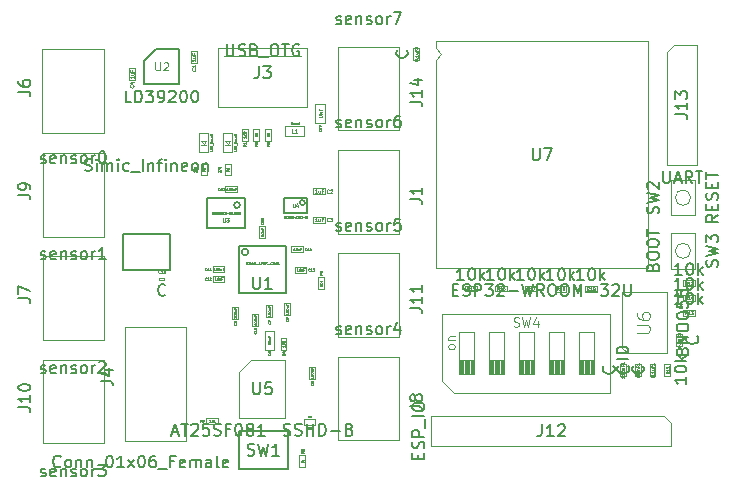
<source format=gbr>
G04 #@! TF.GenerationSoftware,KiCad,Pcbnew,5.1.0-060a0da~80~ubuntu18.04.1*
G04 #@! TF.CreationDate,2019-06-10T00:34:36+02:00*
G04 #@! TF.ProjectId,TinyFPGA-BX,54696e79-4650-4474-912d-42582e6b6963,rev?*
G04 #@! TF.SameCoordinates,Original*
G04 #@! TF.FileFunction,Other,Fab,Top*
%FSLAX46Y46*%
G04 Gerber Fmt 4.6, Leading zero omitted, Abs format (unit mm)*
G04 Created by KiCad (PCBNEW 5.1.0-060a0da~80~ubuntu18.04.1) date 2019-06-10 00:34:36*
%MOMM*%
%LPD*%
G04 APERTURE LIST*
%ADD10C,0.100000*%
%ADD11C,0.150000*%
%ADD12C,0.031750*%
%ADD13C,0.050000*%
%ADD14C,0.075000*%
%ADD15C,0.040000*%
%ADD16C,0.120000*%
%ADD17C,0.105000*%
%ADD18C,0.110000*%
G04 APERTURE END LIST*
D10*
X162730000Y-119864000D02*
X157530000Y-119864000D01*
X157530000Y-119864000D02*
X157530000Y-112764000D01*
X162730000Y-112764000D02*
X157530000Y-112764000D01*
X162730000Y-119864000D02*
X162730000Y-112764000D01*
D11*
X149155000Y-112114000D02*
X153130000Y-112114000D01*
X153130000Y-112114000D02*
X153130000Y-116114000D01*
X153130000Y-116114000D02*
X149130000Y-116114000D01*
X149130000Y-116114000D02*
X149130000Y-112114000D01*
X149130000Y-112114000D02*
X149180000Y-112114000D01*
X149962843Y-112664000D02*
G75*
G03X149962843Y-112664000I-282843J0D01*
G01*
D10*
X154286000Y-129873100D02*
X154786000Y-129873100D01*
X154286000Y-130873100D02*
X154286000Y-129873100D01*
X154786000Y-130873100D02*
X154286000Y-130873100D01*
X154786000Y-129873100D02*
X154786000Y-130873100D01*
X151336000Y-119323100D02*
X152136000Y-119323100D01*
X151336000Y-120923100D02*
X151336000Y-119323100D01*
X152136000Y-120923100D02*
X151336000Y-120923100D01*
X152136000Y-119323100D02*
X152136000Y-120923100D01*
X156436000Y-101723100D02*
X155636000Y-101723100D01*
X156436000Y-100123100D02*
X156436000Y-101723100D01*
X155636000Y-100123100D02*
X156436000Y-100123100D01*
X155636000Y-101723100D02*
X155636000Y-100123100D01*
X154686000Y-102023100D02*
X154686000Y-102823100D01*
X153086000Y-102023100D02*
X154686000Y-102023100D01*
X153086000Y-102823100D02*
X153086000Y-102023100D01*
X154686000Y-102823100D02*
X153086000Y-102823100D01*
X145933000Y-105173100D02*
X146433000Y-105173100D01*
X145933000Y-106173100D02*
X145933000Y-105173100D01*
X146433000Y-106173100D02*
X145933000Y-106173100D01*
X146433000Y-105173100D02*
X146433000Y-106173100D01*
X147965000Y-105173100D02*
X148465000Y-105173100D01*
X147965000Y-106173100D02*
X147965000Y-105173100D01*
X148465000Y-106173100D02*
X147965000Y-106173100D01*
X148465000Y-105173100D02*
X148465000Y-106173100D01*
X148015000Y-103587100D02*
X148415000Y-103587100D01*
X148215000Y-103537100D02*
X148015000Y-103237100D01*
X148415000Y-103237100D02*
X148215000Y-103537100D01*
X148015000Y-103237100D02*
X148415000Y-103237100D01*
X148615000Y-102587100D02*
X148615000Y-104187100D01*
X147815000Y-102587100D02*
X148615000Y-102587100D01*
X147815000Y-104187100D02*
X147815000Y-102587100D01*
X148615000Y-104187100D02*
X147815000Y-104187100D01*
X145983000Y-103587100D02*
X146383000Y-103587100D01*
X146183000Y-103537100D02*
X145983000Y-103237100D01*
X146383000Y-103237100D02*
X146183000Y-103537100D01*
X145983000Y-103237100D02*
X146383000Y-103237100D01*
X146583000Y-102587100D02*
X146583000Y-104187100D01*
X145783000Y-102587100D02*
X146583000Y-102587100D01*
X145783000Y-104187100D02*
X145783000Y-102587100D01*
X146583000Y-104187100D02*
X145783000Y-104187100D01*
D11*
X149239614Y-108689854D02*
G75*
G03X149239614Y-108689854I-250000J0D01*
G01*
X146436000Y-108123100D02*
X149636000Y-108123100D01*
X146436000Y-110623100D02*
X146436000Y-108123100D01*
X149636000Y-110623100D02*
X146436000Y-110623100D01*
X149636000Y-108123100D02*
X149636000Y-110623100D01*
D10*
X146400000Y-127204000D02*
X146400000Y-126704000D01*
X147400000Y-127204000D02*
X146400000Y-127204000D01*
X147400000Y-126704000D02*
X147400000Y-127204000D01*
X146400000Y-126704000D02*
X147400000Y-126704000D01*
X150305000Y-117914000D02*
X150805000Y-117914000D01*
X150305000Y-118914000D02*
X150305000Y-117914000D01*
X150805000Y-118914000D02*
X150305000Y-118914000D01*
X150805000Y-117914000D02*
X150805000Y-118914000D01*
X155880000Y-114814000D02*
X156380000Y-114814000D01*
X155880000Y-115814000D02*
X155880000Y-114814000D01*
X156380000Y-115814000D02*
X155880000Y-115814000D01*
X156380000Y-114814000D02*
X156380000Y-115814000D01*
X153880000Y-114414000D02*
X153880000Y-113914000D01*
X154880000Y-114414000D02*
X153880000Y-114414000D01*
X154880000Y-113914000D02*
X154880000Y-114414000D01*
X153880000Y-113914000D02*
X154880000Y-113914000D01*
X151380000Y-111464000D02*
X150880000Y-111464000D01*
X151380000Y-110464000D02*
X151380000Y-111464000D01*
X150880000Y-110464000D02*
X151380000Y-110464000D01*
X150880000Y-111464000D02*
X150880000Y-110464000D01*
X153605000Y-112689000D02*
X153605000Y-112189000D01*
X154605000Y-112689000D02*
X153605000Y-112689000D01*
X154605000Y-112189000D02*
X154605000Y-112689000D01*
X153605000Y-112189000D02*
X154605000Y-112189000D01*
X147936000Y-114673100D02*
X147936000Y-115173100D01*
X146936000Y-114673100D02*
X147936000Y-114673100D01*
X146936000Y-115173100D02*
X146936000Y-114673100D01*
X147936000Y-115173100D02*
X146936000Y-115173100D01*
X147936000Y-113873100D02*
X147936000Y-114373100D01*
X146936000Y-113873100D02*
X147936000Y-113873100D01*
X146936000Y-114373100D02*
X146936000Y-113873100D01*
X147936000Y-114373100D02*
X146936000Y-114373100D01*
X149019800Y-107099500D02*
X149019800Y-107599500D01*
X148019800Y-107099500D02*
X149019800Y-107099500D01*
X148019800Y-107599500D02*
X148019800Y-107099500D01*
X149019800Y-107599500D02*
X148019800Y-107599500D01*
X153005000Y-117014000D02*
X153505000Y-117014000D01*
X153005000Y-118014000D02*
X153005000Y-117014000D01*
X153505000Y-118014000D02*
X153005000Y-118014000D01*
X153505000Y-117014000D02*
X153505000Y-118014000D01*
X148586000Y-117323100D02*
X149086000Y-117323100D01*
X148586000Y-118323100D02*
X148586000Y-117323100D01*
X149086000Y-118323100D02*
X148586000Y-118323100D01*
X149086000Y-117323100D02*
X149086000Y-118323100D01*
X151486000Y-117173100D02*
X151986000Y-117173100D01*
X151486000Y-118173100D02*
X151486000Y-117173100D01*
X151986000Y-118173100D02*
X151486000Y-118173100D01*
X151986000Y-117173100D02*
X151986000Y-118173100D01*
X153186000Y-120923100D02*
X152686000Y-120923100D01*
X153186000Y-119923100D02*
X153186000Y-120923100D01*
X152686000Y-119923100D02*
X153186000Y-119923100D01*
X152686000Y-120923100D02*
X152686000Y-119923100D01*
X155086000Y-122423100D02*
X155586000Y-122423100D01*
X155086000Y-123423100D02*
X155086000Y-122423100D01*
X155586000Y-123423100D02*
X155086000Y-123423100D01*
X155586000Y-122423100D02*
X155586000Y-123423100D01*
X149386000Y-102223100D02*
X149886000Y-102223100D01*
X149386000Y-103223100D02*
X149386000Y-102223100D01*
X149886000Y-103223100D02*
X149386000Y-103223100D01*
X149886000Y-102223100D02*
X149886000Y-103223100D01*
X150886000Y-103223100D02*
X150386000Y-103223100D01*
X150886000Y-102223100D02*
X150886000Y-103223100D01*
X150386000Y-102223100D02*
X150886000Y-102223100D01*
X150386000Y-103223100D02*
X150386000Y-102223100D01*
X151886000Y-103223100D02*
X151386000Y-103223100D01*
X151886000Y-102223100D02*
X151886000Y-103223100D01*
X151386000Y-102223100D02*
X151886000Y-102223100D01*
X151386000Y-103223100D02*
X151386000Y-102223100D01*
D11*
X154749600Y-108484500D02*
G75*
G03X154749600Y-108484500I-213600J0D01*
G01*
X154936000Y-108098100D02*
X154936000Y-109348100D01*
X152936000Y-108098100D02*
X152936000Y-109348100D01*
X154936000Y-109348100D02*
X152936000Y-109348100D01*
X154936000Y-108098100D02*
X152936000Y-108098100D01*
D10*
X155436000Y-110173100D02*
X155436000Y-109673100D01*
X156436000Y-110173100D02*
X155436000Y-110173100D01*
X156436000Y-109673100D02*
X156436000Y-110173100D01*
X155436000Y-109673100D02*
X156436000Y-109673100D01*
X145090000Y-95674000D02*
X145590000Y-95674000D01*
X145090000Y-96674000D02*
X145090000Y-95674000D01*
X145590000Y-96674000D02*
X145090000Y-96674000D01*
X145590000Y-95674000D02*
X145590000Y-96674000D01*
X139860000Y-97104000D02*
X140360000Y-97104000D01*
X139860000Y-98104000D02*
X139860000Y-97104000D01*
X140360000Y-98104000D02*
X139860000Y-98104000D01*
X140360000Y-97104000D02*
X140360000Y-98104000D01*
X155436000Y-107773100D02*
X155436000Y-107273100D01*
X156436000Y-107773100D02*
X155436000Y-107773100D01*
X156436000Y-107273100D02*
X156436000Y-107773100D01*
X155436000Y-107273100D02*
X156436000Y-107273100D01*
D11*
X153330000Y-127844000D02*
X149130000Y-127844000D01*
X153330000Y-131044000D02*
X153330000Y-127844000D01*
X149130000Y-131044000D02*
X153330000Y-131044000D01*
X149130000Y-130644000D02*
X149130000Y-131044000D01*
X149130000Y-127844000D02*
X149130000Y-130644000D01*
D10*
X154640000Y-127314000D02*
X154640000Y-126814000D01*
X155640000Y-127314000D02*
X154640000Y-127314000D01*
X155640000Y-126814000D02*
X155640000Y-127314000D01*
X154640000Y-126814000D02*
X155640000Y-126814000D01*
X147420000Y-95354000D02*
X154920000Y-95354000D01*
X147420000Y-100354000D02*
X147420000Y-95354000D01*
X154920000Y-100354000D02*
X147420000Y-100354000D01*
X154920000Y-95354000D02*
X154920000Y-100354000D01*
X154420000Y-96054000D02*
X147920000Y-96054000D01*
X150186000Y-121808100D02*
X153086000Y-121808100D01*
X153086000Y-121808100D02*
X153086000Y-126708100D01*
X153086000Y-126708100D02*
X149186000Y-126708100D01*
X149186000Y-126708100D02*
X149186000Y-122808100D01*
X149186000Y-122808100D02*
X150186000Y-121808100D01*
X183926000Y-122141000D02*
X184426000Y-122141000D01*
X184426000Y-122141000D02*
X184426000Y-123141000D01*
X184426000Y-123141000D02*
X183926000Y-123141000D01*
X183926000Y-123141000D02*
X183926000Y-122141000D01*
X186676000Y-119626000D02*
X186676000Y-120626000D01*
X186176000Y-119626000D02*
X186676000Y-119626000D01*
X186176000Y-120626000D02*
X186176000Y-119626000D01*
X186676000Y-120626000D02*
X186176000Y-120626000D01*
X163926000Y-95391000D02*
X164426000Y-95391000D01*
X164426000Y-95391000D02*
X164426000Y-96391000D01*
X164426000Y-96391000D02*
X163926000Y-96391000D01*
X163926000Y-96391000D02*
X163926000Y-95391000D01*
X181426000Y-123141000D02*
X181426000Y-122141000D01*
X181926000Y-123141000D02*
X181426000Y-123141000D01*
X181926000Y-122141000D02*
X181926000Y-123141000D01*
X181426000Y-122141000D02*
X181926000Y-122141000D01*
X182676000Y-122141000D02*
X183176000Y-122141000D01*
X183176000Y-122141000D02*
X183176000Y-123141000D01*
X183176000Y-123141000D02*
X182676000Y-123141000D01*
X182676000Y-123141000D02*
X182676000Y-122141000D01*
X185773000Y-127179000D02*
X185773000Y-129084000D01*
X185773000Y-129084000D02*
X165453000Y-129084000D01*
X165453000Y-129084000D02*
X165453000Y-126544000D01*
X165453000Y-126544000D02*
X185138000Y-126544000D01*
X185138000Y-126544000D02*
X185773000Y-127179000D01*
X186031000Y-95131000D02*
X187936000Y-95131000D01*
X187936000Y-95131000D02*
X187936000Y-105291000D01*
X187936000Y-105291000D02*
X185396000Y-105291000D01*
X185396000Y-105291000D02*
X185396000Y-95766000D01*
X185396000Y-95766000D02*
X186031000Y-95131000D01*
X185676000Y-123141000D02*
X185176000Y-123141000D01*
X185176000Y-123141000D02*
X185176000Y-122141000D01*
X185176000Y-122141000D02*
X185676000Y-122141000D01*
X185676000Y-122141000D02*
X185676000Y-123141000D01*
X187753000Y-115064000D02*
X187753000Y-115564000D01*
X187753000Y-115564000D02*
X186753000Y-115564000D01*
X186753000Y-115564000D02*
X186753000Y-115064000D01*
X186753000Y-115064000D02*
X187753000Y-115064000D01*
X187753000Y-117564000D02*
X187753000Y-118064000D01*
X187753000Y-118064000D02*
X186753000Y-118064000D01*
X186753000Y-118064000D02*
X186753000Y-117564000D01*
X186753000Y-117564000D02*
X187753000Y-117564000D01*
X186753000Y-116314000D02*
X187753000Y-116314000D01*
X186753000Y-116814000D02*
X186753000Y-116314000D01*
X187753000Y-116814000D02*
X186753000Y-116814000D01*
X187753000Y-116314000D02*
X187753000Y-116814000D01*
X168296000Y-115501000D02*
X169296000Y-115501000D01*
X168296000Y-116001000D02*
X168296000Y-115501000D01*
X169296000Y-116001000D02*
X168296000Y-116001000D01*
X169296000Y-115501000D02*
X169296000Y-116001000D01*
X171836000Y-115501000D02*
X171836000Y-116001000D01*
X171836000Y-116001000D02*
X170836000Y-116001000D01*
X170836000Y-116001000D02*
X170836000Y-115501000D01*
X170836000Y-115501000D02*
X171836000Y-115501000D01*
X173366000Y-115501000D02*
X174366000Y-115501000D01*
X173366000Y-116001000D02*
X173366000Y-115501000D01*
X174366000Y-116001000D02*
X173366000Y-116001000D01*
X174366000Y-115501000D02*
X174366000Y-116001000D01*
X176886000Y-115511000D02*
X176886000Y-116011000D01*
X176886000Y-116011000D02*
X175886000Y-116011000D01*
X175886000Y-116011000D02*
X175886000Y-115511000D01*
X175886000Y-115511000D02*
X176886000Y-115511000D01*
X178456000Y-115511000D02*
X179456000Y-115511000D01*
X178456000Y-116011000D02*
X178456000Y-115511000D01*
X179456000Y-116011000D02*
X178456000Y-116011000D01*
X179456000Y-115511000D02*
X179456000Y-116011000D01*
X187403000Y-108064000D02*
G75*
G03X187403000Y-108064000I-650000J0D01*
G01*
X187753000Y-109564000D02*
X185753000Y-109564000D01*
X187753000Y-106564000D02*
X187753000Y-109564000D01*
X185753000Y-106564000D02*
X187753000Y-106564000D01*
X185753000Y-109564000D02*
X185753000Y-106564000D01*
X187753000Y-111064000D02*
X187753000Y-114064000D01*
X187753000Y-114064000D02*
X185753000Y-114064000D01*
X185753000Y-114064000D02*
X185753000Y-111064000D01*
X185753000Y-111064000D02*
X187753000Y-111064000D01*
X187403000Y-112564000D02*
G75*
G03X187403000Y-112564000I-650000J0D01*
G01*
X166356000Y-123571000D02*
X166356000Y-117871000D01*
X166356000Y-117871000D02*
X180616000Y-117871000D01*
X180616000Y-117871000D02*
X180616000Y-124571000D01*
X180616000Y-124571000D02*
X167356000Y-124571000D01*
X167356000Y-124571000D02*
X166356000Y-123571000D01*
X167771000Y-123031000D02*
X169041000Y-123031000D01*
X169041000Y-123031000D02*
X169041000Y-119411000D01*
X169041000Y-119411000D02*
X167771000Y-119411000D01*
X167771000Y-119411000D02*
X167771000Y-123031000D01*
X167871000Y-123031000D02*
X167871000Y-121824333D01*
X167971000Y-123031000D02*
X167971000Y-121824333D01*
X168071000Y-123031000D02*
X168071000Y-121824333D01*
X168171000Y-123031000D02*
X168171000Y-121824333D01*
X168271000Y-123031000D02*
X168271000Y-121824333D01*
X168371000Y-123031000D02*
X168371000Y-121824333D01*
X168471000Y-123031000D02*
X168471000Y-121824333D01*
X168571000Y-123031000D02*
X168571000Y-121824333D01*
X168671000Y-123031000D02*
X168671000Y-121824333D01*
X168771000Y-123031000D02*
X168771000Y-121824333D01*
X168871000Y-123031000D02*
X168871000Y-121824333D01*
X168971000Y-123031000D02*
X168971000Y-121824333D01*
X167771000Y-121824333D02*
X169041000Y-121824333D01*
X170311000Y-123031000D02*
X171581000Y-123031000D01*
X171581000Y-123031000D02*
X171581000Y-119411000D01*
X171581000Y-119411000D02*
X170311000Y-119411000D01*
X170311000Y-119411000D02*
X170311000Y-123031000D01*
X170411000Y-123031000D02*
X170411000Y-121824333D01*
X170511000Y-123031000D02*
X170511000Y-121824333D01*
X170611000Y-123031000D02*
X170611000Y-121824333D01*
X170711000Y-123031000D02*
X170711000Y-121824333D01*
X170811000Y-123031000D02*
X170811000Y-121824333D01*
X170911000Y-123031000D02*
X170911000Y-121824333D01*
X171011000Y-123031000D02*
X171011000Y-121824333D01*
X171111000Y-123031000D02*
X171111000Y-121824333D01*
X171211000Y-123031000D02*
X171211000Y-121824333D01*
X171311000Y-123031000D02*
X171311000Y-121824333D01*
X171411000Y-123031000D02*
X171411000Y-121824333D01*
X171511000Y-123031000D02*
X171511000Y-121824333D01*
X170311000Y-121824333D02*
X171581000Y-121824333D01*
X172851000Y-123031000D02*
X174121000Y-123031000D01*
X174121000Y-123031000D02*
X174121000Y-119411000D01*
X174121000Y-119411000D02*
X172851000Y-119411000D01*
X172851000Y-119411000D02*
X172851000Y-123031000D01*
X172951000Y-123031000D02*
X172951000Y-121824333D01*
X173051000Y-123031000D02*
X173051000Y-121824333D01*
X173151000Y-123031000D02*
X173151000Y-121824333D01*
X173251000Y-123031000D02*
X173251000Y-121824333D01*
X173351000Y-123031000D02*
X173351000Y-121824333D01*
X173451000Y-123031000D02*
X173451000Y-121824333D01*
X173551000Y-123031000D02*
X173551000Y-121824333D01*
X173651000Y-123031000D02*
X173651000Y-121824333D01*
X173751000Y-123031000D02*
X173751000Y-121824333D01*
X173851000Y-123031000D02*
X173851000Y-121824333D01*
X173951000Y-123031000D02*
X173951000Y-121824333D01*
X174051000Y-123031000D02*
X174051000Y-121824333D01*
X172851000Y-121824333D02*
X174121000Y-121824333D01*
X175391000Y-123031000D02*
X176661000Y-123031000D01*
X176661000Y-123031000D02*
X176661000Y-119411000D01*
X176661000Y-119411000D02*
X175391000Y-119411000D01*
X175391000Y-119411000D02*
X175391000Y-123031000D01*
X175491000Y-123031000D02*
X175491000Y-121824333D01*
X175591000Y-123031000D02*
X175591000Y-121824333D01*
X175691000Y-123031000D02*
X175691000Y-121824333D01*
X175791000Y-123031000D02*
X175791000Y-121824333D01*
X175891000Y-123031000D02*
X175891000Y-121824333D01*
X175991000Y-123031000D02*
X175991000Y-121824333D01*
X176091000Y-123031000D02*
X176091000Y-121824333D01*
X176191000Y-123031000D02*
X176191000Y-121824333D01*
X176291000Y-123031000D02*
X176291000Y-121824333D01*
X176391000Y-123031000D02*
X176391000Y-121824333D01*
X176491000Y-123031000D02*
X176491000Y-121824333D01*
X176591000Y-123031000D02*
X176591000Y-121824333D01*
X175391000Y-121824333D02*
X176661000Y-121824333D01*
X177931000Y-123031000D02*
X179201000Y-123031000D01*
X179201000Y-123031000D02*
X179201000Y-119411000D01*
X179201000Y-119411000D02*
X177931000Y-119411000D01*
X177931000Y-119411000D02*
X177931000Y-123031000D01*
X178031000Y-123031000D02*
X178031000Y-121824333D01*
X178131000Y-123031000D02*
X178131000Y-121824333D01*
X178231000Y-123031000D02*
X178231000Y-121824333D01*
X178331000Y-123031000D02*
X178331000Y-121824333D01*
X178431000Y-123031000D02*
X178431000Y-121824333D01*
X178531000Y-123031000D02*
X178531000Y-121824333D01*
X178631000Y-123031000D02*
X178631000Y-121824333D01*
X178731000Y-123031000D02*
X178731000Y-121824333D01*
X178831000Y-123031000D02*
X178831000Y-121824333D01*
X178931000Y-123031000D02*
X178931000Y-121824333D01*
X179031000Y-123031000D02*
X179031000Y-121824333D01*
X179131000Y-123031000D02*
X179131000Y-121824333D01*
X177931000Y-121824333D02*
X179201000Y-121824333D01*
D11*
X142110000Y-95474000D02*
X144110000Y-95474000D01*
X144110000Y-95474000D02*
X144110000Y-98474000D01*
X144110000Y-98474000D02*
X141110000Y-98474000D01*
X141110000Y-98474000D02*
X141110000Y-96474000D01*
X141110000Y-96474000D02*
X142110000Y-95474000D01*
D10*
X182066000Y-121251000D02*
X181566000Y-120751000D01*
X182066000Y-121251000D02*
X185366000Y-121251000D01*
X185366000Y-121251000D02*
X185366000Y-116051000D01*
X185366000Y-116051000D02*
X181566000Y-116051000D01*
X181566000Y-116051000D02*
X181566000Y-120751000D01*
X132528000Y-95514000D02*
X132528000Y-102614000D01*
X132528000Y-102614000D02*
X137728000Y-102614000D01*
X137728000Y-95514000D02*
X137728000Y-102614000D01*
X132528000Y-95514000D02*
X137728000Y-95514000D01*
X132530000Y-113014000D02*
X132530000Y-120114000D01*
X132530000Y-120114000D02*
X137730000Y-120114000D01*
X137730000Y-113014000D02*
X137730000Y-120114000D01*
X132530000Y-113014000D02*
X137730000Y-113014000D01*
X162730000Y-128614000D02*
X162730000Y-121514000D01*
X162730000Y-121514000D02*
X157530000Y-121514000D01*
X157530000Y-128614000D02*
X157530000Y-121514000D01*
X162730000Y-128614000D02*
X157530000Y-128614000D01*
X132530000Y-104264000D02*
X137730000Y-104264000D01*
X137730000Y-104264000D02*
X137730000Y-111364000D01*
X132530000Y-111364000D02*
X137730000Y-111364000D01*
X132530000Y-104264000D02*
X132530000Y-111364000D01*
X132530000Y-121764000D02*
X137730000Y-121764000D01*
X137730000Y-121764000D02*
X137730000Y-128864000D01*
X132530000Y-128864000D02*
X137730000Y-128864000D01*
X132530000Y-121764000D02*
X132530000Y-128864000D01*
X162730000Y-111114000D02*
X157530000Y-111114000D01*
X157530000Y-111114000D02*
X157530000Y-104014000D01*
X162730000Y-104014000D02*
X157530000Y-104014000D01*
X162730000Y-111114000D02*
X162730000Y-104014000D01*
X162730000Y-102364000D02*
X162730000Y-95264000D01*
X162730000Y-95264000D02*
X157530000Y-95264000D01*
X157530000Y-102364000D02*
X157530000Y-95264000D01*
X162730000Y-102364000D02*
X157530000Y-102364000D01*
X183806000Y-114031000D02*
X183806000Y-94831000D01*
X165806000Y-114031000D02*
X183806000Y-114031000D01*
X165806000Y-94831000D02*
X165806000Y-95431000D01*
X165806000Y-94831000D02*
X183806000Y-94831000D01*
X165806000Y-96431000D02*
X165806000Y-114031000D01*
X166306000Y-95931000D02*
X165806000Y-95431000D01*
X165806000Y-96431000D02*
X166306000Y-95931000D01*
X139513000Y-118975000D02*
X139513000Y-128675000D01*
X139513000Y-128675000D02*
X144713000Y-128675000D01*
X144713000Y-118975000D02*
X144713000Y-128675000D01*
X139513000Y-118975000D02*
X144713000Y-118975000D01*
X142421000Y-115035000D02*
X142421000Y-114835000D01*
X142421000Y-114835000D02*
X142821000Y-114835000D01*
X142821000Y-114835000D02*
X142821000Y-115035000D01*
X142821000Y-115035000D02*
X142421000Y-115035000D01*
D11*
X143351000Y-111149000D02*
X143351000Y-114149000D01*
X139351000Y-111149000D02*
X143351000Y-111149000D01*
X139351000Y-114149000D02*
X139351000Y-111149000D01*
X143351000Y-114149000D02*
X139351000Y-114149000D01*
X157391904Y-110818761D02*
X157487142Y-110866380D01*
X157677619Y-110866380D01*
X157772857Y-110818761D01*
X157820476Y-110723523D01*
X157820476Y-110675904D01*
X157772857Y-110580666D01*
X157677619Y-110533047D01*
X157534761Y-110533047D01*
X157439523Y-110485428D01*
X157391904Y-110390190D01*
X157391904Y-110342571D01*
X157439523Y-110247333D01*
X157534761Y-110199714D01*
X157677619Y-110199714D01*
X157772857Y-110247333D01*
X158630000Y-110818761D02*
X158534761Y-110866380D01*
X158344285Y-110866380D01*
X158249047Y-110818761D01*
X158201428Y-110723523D01*
X158201428Y-110342571D01*
X158249047Y-110247333D01*
X158344285Y-110199714D01*
X158534761Y-110199714D01*
X158630000Y-110247333D01*
X158677619Y-110342571D01*
X158677619Y-110437809D01*
X158201428Y-110533047D01*
X159106190Y-110199714D02*
X159106190Y-110866380D01*
X159106190Y-110294952D02*
X159153809Y-110247333D01*
X159249047Y-110199714D01*
X159391904Y-110199714D01*
X159487142Y-110247333D01*
X159534761Y-110342571D01*
X159534761Y-110866380D01*
X159963333Y-110818761D02*
X160058571Y-110866380D01*
X160249047Y-110866380D01*
X160344285Y-110818761D01*
X160391904Y-110723523D01*
X160391904Y-110675904D01*
X160344285Y-110580666D01*
X160249047Y-110533047D01*
X160106190Y-110533047D01*
X160010952Y-110485428D01*
X159963333Y-110390190D01*
X159963333Y-110342571D01*
X160010952Y-110247333D01*
X160106190Y-110199714D01*
X160249047Y-110199714D01*
X160344285Y-110247333D01*
X160963333Y-110866380D02*
X160868095Y-110818761D01*
X160820476Y-110771142D01*
X160772857Y-110675904D01*
X160772857Y-110390190D01*
X160820476Y-110294952D01*
X160868095Y-110247333D01*
X160963333Y-110199714D01*
X161106190Y-110199714D01*
X161201428Y-110247333D01*
X161249047Y-110294952D01*
X161296666Y-110390190D01*
X161296666Y-110675904D01*
X161249047Y-110771142D01*
X161201428Y-110818761D01*
X161106190Y-110866380D01*
X160963333Y-110866380D01*
X161725238Y-110866380D02*
X161725238Y-110199714D01*
X161725238Y-110390190D02*
X161772857Y-110294952D01*
X161820476Y-110247333D01*
X161915714Y-110199714D01*
X162010952Y-110199714D01*
X162820476Y-109866380D02*
X162344285Y-109866380D01*
X162296666Y-110342571D01*
X162344285Y-110294952D01*
X162439523Y-110247333D01*
X162677619Y-110247333D01*
X162772857Y-110294952D01*
X162820476Y-110342571D01*
X162868095Y-110437809D01*
X162868095Y-110675904D01*
X162820476Y-110771142D01*
X162772857Y-110818761D01*
X162677619Y-110866380D01*
X162439523Y-110866380D01*
X162344285Y-110818761D01*
X162296666Y-110771142D01*
X163672880Y-117441023D02*
X164387166Y-117441023D01*
X164530023Y-117488642D01*
X164625261Y-117583880D01*
X164672880Y-117726738D01*
X164672880Y-117821976D01*
X164672880Y-116441023D02*
X164672880Y-117012452D01*
X164672880Y-116726738D02*
X163672880Y-116726738D01*
X163815738Y-116821976D01*
X163910976Y-116917214D01*
X163958595Y-117012452D01*
X164672880Y-115488642D02*
X164672880Y-116060071D01*
X164672880Y-115774357D02*
X163672880Y-115774357D01*
X163815738Y-115869595D01*
X163910976Y-115964833D01*
X163958595Y-116060071D01*
X150368095Y-114775480D02*
X150368095Y-115585004D01*
X150415714Y-115680242D01*
X150463333Y-115727861D01*
X150558571Y-115775480D01*
X150749047Y-115775480D01*
X150844285Y-115727861D01*
X150891904Y-115680242D01*
X150939523Y-115585004D01*
X150939523Y-114775480D01*
X151939523Y-115775480D02*
X151368095Y-115775480D01*
X151653809Y-115775480D02*
X151653809Y-114775480D01*
X151558571Y-114918338D01*
X151463333Y-115013576D01*
X151368095Y-115061195D01*
D12*
X149726476Y-113713576D02*
X149726476Y-113580242D01*
X149726476Y-113513576D02*
X149716952Y-113523100D01*
X149726476Y-113532623D01*
X149736000Y-113523100D01*
X149726476Y-113513576D01*
X149726476Y-113532623D01*
X149936000Y-113694528D02*
X149926476Y-113704052D01*
X149897904Y-113713576D01*
X149878857Y-113713576D01*
X149850285Y-113704052D01*
X149831238Y-113685004D01*
X149821714Y-113665957D01*
X149812190Y-113627861D01*
X149812190Y-113599290D01*
X149821714Y-113561195D01*
X149831238Y-113542147D01*
X149850285Y-113523100D01*
X149878857Y-113513576D01*
X149897904Y-113513576D01*
X149926476Y-113523100D01*
X149936000Y-113532623D01*
X150021714Y-113608814D02*
X150088380Y-113608814D01*
X150116952Y-113713576D02*
X150021714Y-113713576D01*
X150021714Y-113513576D01*
X150116952Y-113513576D01*
X150288380Y-113580242D02*
X150288380Y-113713576D01*
X150240761Y-113504052D02*
X150193142Y-113646909D01*
X150316952Y-113646909D01*
X150431238Y-113513576D02*
X150450285Y-113513576D01*
X150469333Y-113523100D01*
X150478857Y-113532623D01*
X150488380Y-113551671D01*
X150497904Y-113589766D01*
X150497904Y-113637385D01*
X150488380Y-113675480D01*
X150478857Y-113694528D01*
X150469333Y-113704052D01*
X150450285Y-113713576D01*
X150431238Y-113713576D01*
X150412190Y-113704052D01*
X150402666Y-113694528D01*
X150393142Y-113675480D01*
X150383619Y-113637385D01*
X150383619Y-113589766D01*
X150393142Y-113551671D01*
X150402666Y-113532623D01*
X150412190Y-113523100D01*
X150431238Y-113513576D01*
X150583619Y-113637385D02*
X150736000Y-113637385D01*
X150926476Y-113713576D02*
X150831238Y-113713576D01*
X150831238Y-113513576D01*
X150993142Y-113713576D02*
X150993142Y-113513576D01*
X151069333Y-113513576D01*
X151088380Y-113523100D01*
X151097904Y-113532623D01*
X151107428Y-113551671D01*
X151107428Y-113580242D01*
X151097904Y-113599290D01*
X151088380Y-113608814D01*
X151069333Y-113618338D01*
X150993142Y-113618338D01*
X151221714Y-113599290D02*
X151202666Y-113589766D01*
X151193142Y-113580242D01*
X151183619Y-113561195D01*
X151183619Y-113551671D01*
X151193142Y-113532623D01*
X151202666Y-113523100D01*
X151221714Y-113513576D01*
X151259809Y-113513576D01*
X151278857Y-113523100D01*
X151288380Y-113532623D01*
X151297904Y-113551671D01*
X151297904Y-113561195D01*
X151288380Y-113580242D01*
X151278857Y-113589766D01*
X151259809Y-113599290D01*
X151221714Y-113599290D01*
X151202666Y-113608814D01*
X151193142Y-113618338D01*
X151183619Y-113637385D01*
X151183619Y-113675480D01*
X151193142Y-113694528D01*
X151202666Y-113704052D01*
X151221714Y-113713576D01*
X151259809Y-113713576D01*
X151278857Y-113704052D01*
X151288380Y-113694528D01*
X151297904Y-113675480D01*
X151297904Y-113637385D01*
X151288380Y-113618338D01*
X151278857Y-113608814D01*
X151259809Y-113599290D01*
X151383619Y-113713576D02*
X151383619Y-113513576D01*
X151497904Y-113713576D02*
X151412190Y-113599290D01*
X151497904Y-113513576D02*
X151383619Y-113627861D01*
X151583619Y-113637385D02*
X151736000Y-113637385D01*
X151945523Y-113694528D02*
X151936000Y-113704052D01*
X151907428Y-113713576D01*
X151888380Y-113713576D01*
X151859809Y-113704052D01*
X151840761Y-113685004D01*
X151831238Y-113665957D01*
X151821714Y-113627861D01*
X151821714Y-113599290D01*
X151831238Y-113561195D01*
X151840761Y-113542147D01*
X151859809Y-113523100D01*
X151888380Y-113513576D01*
X151907428Y-113513576D01*
X151936000Y-113523100D01*
X151945523Y-113532623D01*
X152031238Y-113713576D02*
X152031238Y-113513576D01*
X152097904Y-113656433D01*
X152164571Y-113513576D01*
X152164571Y-113713576D01*
X152288380Y-113599290D02*
X152269333Y-113589766D01*
X152259809Y-113580242D01*
X152250285Y-113561195D01*
X152250285Y-113551671D01*
X152259809Y-113532623D01*
X152269333Y-113523100D01*
X152288380Y-113513576D01*
X152326476Y-113513576D01*
X152345523Y-113523100D01*
X152355047Y-113532623D01*
X152364571Y-113551671D01*
X152364571Y-113561195D01*
X152355047Y-113580242D01*
X152345523Y-113589766D01*
X152326476Y-113599290D01*
X152288380Y-113599290D01*
X152269333Y-113608814D01*
X152259809Y-113618338D01*
X152250285Y-113637385D01*
X152250285Y-113675480D01*
X152259809Y-113694528D01*
X152269333Y-113704052D01*
X152288380Y-113713576D01*
X152326476Y-113713576D01*
X152345523Y-113704052D01*
X152355047Y-113694528D01*
X152364571Y-113675480D01*
X152364571Y-113637385D01*
X152355047Y-113618338D01*
X152345523Y-113608814D01*
X152326476Y-113599290D01*
X152555047Y-113713576D02*
X152440761Y-113713576D01*
X152497904Y-113713576D02*
X152497904Y-113513576D01*
X152478857Y-113542147D01*
X152459809Y-113561195D01*
X152440761Y-113570719D01*
D13*
X154626476Y-129531433D02*
X154531238Y-129598100D01*
X154626476Y-129645719D02*
X154426476Y-129645719D01*
X154426476Y-129569528D01*
X154436000Y-129550480D01*
X154445523Y-129540957D01*
X154464571Y-129531433D01*
X154493142Y-129531433D01*
X154512190Y-129540957D01*
X154521714Y-129550480D01*
X154531238Y-129569528D01*
X154531238Y-129645719D01*
X154426476Y-129360004D02*
X154426476Y-129398100D01*
X154436000Y-129417147D01*
X154445523Y-129426671D01*
X154474095Y-129445719D01*
X154512190Y-129455242D01*
X154588380Y-129455242D01*
X154607428Y-129445719D01*
X154616952Y-129436195D01*
X154626476Y-129417147D01*
X154626476Y-129379052D01*
X154616952Y-129360004D01*
X154607428Y-129350480D01*
X154588380Y-129340957D01*
X154540761Y-129340957D01*
X154521714Y-129350480D01*
X154512190Y-129360004D01*
X154502666Y-129379052D01*
X154502666Y-129417147D01*
X154512190Y-129436195D01*
X154521714Y-129445719D01*
X154540761Y-129455242D01*
X154626476Y-130311195D02*
X154531238Y-130377861D01*
X154626476Y-130425480D02*
X154426476Y-130425480D01*
X154426476Y-130349290D01*
X154436000Y-130330242D01*
X154445523Y-130320719D01*
X154464571Y-130311195D01*
X154493142Y-130311195D01*
X154512190Y-130320719D01*
X154521714Y-130330242D01*
X154531238Y-130349290D01*
X154531238Y-130425480D01*
X151807428Y-121256433D02*
X151816952Y-121265957D01*
X151826476Y-121294528D01*
X151826476Y-121313576D01*
X151816952Y-121342147D01*
X151797904Y-121361195D01*
X151778857Y-121370719D01*
X151740761Y-121380242D01*
X151712190Y-121380242D01*
X151674095Y-121370719D01*
X151655047Y-121361195D01*
X151636000Y-121342147D01*
X151626476Y-121313576D01*
X151626476Y-121294528D01*
X151636000Y-121265957D01*
X151645523Y-121256433D01*
X151626476Y-121085004D02*
X151626476Y-121123100D01*
X151636000Y-121142147D01*
X151645523Y-121151671D01*
X151674095Y-121170719D01*
X151712190Y-121180242D01*
X151788380Y-121180242D01*
X151807428Y-121170719D01*
X151816952Y-121161195D01*
X151826476Y-121142147D01*
X151826476Y-121104052D01*
X151816952Y-121085004D01*
X151807428Y-121075480D01*
X151788380Y-121065957D01*
X151740761Y-121065957D01*
X151721714Y-121075480D01*
X151712190Y-121085004D01*
X151702666Y-121104052D01*
X151702666Y-121142147D01*
X151712190Y-121161195D01*
X151721714Y-121170719D01*
X151740761Y-121180242D01*
X151826476Y-120337385D02*
X151826476Y-120451671D01*
X151826476Y-120394528D02*
X151626476Y-120394528D01*
X151655047Y-120413576D01*
X151674095Y-120432623D01*
X151683619Y-120451671D01*
X151626476Y-120213576D02*
X151626476Y-120194528D01*
X151636000Y-120175480D01*
X151645523Y-120165957D01*
X151664571Y-120156433D01*
X151702666Y-120146909D01*
X151750285Y-120146909D01*
X151788380Y-120156433D01*
X151807428Y-120165957D01*
X151816952Y-120175480D01*
X151826476Y-120194528D01*
X151826476Y-120213576D01*
X151816952Y-120232623D01*
X151807428Y-120242147D01*
X151788380Y-120251671D01*
X151750285Y-120261195D01*
X151702666Y-120261195D01*
X151664571Y-120251671D01*
X151645523Y-120242147D01*
X151636000Y-120232623D01*
X151626476Y-120213576D01*
X151693142Y-119975480D02*
X151826476Y-119975480D01*
X151693142Y-120061195D02*
X151797904Y-120061195D01*
X151816952Y-120051671D01*
X151826476Y-120032623D01*
X151826476Y-120004052D01*
X151816952Y-119985004D01*
X151807428Y-119975480D01*
X151721714Y-119813576D02*
X151721714Y-119880242D01*
X151826476Y-119880242D02*
X151626476Y-119880242D01*
X151626476Y-119785004D01*
X156107428Y-102326671D02*
X156116952Y-102336195D01*
X156126476Y-102364766D01*
X156126476Y-102383814D01*
X156116952Y-102412385D01*
X156097904Y-102431433D01*
X156078857Y-102440957D01*
X156040761Y-102450480D01*
X156012190Y-102450480D01*
X155974095Y-102440957D01*
X155955047Y-102431433D01*
X155936000Y-102412385D01*
X155926476Y-102383814D01*
X155926476Y-102364766D01*
X155936000Y-102336195D01*
X155945523Y-102326671D01*
X156126476Y-102136195D02*
X156126476Y-102250480D01*
X156126476Y-102193338D02*
X155926476Y-102193338D01*
X155955047Y-102212385D01*
X155974095Y-102231433D01*
X155983619Y-102250480D01*
X155926476Y-102069528D02*
X155926476Y-101936195D01*
X156126476Y-102021909D01*
X156151476Y-101137385D02*
X156151476Y-101251671D01*
X156151476Y-101194528D02*
X155951476Y-101194528D01*
X155980047Y-101213576D01*
X155999095Y-101232623D01*
X156008619Y-101251671D01*
X155951476Y-101013576D02*
X155951476Y-100994528D01*
X155961000Y-100975480D01*
X155970523Y-100965957D01*
X155989571Y-100956433D01*
X156027666Y-100946909D01*
X156075285Y-100946909D01*
X156113380Y-100956433D01*
X156132428Y-100965957D01*
X156141952Y-100975480D01*
X156151476Y-100994528D01*
X156151476Y-101013576D01*
X156141952Y-101032623D01*
X156132428Y-101042147D01*
X156113380Y-101051671D01*
X156075285Y-101061195D01*
X156027666Y-101061195D01*
X155989571Y-101051671D01*
X155970523Y-101042147D01*
X155961000Y-101032623D01*
X155951476Y-101013576D01*
X156018142Y-100775480D02*
X156151476Y-100775480D01*
X156018142Y-100861195D02*
X156122904Y-100861195D01*
X156141952Y-100851671D01*
X156151476Y-100832623D01*
X156151476Y-100804052D01*
X156141952Y-100785004D01*
X156132428Y-100775480D01*
X156046714Y-100613576D02*
X156046714Y-100680242D01*
X156151476Y-100680242D02*
X155951476Y-100680242D01*
X155951476Y-100585004D01*
D14*
X153836000Y-102558814D02*
X153693142Y-102558814D01*
X153693142Y-102258814D01*
X154093142Y-102558814D02*
X153921714Y-102558814D01*
X154007428Y-102558814D02*
X154007428Y-102258814D01*
X153978857Y-102301671D01*
X153950285Y-102330242D01*
X153921714Y-102344528D01*
D13*
X153633619Y-101758814D02*
X153662190Y-101768338D01*
X153671714Y-101777861D01*
X153681238Y-101796909D01*
X153681238Y-101825480D01*
X153671714Y-101844528D01*
X153662190Y-101854052D01*
X153643142Y-101863576D01*
X153566952Y-101863576D01*
X153566952Y-101663576D01*
X153633619Y-101663576D01*
X153652666Y-101673100D01*
X153662190Y-101682623D01*
X153671714Y-101701671D01*
X153671714Y-101720719D01*
X153662190Y-101739766D01*
X153652666Y-101749290D01*
X153633619Y-101758814D01*
X153566952Y-101758814D01*
X153843142Y-101854052D02*
X153824095Y-101863576D01*
X153786000Y-101863576D01*
X153766952Y-101854052D01*
X153757428Y-101835004D01*
X153757428Y-101758814D01*
X153766952Y-101739766D01*
X153786000Y-101730242D01*
X153824095Y-101730242D01*
X153843142Y-101739766D01*
X153852666Y-101758814D01*
X153852666Y-101777861D01*
X153757428Y-101796909D01*
X154024095Y-101863576D02*
X154024095Y-101758814D01*
X154014571Y-101739766D01*
X153995523Y-101730242D01*
X153957428Y-101730242D01*
X153938380Y-101739766D01*
X154024095Y-101854052D02*
X154005047Y-101863576D01*
X153957428Y-101863576D01*
X153938380Y-101854052D01*
X153928857Y-101835004D01*
X153928857Y-101815957D01*
X153938380Y-101796909D01*
X153957428Y-101787385D01*
X154005047Y-101787385D01*
X154024095Y-101777861D01*
X154205047Y-101863576D02*
X154205047Y-101663576D01*
X154205047Y-101854052D02*
X154186000Y-101863576D01*
X154147904Y-101863576D01*
X154128857Y-101854052D01*
X154119333Y-101844528D01*
X154109809Y-101825480D01*
X154109809Y-101768338D01*
X154119333Y-101749290D01*
X154128857Y-101739766D01*
X154147904Y-101730242D01*
X154186000Y-101730242D01*
X154205047Y-101739766D01*
X145392523Y-105920719D02*
X145383000Y-105911195D01*
X145373476Y-105892147D01*
X145373476Y-105844528D01*
X145383000Y-105825480D01*
X145392523Y-105815957D01*
X145411571Y-105806433D01*
X145430619Y-105806433D01*
X145459190Y-105815957D01*
X145573476Y-105930242D01*
X145573476Y-105806433D01*
X145373476Y-105739766D02*
X145373476Y-105606433D01*
X145573476Y-105692147D01*
X145373476Y-105492147D02*
X145373476Y-105473100D01*
X145383000Y-105454052D01*
X145392523Y-105444528D01*
X145411571Y-105435004D01*
X145449666Y-105425480D01*
X145497285Y-105425480D01*
X145535380Y-105435004D01*
X145554428Y-105444528D01*
X145563952Y-105454052D01*
X145573476Y-105473100D01*
X145573476Y-105492147D01*
X145563952Y-105511195D01*
X145554428Y-105520719D01*
X145535380Y-105530242D01*
X145497285Y-105539766D01*
X145449666Y-105539766D01*
X145411571Y-105530242D01*
X145392523Y-105520719D01*
X145383000Y-105511195D01*
X145373476Y-105492147D01*
X146273476Y-105706433D02*
X146178238Y-105773100D01*
X146273476Y-105820719D02*
X146073476Y-105820719D01*
X146073476Y-105744528D01*
X146083000Y-105725480D01*
X146092523Y-105715957D01*
X146111571Y-105706433D01*
X146140142Y-105706433D01*
X146159190Y-105715957D01*
X146168714Y-105725480D01*
X146178238Y-105744528D01*
X146178238Y-105820719D01*
X146273476Y-105611195D02*
X146273476Y-105573100D01*
X146263952Y-105554052D01*
X146254428Y-105544528D01*
X146225857Y-105525480D01*
X146187761Y-105515957D01*
X146111571Y-105515957D01*
X146092523Y-105525480D01*
X146083000Y-105535004D01*
X146073476Y-105554052D01*
X146073476Y-105592147D01*
X146083000Y-105611195D01*
X146092523Y-105620719D01*
X146111571Y-105630242D01*
X146159190Y-105630242D01*
X146178238Y-105620719D01*
X146187761Y-105611195D01*
X146197285Y-105592147D01*
X146197285Y-105554052D01*
X146187761Y-105535004D01*
X146178238Y-105525480D01*
X146159190Y-105515957D01*
X147424523Y-105920719D02*
X147415000Y-105911195D01*
X147405476Y-105892147D01*
X147405476Y-105844528D01*
X147415000Y-105825480D01*
X147424523Y-105815957D01*
X147443571Y-105806433D01*
X147462619Y-105806433D01*
X147491190Y-105815957D01*
X147605476Y-105930242D01*
X147605476Y-105806433D01*
X147405476Y-105739766D02*
X147405476Y-105606433D01*
X147605476Y-105692147D01*
X147405476Y-105492147D02*
X147405476Y-105473100D01*
X147415000Y-105454052D01*
X147424523Y-105444528D01*
X147443571Y-105435004D01*
X147481666Y-105425480D01*
X147529285Y-105425480D01*
X147567380Y-105435004D01*
X147586428Y-105444528D01*
X147595952Y-105454052D01*
X147605476Y-105473100D01*
X147605476Y-105492147D01*
X147595952Y-105511195D01*
X147586428Y-105520719D01*
X147567380Y-105530242D01*
X147529285Y-105539766D01*
X147481666Y-105539766D01*
X147443571Y-105530242D01*
X147424523Y-105520719D01*
X147415000Y-105511195D01*
X147405476Y-105492147D01*
X148305476Y-105706433D02*
X148210238Y-105773100D01*
X148305476Y-105820719D02*
X148105476Y-105820719D01*
X148105476Y-105744528D01*
X148115000Y-105725480D01*
X148124523Y-105715957D01*
X148143571Y-105706433D01*
X148172142Y-105706433D01*
X148191190Y-105715957D01*
X148200714Y-105725480D01*
X148210238Y-105744528D01*
X148210238Y-105820719D01*
X148191190Y-105592147D02*
X148181666Y-105611195D01*
X148172142Y-105620719D01*
X148153095Y-105630242D01*
X148143571Y-105630242D01*
X148124523Y-105620719D01*
X148115000Y-105611195D01*
X148105476Y-105592147D01*
X148105476Y-105554052D01*
X148115000Y-105535004D01*
X148124523Y-105525480D01*
X148143571Y-105515957D01*
X148153095Y-105515957D01*
X148172142Y-105525480D01*
X148181666Y-105535004D01*
X148191190Y-105554052D01*
X148191190Y-105592147D01*
X148200714Y-105611195D01*
X148210238Y-105620719D01*
X148229285Y-105630242D01*
X148267380Y-105630242D01*
X148286428Y-105620719D01*
X148295952Y-105611195D01*
X148305476Y-105592147D01*
X148305476Y-105554052D01*
X148295952Y-105535004D01*
X148286428Y-105525480D01*
X148267380Y-105515957D01*
X148229285Y-105515957D01*
X148210238Y-105525480D01*
X148200714Y-105535004D01*
X148191190Y-105554052D01*
X148940476Y-104015671D02*
X148940476Y-104110909D01*
X148740476Y-104110909D01*
X148835714Y-103949004D02*
X148835714Y-103882338D01*
X148940476Y-103853766D02*
X148940476Y-103949004D01*
X148740476Y-103949004D01*
X148740476Y-103853766D01*
X148940476Y-103768052D02*
X148740476Y-103768052D01*
X148740476Y-103720433D01*
X148750000Y-103691861D01*
X148769047Y-103672814D01*
X148788095Y-103663290D01*
X148826190Y-103653766D01*
X148854761Y-103653766D01*
X148892857Y-103663290D01*
X148911904Y-103672814D01*
X148930952Y-103691861D01*
X148940476Y-103720433D01*
X148940476Y-103768052D01*
X148959523Y-103615671D02*
X148959523Y-103463290D01*
X148930952Y-103425195D02*
X148940476Y-103396623D01*
X148940476Y-103349004D01*
X148930952Y-103329957D01*
X148921428Y-103320433D01*
X148902380Y-103310909D01*
X148883333Y-103310909D01*
X148864285Y-103320433D01*
X148854761Y-103329957D01*
X148845238Y-103349004D01*
X148835714Y-103387100D01*
X148826190Y-103406147D01*
X148816666Y-103415671D01*
X148797619Y-103425195D01*
X148778571Y-103425195D01*
X148759523Y-103415671D01*
X148750000Y-103406147D01*
X148740476Y-103387100D01*
X148740476Y-103339480D01*
X148750000Y-103310909D01*
X148940476Y-103225195D02*
X148807142Y-103225195D01*
X148826190Y-103225195D02*
X148816666Y-103215671D01*
X148807142Y-103196623D01*
X148807142Y-103168052D01*
X148816666Y-103149004D01*
X148835714Y-103139480D01*
X148940476Y-103139480D01*
X148835714Y-103139480D02*
X148816666Y-103129957D01*
X148807142Y-103110909D01*
X148807142Y-103082338D01*
X148816666Y-103063290D01*
X148835714Y-103053766D01*
X148940476Y-103053766D01*
X148940476Y-102872814D02*
X148835714Y-102872814D01*
X148816666Y-102882338D01*
X148807142Y-102901385D01*
X148807142Y-102939480D01*
X148816666Y-102958528D01*
X148930952Y-102872814D02*
X148940476Y-102891861D01*
X148940476Y-102939480D01*
X148930952Y-102958528D01*
X148911904Y-102968052D01*
X148892857Y-102968052D01*
X148873809Y-102958528D01*
X148864285Y-102939480D01*
X148864285Y-102891861D01*
X148854761Y-102872814D01*
X148940476Y-102749004D02*
X148930952Y-102768052D01*
X148911904Y-102777576D01*
X148740476Y-102777576D01*
X148940476Y-102644242D02*
X148930952Y-102663290D01*
X148911904Y-102672814D01*
X148740476Y-102672814D01*
X146908476Y-104015671D02*
X146908476Y-104110909D01*
X146708476Y-104110909D01*
X146803714Y-103949004D02*
X146803714Y-103882338D01*
X146908476Y-103853766D02*
X146908476Y-103949004D01*
X146708476Y-103949004D01*
X146708476Y-103853766D01*
X146908476Y-103768052D02*
X146708476Y-103768052D01*
X146708476Y-103720433D01*
X146718000Y-103691861D01*
X146737047Y-103672814D01*
X146756095Y-103663290D01*
X146794190Y-103653766D01*
X146822761Y-103653766D01*
X146860857Y-103663290D01*
X146879904Y-103672814D01*
X146898952Y-103691861D01*
X146908476Y-103720433D01*
X146908476Y-103768052D01*
X146927523Y-103615671D02*
X146927523Y-103463290D01*
X146898952Y-103425195D02*
X146908476Y-103396623D01*
X146908476Y-103349004D01*
X146898952Y-103329957D01*
X146889428Y-103320433D01*
X146870380Y-103310909D01*
X146851333Y-103310909D01*
X146832285Y-103320433D01*
X146822761Y-103329957D01*
X146813238Y-103349004D01*
X146803714Y-103387100D01*
X146794190Y-103406147D01*
X146784666Y-103415671D01*
X146765619Y-103425195D01*
X146746571Y-103425195D01*
X146727523Y-103415671D01*
X146718000Y-103406147D01*
X146708476Y-103387100D01*
X146708476Y-103339480D01*
X146718000Y-103310909D01*
X146908476Y-103225195D02*
X146775142Y-103225195D01*
X146794190Y-103225195D02*
X146784666Y-103215671D01*
X146775142Y-103196623D01*
X146775142Y-103168052D01*
X146784666Y-103149004D01*
X146803714Y-103139480D01*
X146908476Y-103139480D01*
X146803714Y-103139480D02*
X146784666Y-103129957D01*
X146775142Y-103110909D01*
X146775142Y-103082338D01*
X146784666Y-103063290D01*
X146803714Y-103053766D01*
X146908476Y-103053766D01*
X146908476Y-102872814D02*
X146803714Y-102872814D01*
X146784666Y-102882338D01*
X146775142Y-102901385D01*
X146775142Y-102939480D01*
X146784666Y-102958528D01*
X146898952Y-102872814D02*
X146908476Y-102891861D01*
X146908476Y-102939480D01*
X146898952Y-102958528D01*
X146879904Y-102968052D01*
X146860857Y-102968052D01*
X146841809Y-102958528D01*
X146832285Y-102939480D01*
X146832285Y-102891861D01*
X146822761Y-102872814D01*
X146908476Y-102749004D02*
X146898952Y-102768052D01*
X146879904Y-102777576D01*
X146708476Y-102777576D01*
X146908476Y-102644242D02*
X146898952Y-102663290D01*
X146879904Y-102672814D01*
X146708476Y-102672814D01*
D14*
X147811042Y-109800568D02*
X147811042Y-110043425D01*
X147825328Y-110071996D01*
X147839614Y-110086282D01*
X147868185Y-110100568D01*
X147925328Y-110100568D01*
X147953899Y-110086282D01*
X147968185Y-110071996D01*
X147982471Y-110043425D01*
X147982471Y-109800568D01*
X148096756Y-109800568D02*
X148282471Y-109800568D01*
X148182471Y-109914854D01*
X148225328Y-109914854D01*
X148253899Y-109929139D01*
X148268185Y-109943425D01*
X148282471Y-109971996D01*
X148282471Y-110043425D01*
X148268185Y-110071996D01*
X148253899Y-110086282D01*
X148225328Y-110100568D01*
X148139614Y-110100568D01*
X148111042Y-110086282D01*
X148096756Y-110071996D01*
D12*
X146851256Y-109455330D02*
X146851256Y-109255330D01*
X146881494Y-109255330D01*
X146899637Y-109264854D01*
X146911733Y-109283901D01*
X146917780Y-109302949D01*
X146923828Y-109341044D01*
X146923828Y-109369615D01*
X146917780Y-109407711D01*
X146911733Y-109426758D01*
X146899637Y-109445806D01*
X146881494Y-109455330D01*
X146851256Y-109455330D01*
X146972209Y-109445806D02*
X146990352Y-109455330D01*
X147020590Y-109455330D01*
X147032685Y-109445806D01*
X147038733Y-109436282D01*
X147044780Y-109417234D01*
X147044780Y-109398187D01*
X147038733Y-109379139D01*
X147032685Y-109369615D01*
X147020590Y-109360092D01*
X146996399Y-109350568D01*
X146984304Y-109341044D01*
X146978256Y-109331520D01*
X146972209Y-109312473D01*
X146972209Y-109293425D01*
X146978256Y-109274377D01*
X146984304Y-109264854D01*
X146996399Y-109255330D01*
X147026637Y-109255330D01*
X147044780Y-109264854D01*
X147171780Y-109436282D02*
X147165733Y-109445806D01*
X147147590Y-109455330D01*
X147135494Y-109455330D01*
X147117352Y-109445806D01*
X147105256Y-109426758D01*
X147099209Y-109407711D01*
X147093161Y-109369615D01*
X147093161Y-109341044D01*
X147099209Y-109302949D01*
X147105256Y-109283901D01*
X147117352Y-109264854D01*
X147135494Y-109255330D01*
X147147590Y-109255330D01*
X147165733Y-109264854D01*
X147171780Y-109274377D01*
X147280637Y-109255330D02*
X147256447Y-109255330D01*
X147244352Y-109264854D01*
X147238304Y-109274377D01*
X147226209Y-109302949D01*
X147220161Y-109341044D01*
X147220161Y-109417234D01*
X147226209Y-109436282D01*
X147232256Y-109445806D01*
X147244352Y-109455330D01*
X147268542Y-109455330D01*
X147280637Y-109445806D01*
X147286685Y-109436282D01*
X147292733Y-109417234D01*
X147292733Y-109369615D01*
X147286685Y-109350568D01*
X147280637Y-109341044D01*
X147268542Y-109331520D01*
X147244352Y-109331520D01*
X147232256Y-109341044D01*
X147226209Y-109350568D01*
X147220161Y-109369615D01*
X147371352Y-109255330D02*
X147383447Y-109255330D01*
X147395542Y-109264854D01*
X147401590Y-109274377D01*
X147407637Y-109293425D01*
X147413685Y-109331520D01*
X147413685Y-109379139D01*
X147407637Y-109417234D01*
X147401590Y-109436282D01*
X147395542Y-109445806D01*
X147383447Y-109455330D01*
X147371352Y-109455330D01*
X147359256Y-109445806D01*
X147353209Y-109436282D01*
X147347161Y-109417234D01*
X147341114Y-109379139D01*
X147341114Y-109331520D01*
X147347161Y-109293425D01*
X147353209Y-109274377D01*
X147359256Y-109264854D01*
X147371352Y-109255330D01*
X147492304Y-109255330D02*
X147504399Y-109255330D01*
X147516494Y-109264854D01*
X147522542Y-109274377D01*
X147528590Y-109293425D01*
X147534637Y-109331520D01*
X147534637Y-109379139D01*
X147528590Y-109417234D01*
X147522542Y-109436282D01*
X147516494Y-109445806D01*
X147504399Y-109455330D01*
X147492304Y-109455330D01*
X147480209Y-109445806D01*
X147474161Y-109436282D01*
X147468114Y-109417234D01*
X147462066Y-109379139D01*
X147462066Y-109331520D01*
X147468114Y-109293425D01*
X147474161Y-109274377D01*
X147480209Y-109264854D01*
X147492304Y-109255330D01*
X147655590Y-109455330D02*
X147583018Y-109455330D01*
X147619304Y-109455330D02*
X147619304Y-109255330D01*
X147607209Y-109283901D01*
X147595114Y-109302949D01*
X147583018Y-109312473D01*
X147782590Y-109436282D02*
X147776542Y-109445806D01*
X147758399Y-109455330D01*
X147746304Y-109455330D01*
X147728161Y-109445806D01*
X147716066Y-109426758D01*
X147710018Y-109407711D01*
X147703971Y-109369615D01*
X147703971Y-109341044D01*
X147710018Y-109302949D01*
X147716066Y-109283901D01*
X147728161Y-109264854D01*
X147746304Y-109255330D01*
X147758399Y-109255330D01*
X147776542Y-109264854D01*
X147782590Y-109274377D01*
X147837018Y-109455330D02*
X147837018Y-109255330D01*
X147891447Y-109274377D02*
X147897494Y-109264854D01*
X147909590Y-109255330D01*
X147939828Y-109255330D01*
X147951923Y-109264854D01*
X147957971Y-109274377D01*
X147964018Y-109293425D01*
X147964018Y-109312473D01*
X147957971Y-109341044D01*
X147885399Y-109455330D01*
X147964018Y-109455330D01*
X148012399Y-109398187D02*
X148072875Y-109398187D01*
X148000304Y-109455330D02*
X148042637Y-109255330D01*
X148084971Y-109455330D01*
X148127304Y-109379139D02*
X148224066Y-109379139D01*
X148308733Y-109255330D02*
X148320828Y-109255330D01*
X148332923Y-109264854D01*
X148338971Y-109274377D01*
X148345018Y-109293425D01*
X148351066Y-109331520D01*
X148351066Y-109379139D01*
X148345018Y-109417234D01*
X148338971Y-109436282D01*
X148332923Y-109445806D01*
X148320828Y-109455330D01*
X148308733Y-109455330D01*
X148296637Y-109445806D01*
X148290590Y-109436282D01*
X148284542Y-109417234D01*
X148278494Y-109379139D01*
X148278494Y-109331520D01*
X148284542Y-109293425D01*
X148290590Y-109274377D01*
X148296637Y-109264854D01*
X148308733Y-109255330D01*
X148472018Y-109455330D02*
X148399447Y-109455330D01*
X148435733Y-109455330D02*
X148435733Y-109255330D01*
X148423637Y-109283901D01*
X148411542Y-109302949D01*
X148399447Y-109312473D01*
X148580875Y-109255330D02*
X148556685Y-109255330D01*
X148544590Y-109264854D01*
X148538542Y-109274377D01*
X148526447Y-109302949D01*
X148520399Y-109341044D01*
X148520399Y-109417234D01*
X148526447Y-109436282D01*
X148532494Y-109445806D01*
X148544590Y-109455330D01*
X148568780Y-109455330D01*
X148580875Y-109445806D01*
X148586923Y-109436282D01*
X148592971Y-109417234D01*
X148592971Y-109369615D01*
X148586923Y-109350568D01*
X148580875Y-109341044D01*
X148568780Y-109331520D01*
X148544590Y-109331520D01*
X148532494Y-109341044D01*
X148526447Y-109350568D01*
X148520399Y-109369615D01*
X148647399Y-109436282D02*
X148653447Y-109445806D01*
X148647399Y-109455330D01*
X148641352Y-109445806D01*
X148647399Y-109436282D01*
X148647399Y-109455330D01*
X148732066Y-109255330D02*
X148744161Y-109255330D01*
X148756256Y-109264854D01*
X148762304Y-109274377D01*
X148768352Y-109293425D01*
X148774399Y-109331520D01*
X148774399Y-109379139D01*
X148768352Y-109417234D01*
X148762304Y-109436282D01*
X148756256Y-109445806D01*
X148744161Y-109455330D01*
X148732066Y-109455330D01*
X148719971Y-109445806D01*
X148713923Y-109436282D01*
X148707875Y-109417234D01*
X148701828Y-109379139D01*
X148701828Y-109331520D01*
X148707875Y-109293425D01*
X148713923Y-109274377D01*
X148719971Y-109264854D01*
X148732066Y-109255330D01*
X148853018Y-109255330D02*
X148865114Y-109255330D01*
X148877209Y-109264854D01*
X148883256Y-109274377D01*
X148889304Y-109293425D01*
X148895352Y-109331520D01*
X148895352Y-109379139D01*
X148889304Y-109417234D01*
X148883256Y-109436282D01*
X148877209Y-109445806D01*
X148865114Y-109455330D01*
X148853018Y-109455330D01*
X148840923Y-109445806D01*
X148834875Y-109436282D01*
X148828828Y-109417234D01*
X148822780Y-109379139D01*
X148822780Y-109331520D01*
X148828828Y-109293425D01*
X148834875Y-109274377D01*
X148840923Y-109264854D01*
X148853018Y-109255330D01*
X148973971Y-109255330D02*
X148986066Y-109255330D01*
X148998161Y-109264854D01*
X149004209Y-109274377D01*
X149010256Y-109293425D01*
X149016304Y-109331520D01*
X149016304Y-109379139D01*
X149010256Y-109417234D01*
X149004209Y-109436282D01*
X148998161Y-109445806D01*
X148986066Y-109455330D01*
X148973971Y-109455330D01*
X148961875Y-109445806D01*
X148955828Y-109436282D01*
X148949780Y-109417234D01*
X148943733Y-109379139D01*
X148943733Y-109331520D01*
X148949780Y-109293425D01*
X148955828Y-109274377D01*
X148961875Y-109264854D01*
X148973971Y-109255330D01*
X149094923Y-109255330D02*
X149107018Y-109255330D01*
X149119114Y-109264854D01*
X149125161Y-109274377D01*
X149131209Y-109293425D01*
X149137256Y-109331520D01*
X149137256Y-109379139D01*
X149131209Y-109417234D01*
X149125161Y-109436282D01*
X149119114Y-109445806D01*
X149107018Y-109455330D01*
X149094923Y-109455330D01*
X149082828Y-109445806D01*
X149076780Y-109436282D01*
X149070733Y-109417234D01*
X149064685Y-109379139D01*
X149064685Y-109331520D01*
X149070733Y-109293425D01*
X149076780Y-109274377D01*
X149082828Y-109264854D01*
X149094923Y-109255330D01*
X149173542Y-109255330D02*
X149246114Y-109255330D01*
X149209828Y-109455330D02*
X149209828Y-109255330D01*
D13*
X145991666Y-127094476D02*
X145925000Y-126999238D01*
X145877380Y-127094476D02*
X145877380Y-126894476D01*
X145953571Y-126894476D01*
X145972619Y-126904000D01*
X145982142Y-126913523D01*
X145991666Y-126932571D01*
X145991666Y-126961142D01*
X145982142Y-126980190D01*
X145972619Y-126989714D01*
X145953571Y-126999238D01*
X145877380Y-126999238D01*
X146058333Y-126894476D02*
X146191666Y-126894476D01*
X146105952Y-127094476D01*
X146780952Y-127044476D02*
X146666666Y-127044476D01*
X146723809Y-127044476D02*
X146723809Y-126844476D01*
X146704761Y-126873047D01*
X146685714Y-126892095D01*
X146666666Y-126901619D01*
X146904761Y-126844476D02*
X146923809Y-126844476D01*
X146942857Y-126854000D01*
X146952380Y-126863523D01*
X146961904Y-126882571D01*
X146971428Y-126920666D01*
X146971428Y-126968285D01*
X146961904Y-127006380D01*
X146952380Y-127025428D01*
X146942857Y-127034952D01*
X146923809Y-127044476D01*
X146904761Y-127044476D01*
X146885714Y-127034952D01*
X146876190Y-127025428D01*
X146866666Y-127006380D01*
X146857142Y-126968285D01*
X146857142Y-126920666D01*
X146866666Y-126882571D01*
X146876190Y-126863523D01*
X146885714Y-126854000D01*
X146904761Y-126844476D01*
X147057142Y-127044476D02*
X147057142Y-126844476D01*
X147076190Y-126968285D02*
X147133333Y-127044476D01*
X147133333Y-126911142D02*
X147057142Y-126987333D01*
X150626428Y-119442571D02*
X150635952Y-119452095D01*
X150645476Y-119480666D01*
X150645476Y-119499714D01*
X150635952Y-119528285D01*
X150616904Y-119547333D01*
X150597857Y-119556857D01*
X150559761Y-119566380D01*
X150531190Y-119566380D01*
X150493095Y-119556857D01*
X150474047Y-119547333D01*
X150455000Y-119528285D01*
X150445476Y-119499714D01*
X150445476Y-119480666D01*
X150455000Y-119452095D01*
X150464523Y-119442571D01*
X150645476Y-119252095D02*
X150645476Y-119366380D01*
X150645476Y-119309238D02*
X150445476Y-119309238D01*
X150474047Y-119328285D01*
X150493095Y-119347333D01*
X150502619Y-119366380D01*
X150445476Y-119080666D02*
X150445476Y-119118761D01*
X150455000Y-119137809D01*
X150464523Y-119147333D01*
X150493095Y-119166380D01*
X150531190Y-119175904D01*
X150607380Y-119175904D01*
X150626428Y-119166380D01*
X150635952Y-119156857D01*
X150645476Y-119137809D01*
X150645476Y-119099714D01*
X150635952Y-119080666D01*
X150626428Y-119071142D01*
X150607380Y-119061619D01*
X150559761Y-119061619D01*
X150540714Y-119071142D01*
X150531190Y-119080666D01*
X150521666Y-119099714D01*
X150521666Y-119137809D01*
X150531190Y-119156857D01*
X150540714Y-119166380D01*
X150559761Y-119175904D01*
X150645476Y-118723523D02*
X150645476Y-118837809D01*
X150645476Y-118780666D02*
X150445476Y-118780666D01*
X150474047Y-118799714D01*
X150493095Y-118818761D01*
X150502619Y-118837809D01*
X150445476Y-118599714D02*
X150445476Y-118580666D01*
X150455000Y-118561619D01*
X150464523Y-118552095D01*
X150483571Y-118542571D01*
X150521666Y-118533047D01*
X150569285Y-118533047D01*
X150607380Y-118542571D01*
X150626428Y-118552095D01*
X150635952Y-118561619D01*
X150645476Y-118580666D01*
X150645476Y-118599714D01*
X150635952Y-118618761D01*
X150626428Y-118628285D01*
X150607380Y-118637809D01*
X150569285Y-118647333D01*
X150521666Y-118647333D01*
X150483571Y-118637809D01*
X150464523Y-118628285D01*
X150455000Y-118618761D01*
X150445476Y-118599714D01*
X150445476Y-118409238D02*
X150445476Y-118390190D01*
X150455000Y-118371142D01*
X150464523Y-118361619D01*
X150483571Y-118352095D01*
X150521666Y-118342571D01*
X150569285Y-118342571D01*
X150607380Y-118352095D01*
X150626428Y-118361619D01*
X150635952Y-118371142D01*
X150645476Y-118390190D01*
X150645476Y-118409238D01*
X150635952Y-118428285D01*
X150626428Y-118437809D01*
X150607380Y-118447333D01*
X150569285Y-118456857D01*
X150521666Y-118456857D01*
X150483571Y-118447333D01*
X150464523Y-118437809D01*
X150455000Y-118428285D01*
X150445476Y-118409238D01*
X150512142Y-118256857D02*
X150645476Y-118256857D01*
X150531190Y-118256857D02*
X150521666Y-118247333D01*
X150512142Y-118228285D01*
X150512142Y-118199714D01*
X150521666Y-118180666D01*
X150540714Y-118171142D01*
X150645476Y-118171142D01*
X150540714Y-118009238D02*
X150540714Y-118075904D01*
X150645476Y-118075904D02*
X150445476Y-118075904D01*
X150445476Y-117980666D01*
X156220476Y-114472333D02*
X156125238Y-114539000D01*
X156220476Y-114586619D02*
X156020476Y-114586619D01*
X156020476Y-114510428D01*
X156030000Y-114491380D01*
X156039523Y-114481857D01*
X156058571Y-114472333D01*
X156087142Y-114472333D01*
X156106190Y-114481857D01*
X156115714Y-114491380D01*
X156125238Y-114510428D01*
X156125238Y-114586619D01*
X156020476Y-114291380D02*
X156020476Y-114386619D01*
X156115714Y-114396142D01*
X156106190Y-114386619D01*
X156096666Y-114367571D01*
X156096666Y-114319952D01*
X156106190Y-114300904D01*
X156115714Y-114291380D01*
X156134761Y-114281857D01*
X156182380Y-114281857D01*
X156201428Y-114291380D01*
X156210952Y-114300904D01*
X156220476Y-114319952D01*
X156220476Y-114367571D01*
X156210952Y-114386619D01*
X156201428Y-114396142D01*
X156220476Y-115433047D02*
X156220476Y-115547333D01*
X156220476Y-115490190D02*
X156020476Y-115490190D01*
X156049047Y-115509238D01*
X156068095Y-115528285D01*
X156077619Y-115547333D01*
X156020476Y-115309238D02*
X156020476Y-115290190D01*
X156030000Y-115271142D01*
X156039523Y-115261619D01*
X156058571Y-115252095D01*
X156096666Y-115242571D01*
X156144285Y-115242571D01*
X156182380Y-115252095D01*
X156201428Y-115261619D01*
X156210952Y-115271142D01*
X156220476Y-115290190D01*
X156220476Y-115309238D01*
X156210952Y-115328285D01*
X156201428Y-115337809D01*
X156182380Y-115347333D01*
X156144285Y-115356857D01*
X156096666Y-115356857D01*
X156058571Y-115347333D01*
X156039523Y-115337809D01*
X156030000Y-115328285D01*
X156020476Y-115309238D01*
X156220476Y-115156857D02*
X156020476Y-115156857D01*
X156144285Y-115137809D02*
X156220476Y-115080666D01*
X156087142Y-115080666D02*
X156163333Y-115156857D01*
X155151428Y-114235428D02*
X155141904Y-114244952D01*
X155113333Y-114254476D01*
X155094285Y-114254476D01*
X155065714Y-114244952D01*
X155046666Y-114225904D01*
X155037142Y-114206857D01*
X155027619Y-114168761D01*
X155027619Y-114140190D01*
X155037142Y-114102095D01*
X155046666Y-114083047D01*
X155065714Y-114064000D01*
X155094285Y-114054476D01*
X155113333Y-114054476D01*
X155141904Y-114064000D01*
X155151428Y-114073523D01*
X155341904Y-114254476D02*
X155227619Y-114254476D01*
X155284761Y-114254476D02*
X155284761Y-114054476D01*
X155265714Y-114083047D01*
X155246666Y-114102095D01*
X155227619Y-114111619D01*
X155408571Y-114054476D02*
X155532380Y-114054476D01*
X155465714Y-114130666D01*
X155494285Y-114130666D01*
X155513333Y-114140190D01*
X155522857Y-114149714D01*
X155532380Y-114168761D01*
X155532380Y-114216380D01*
X155522857Y-114235428D01*
X155513333Y-114244952D01*
X155494285Y-114254476D01*
X155437142Y-114254476D01*
X155418095Y-114244952D01*
X155408571Y-114235428D01*
X154165714Y-114254476D02*
X154051428Y-114254476D01*
X154108571Y-114254476D02*
X154108571Y-114054476D01*
X154089523Y-114083047D01*
X154070476Y-114102095D01*
X154051428Y-114111619D01*
X154289523Y-114054476D02*
X154308571Y-114054476D01*
X154327619Y-114064000D01*
X154337142Y-114073523D01*
X154346666Y-114092571D01*
X154356190Y-114130666D01*
X154356190Y-114178285D01*
X154346666Y-114216380D01*
X154337142Y-114235428D01*
X154327619Y-114244952D01*
X154308571Y-114254476D01*
X154289523Y-114254476D01*
X154270476Y-114244952D01*
X154260952Y-114235428D01*
X154251428Y-114216380D01*
X154241904Y-114178285D01*
X154241904Y-114130666D01*
X154251428Y-114092571D01*
X154260952Y-114073523D01*
X154270476Y-114064000D01*
X154289523Y-114054476D01*
X154441904Y-114121142D02*
X154441904Y-114254476D01*
X154441904Y-114140190D02*
X154451428Y-114130666D01*
X154470476Y-114121142D01*
X154499047Y-114121142D01*
X154518095Y-114130666D01*
X154527619Y-114149714D01*
X154527619Y-114254476D01*
X154689523Y-114149714D02*
X154622857Y-114149714D01*
X154622857Y-114254476D02*
X154622857Y-114054476D01*
X154718095Y-114054476D01*
X151201428Y-110192571D02*
X151210952Y-110202095D01*
X151220476Y-110230666D01*
X151220476Y-110249714D01*
X151210952Y-110278285D01*
X151191904Y-110297333D01*
X151172857Y-110306857D01*
X151134761Y-110316380D01*
X151106190Y-110316380D01*
X151068095Y-110306857D01*
X151049047Y-110297333D01*
X151030000Y-110278285D01*
X151020476Y-110249714D01*
X151020476Y-110230666D01*
X151030000Y-110202095D01*
X151039523Y-110192571D01*
X151220476Y-110002095D02*
X151220476Y-110116380D01*
X151220476Y-110059238D02*
X151020476Y-110059238D01*
X151049047Y-110078285D01*
X151068095Y-110097333D01*
X151077619Y-110116380D01*
X151020476Y-109821142D02*
X151020476Y-109916380D01*
X151115714Y-109925904D01*
X151106190Y-109916380D01*
X151096666Y-109897333D01*
X151096666Y-109849714D01*
X151106190Y-109830666D01*
X151115714Y-109821142D01*
X151134761Y-109811619D01*
X151182380Y-109811619D01*
X151201428Y-109821142D01*
X151210952Y-109830666D01*
X151220476Y-109849714D01*
X151220476Y-109897333D01*
X151210952Y-109916380D01*
X151201428Y-109925904D01*
X151220476Y-111178285D02*
X151220476Y-111292571D01*
X151220476Y-111235428D02*
X151020476Y-111235428D01*
X151049047Y-111254476D01*
X151068095Y-111273523D01*
X151077619Y-111292571D01*
X151020476Y-111054476D02*
X151020476Y-111035428D01*
X151030000Y-111016380D01*
X151039523Y-111006857D01*
X151058571Y-110997333D01*
X151096666Y-110987809D01*
X151144285Y-110987809D01*
X151182380Y-110997333D01*
X151201428Y-111006857D01*
X151210952Y-111016380D01*
X151220476Y-111035428D01*
X151220476Y-111054476D01*
X151210952Y-111073523D01*
X151201428Y-111083047D01*
X151182380Y-111092571D01*
X151144285Y-111102095D01*
X151096666Y-111102095D01*
X151058571Y-111092571D01*
X151039523Y-111083047D01*
X151030000Y-111073523D01*
X151020476Y-111054476D01*
X151087142Y-110902095D02*
X151220476Y-110902095D01*
X151106190Y-110902095D02*
X151096666Y-110892571D01*
X151087142Y-110873523D01*
X151087142Y-110844952D01*
X151096666Y-110825904D01*
X151115714Y-110816380D01*
X151220476Y-110816380D01*
X151115714Y-110654476D02*
X151115714Y-110721142D01*
X151220476Y-110721142D02*
X151020476Y-110721142D01*
X151020476Y-110625904D01*
X154876428Y-112510428D02*
X154866904Y-112519952D01*
X154838333Y-112529476D01*
X154819285Y-112529476D01*
X154790714Y-112519952D01*
X154771666Y-112500904D01*
X154762142Y-112481857D01*
X154752619Y-112443761D01*
X154752619Y-112415190D01*
X154762142Y-112377095D01*
X154771666Y-112358047D01*
X154790714Y-112339000D01*
X154819285Y-112329476D01*
X154838333Y-112329476D01*
X154866904Y-112339000D01*
X154876428Y-112348523D01*
X155066904Y-112529476D02*
X154952619Y-112529476D01*
X155009761Y-112529476D02*
X155009761Y-112329476D01*
X154990714Y-112358047D01*
X154971666Y-112377095D01*
X154952619Y-112386619D01*
X155238333Y-112396142D02*
X155238333Y-112529476D01*
X155190714Y-112319952D02*
X155143095Y-112462809D01*
X155266904Y-112462809D01*
X153890714Y-112529476D02*
X153776428Y-112529476D01*
X153833571Y-112529476D02*
X153833571Y-112329476D01*
X153814523Y-112358047D01*
X153795476Y-112377095D01*
X153776428Y-112386619D01*
X154014523Y-112329476D02*
X154033571Y-112329476D01*
X154052619Y-112339000D01*
X154062142Y-112348523D01*
X154071666Y-112367571D01*
X154081190Y-112405666D01*
X154081190Y-112453285D01*
X154071666Y-112491380D01*
X154062142Y-112510428D01*
X154052619Y-112519952D01*
X154033571Y-112529476D01*
X154014523Y-112529476D01*
X153995476Y-112519952D01*
X153985952Y-112510428D01*
X153976428Y-112491380D01*
X153966904Y-112453285D01*
X153966904Y-112405666D01*
X153976428Y-112367571D01*
X153985952Y-112348523D01*
X153995476Y-112339000D01*
X154014523Y-112329476D01*
X154166904Y-112396142D02*
X154166904Y-112529476D01*
X154166904Y-112415190D02*
X154176428Y-112405666D01*
X154195476Y-112396142D01*
X154224047Y-112396142D01*
X154243095Y-112405666D01*
X154252619Y-112424714D01*
X154252619Y-112529476D01*
X154414523Y-112424714D02*
X154347857Y-112424714D01*
X154347857Y-112529476D02*
X154347857Y-112329476D01*
X154443095Y-112329476D01*
X146407428Y-114994528D02*
X146397904Y-115004052D01*
X146369333Y-115013576D01*
X146350285Y-115013576D01*
X146321714Y-115004052D01*
X146302666Y-114985004D01*
X146293142Y-114965957D01*
X146283619Y-114927861D01*
X146283619Y-114899290D01*
X146293142Y-114861195D01*
X146302666Y-114842147D01*
X146321714Y-114823100D01*
X146350285Y-114813576D01*
X146369333Y-114813576D01*
X146397904Y-114823100D01*
X146407428Y-114832623D01*
X146597904Y-115013576D02*
X146483619Y-115013576D01*
X146540761Y-115013576D02*
X146540761Y-114813576D01*
X146521714Y-114842147D01*
X146502666Y-114861195D01*
X146483619Y-114870719D01*
X146674095Y-114832623D02*
X146683619Y-114823100D01*
X146702666Y-114813576D01*
X146750285Y-114813576D01*
X146769333Y-114823100D01*
X146778857Y-114832623D01*
X146788380Y-114851671D01*
X146788380Y-114870719D01*
X146778857Y-114899290D01*
X146664571Y-115013576D01*
X146788380Y-115013576D01*
X147221714Y-115013576D02*
X147107428Y-115013576D01*
X147164571Y-115013576D02*
X147164571Y-114813576D01*
X147145523Y-114842147D01*
X147126476Y-114861195D01*
X147107428Y-114870719D01*
X147345523Y-114813576D02*
X147364571Y-114813576D01*
X147383619Y-114823100D01*
X147393142Y-114832623D01*
X147402666Y-114851671D01*
X147412190Y-114889766D01*
X147412190Y-114937385D01*
X147402666Y-114975480D01*
X147393142Y-114994528D01*
X147383619Y-115004052D01*
X147364571Y-115013576D01*
X147345523Y-115013576D01*
X147326476Y-115004052D01*
X147316952Y-114994528D01*
X147307428Y-114975480D01*
X147297904Y-114937385D01*
X147297904Y-114889766D01*
X147307428Y-114851671D01*
X147316952Y-114832623D01*
X147326476Y-114823100D01*
X147345523Y-114813576D01*
X147497904Y-114880242D02*
X147497904Y-115013576D01*
X147497904Y-114899290D02*
X147507428Y-114889766D01*
X147526476Y-114880242D01*
X147555047Y-114880242D01*
X147574095Y-114889766D01*
X147583619Y-114908814D01*
X147583619Y-115013576D01*
X147745523Y-114908814D02*
X147678857Y-114908814D01*
X147678857Y-115013576D02*
X147678857Y-114813576D01*
X147774095Y-114813576D01*
X146407428Y-114194528D02*
X146397904Y-114204052D01*
X146369333Y-114213576D01*
X146350285Y-114213576D01*
X146321714Y-114204052D01*
X146302666Y-114185004D01*
X146293142Y-114165957D01*
X146283619Y-114127861D01*
X146283619Y-114099290D01*
X146293142Y-114061195D01*
X146302666Y-114042147D01*
X146321714Y-114023100D01*
X146350285Y-114013576D01*
X146369333Y-114013576D01*
X146397904Y-114023100D01*
X146407428Y-114032623D01*
X146597904Y-114213576D02*
X146483619Y-114213576D01*
X146540761Y-114213576D02*
X146540761Y-114013576D01*
X146521714Y-114042147D01*
X146502666Y-114061195D01*
X146483619Y-114070719D01*
X146788380Y-114213576D02*
X146674095Y-114213576D01*
X146731238Y-114213576D02*
X146731238Y-114013576D01*
X146712190Y-114042147D01*
X146693142Y-114061195D01*
X146674095Y-114070719D01*
X147126476Y-114213576D02*
X147012190Y-114213576D01*
X147069333Y-114213576D02*
X147069333Y-114013576D01*
X147050285Y-114042147D01*
X147031238Y-114061195D01*
X147012190Y-114070719D01*
X147250285Y-114013576D02*
X147269333Y-114013576D01*
X147288380Y-114023100D01*
X147297904Y-114032623D01*
X147307428Y-114051671D01*
X147316952Y-114089766D01*
X147316952Y-114137385D01*
X147307428Y-114175480D01*
X147297904Y-114194528D01*
X147288380Y-114204052D01*
X147269333Y-114213576D01*
X147250285Y-114213576D01*
X147231238Y-114204052D01*
X147221714Y-114194528D01*
X147212190Y-114175480D01*
X147202666Y-114137385D01*
X147202666Y-114089766D01*
X147212190Y-114051671D01*
X147221714Y-114032623D01*
X147231238Y-114023100D01*
X147250285Y-114013576D01*
X147440761Y-114013576D02*
X147459809Y-114013576D01*
X147478857Y-114023100D01*
X147488380Y-114032623D01*
X147497904Y-114051671D01*
X147507428Y-114089766D01*
X147507428Y-114137385D01*
X147497904Y-114175480D01*
X147488380Y-114194528D01*
X147478857Y-114204052D01*
X147459809Y-114213576D01*
X147440761Y-114213576D01*
X147421714Y-114204052D01*
X147412190Y-114194528D01*
X147402666Y-114175480D01*
X147393142Y-114137385D01*
X147393142Y-114089766D01*
X147402666Y-114051671D01*
X147412190Y-114032623D01*
X147421714Y-114023100D01*
X147440761Y-114013576D01*
X147593142Y-114080242D02*
X147593142Y-114213576D01*
X147593142Y-114099290D02*
X147602666Y-114089766D01*
X147621714Y-114080242D01*
X147650285Y-114080242D01*
X147669333Y-114089766D01*
X147678857Y-114108814D01*
X147678857Y-114213576D01*
X147840761Y-114108814D02*
X147774095Y-114108814D01*
X147774095Y-114213576D02*
X147774095Y-114013576D01*
X147869333Y-114013576D01*
X147491228Y-107420928D02*
X147481704Y-107430452D01*
X147453133Y-107439976D01*
X147434085Y-107439976D01*
X147405514Y-107430452D01*
X147386466Y-107411404D01*
X147376942Y-107392357D01*
X147367419Y-107354261D01*
X147367419Y-107325690D01*
X147376942Y-107287595D01*
X147386466Y-107268547D01*
X147405514Y-107249500D01*
X147434085Y-107239976D01*
X147453133Y-107239976D01*
X147481704Y-107249500D01*
X147491228Y-107259023D01*
X147681704Y-107439976D02*
X147567419Y-107439976D01*
X147624561Y-107439976D02*
X147624561Y-107239976D01*
X147605514Y-107268547D01*
X147586466Y-107287595D01*
X147567419Y-107297119D01*
X147805514Y-107239976D02*
X147824561Y-107239976D01*
X147843609Y-107249500D01*
X147853133Y-107259023D01*
X147862657Y-107278071D01*
X147872180Y-107316166D01*
X147872180Y-107363785D01*
X147862657Y-107401880D01*
X147853133Y-107420928D01*
X147843609Y-107430452D01*
X147824561Y-107439976D01*
X147805514Y-107439976D01*
X147786466Y-107430452D01*
X147776942Y-107420928D01*
X147767419Y-107401880D01*
X147757895Y-107363785D01*
X147757895Y-107316166D01*
X147767419Y-107278071D01*
X147776942Y-107259023D01*
X147786466Y-107249500D01*
X147805514Y-107239976D01*
X148210276Y-107439976D02*
X148095990Y-107439976D01*
X148153133Y-107439976D02*
X148153133Y-107239976D01*
X148134085Y-107268547D01*
X148115038Y-107287595D01*
X148095990Y-107297119D01*
X148334085Y-107239976D02*
X148353133Y-107239976D01*
X148372180Y-107249500D01*
X148381704Y-107259023D01*
X148391228Y-107278071D01*
X148400752Y-107316166D01*
X148400752Y-107363785D01*
X148391228Y-107401880D01*
X148381704Y-107420928D01*
X148372180Y-107430452D01*
X148353133Y-107439976D01*
X148334085Y-107439976D01*
X148315038Y-107430452D01*
X148305514Y-107420928D01*
X148295990Y-107401880D01*
X148286466Y-107363785D01*
X148286466Y-107316166D01*
X148295990Y-107278071D01*
X148305514Y-107259023D01*
X148315038Y-107249500D01*
X148334085Y-107239976D01*
X148524561Y-107239976D02*
X148543609Y-107239976D01*
X148562657Y-107249500D01*
X148572180Y-107259023D01*
X148581704Y-107278071D01*
X148591228Y-107316166D01*
X148591228Y-107363785D01*
X148581704Y-107401880D01*
X148572180Y-107420928D01*
X148562657Y-107430452D01*
X148543609Y-107439976D01*
X148524561Y-107439976D01*
X148505514Y-107430452D01*
X148495990Y-107420928D01*
X148486466Y-107401880D01*
X148476942Y-107363785D01*
X148476942Y-107316166D01*
X148486466Y-107278071D01*
X148495990Y-107259023D01*
X148505514Y-107249500D01*
X148524561Y-107239976D01*
X148676942Y-107306642D02*
X148676942Y-107439976D01*
X148676942Y-107325690D02*
X148686466Y-107316166D01*
X148705514Y-107306642D01*
X148734085Y-107306642D01*
X148753133Y-107316166D01*
X148762657Y-107335214D01*
X148762657Y-107439976D01*
X148924561Y-107335214D02*
X148857895Y-107335214D01*
X148857895Y-107439976D02*
X148857895Y-107239976D01*
X148953133Y-107239976D01*
X153326428Y-118397333D02*
X153335952Y-118406857D01*
X153345476Y-118435428D01*
X153345476Y-118454476D01*
X153335952Y-118483047D01*
X153316904Y-118502095D01*
X153297857Y-118511619D01*
X153259761Y-118521142D01*
X153231190Y-118521142D01*
X153193095Y-118511619D01*
X153174047Y-118502095D01*
X153155000Y-118483047D01*
X153145476Y-118454476D01*
X153145476Y-118435428D01*
X153155000Y-118406857D01*
X153164523Y-118397333D01*
X153345476Y-118302095D02*
X153345476Y-118264000D01*
X153335952Y-118244952D01*
X153326428Y-118235428D01*
X153297857Y-118216380D01*
X153259761Y-118206857D01*
X153183571Y-118206857D01*
X153164523Y-118216380D01*
X153155000Y-118225904D01*
X153145476Y-118244952D01*
X153145476Y-118283047D01*
X153155000Y-118302095D01*
X153164523Y-118311619D01*
X153183571Y-118321142D01*
X153231190Y-118321142D01*
X153250238Y-118311619D01*
X153259761Y-118302095D01*
X153269285Y-118283047D01*
X153269285Y-118244952D01*
X153259761Y-118225904D01*
X153250238Y-118216380D01*
X153231190Y-118206857D01*
X153345476Y-117823523D02*
X153345476Y-117937809D01*
X153345476Y-117880666D02*
X153145476Y-117880666D01*
X153174047Y-117899714D01*
X153193095Y-117918761D01*
X153202619Y-117937809D01*
X153145476Y-117699714D02*
X153145476Y-117680666D01*
X153155000Y-117661619D01*
X153164523Y-117652095D01*
X153183571Y-117642571D01*
X153221666Y-117633047D01*
X153269285Y-117633047D01*
X153307380Y-117642571D01*
X153326428Y-117652095D01*
X153335952Y-117661619D01*
X153345476Y-117680666D01*
X153345476Y-117699714D01*
X153335952Y-117718761D01*
X153326428Y-117728285D01*
X153307380Y-117737809D01*
X153269285Y-117747333D01*
X153221666Y-117747333D01*
X153183571Y-117737809D01*
X153164523Y-117728285D01*
X153155000Y-117718761D01*
X153145476Y-117699714D01*
X153145476Y-117509238D02*
X153145476Y-117490190D01*
X153155000Y-117471142D01*
X153164523Y-117461619D01*
X153183571Y-117452095D01*
X153221666Y-117442571D01*
X153269285Y-117442571D01*
X153307380Y-117452095D01*
X153326428Y-117461619D01*
X153335952Y-117471142D01*
X153345476Y-117490190D01*
X153345476Y-117509238D01*
X153335952Y-117528285D01*
X153326428Y-117537809D01*
X153307380Y-117547333D01*
X153269285Y-117556857D01*
X153221666Y-117556857D01*
X153183571Y-117547333D01*
X153164523Y-117537809D01*
X153155000Y-117528285D01*
X153145476Y-117509238D01*
X153212142Y-117356857D02*
X153345476Y-117356857D01*
X153231190Y-117356857D02*
X153221666Y-117347333D01*
X153212142Y-117328285D01*
X153212142Y-117299714D01*
X153221666Y-117280666D01*
X153240714Y-117271142D01*
X153345476Y-117271142D01*
X153240714Y-117109238D02*
X153240714Y-117175904D01*
X153345476Y-117175904D02*
X153145476Y-117175904D01*
X153145476Y-117080666D01*
X148907428Y-118706433D02*
X148916952Y-118715957D01*
X148926476Y-118744528D01*
X148926476Y-118763576D01*
X148916952Y-118792147D01*
X148897904Y-118811195D01*
X148878857Y-118820719D01*
X148840761Y-118830242D01*
X148812190Y-118830242D01*
X148774095Y-118820719D01*
X148755047Y-118811195D01*
X148736000Y-118792147D01*
X148726476Y-118763576D01*
X148726476Y-118744528D01*
X148736000Y-118715957D01*
X148745523Y-118706433D01*
X148812190Y-118592147D02*
X148802666Y-118611195D01*
X148793142Y-118620719D01*
X148774095Y-118630242D01*
X148764571Y-118630242D01*
X148745523Y-118620719D01*
X148736000Y-118611195D01*
X148726476Y-118592147D01*
X148726476Y-118554052D01*
X148736000Y-118535004D01*
X148745523Y-118525480D01*
X148764571Y-118515957D01*
X148774095Y-118515957D01*
X148793142Y-118525480D01*
X148802666Y-118535004D01*
X148812190Y-118554052D01*
X148812190Y-118592147D01*
X148821714Y-118611195D01*
X148831238Y-118620719D01*
X148850285Y-118630242D01*
X148888380Y-118630242D01*
X148907428Y-118620719D01*
X148916952Y-118611195D01*
X148926476Y-118592147D01*
X148926476Y-118554052D01*
X148916952Y-118535004D01*
X148907428Y-118525480D01*
X148888380Y-118515957D01*
X148850285Y-118515957D01*
X148831238Y-118525480D01*
X148821714Y-118535004D01*
X148812190Y-118554052D01*
X148926476Y-118132623D02*
X148926476Y-118246909D01*
X148926476Y-118189766D02*
X148726476Y-118189766D01*
X148755047Y-118208814D01*
X148774095Y-118227861D01*
X148783619Y-118246909D01*
X148726476Y-118008814D02*
X148726476Y-117989766D01*
X148736000Y-117970719D01*
X148745523Y-117961195D01*
X148764571Y-117951671D01*
X148802666Y-117942147D01*
X148850285Y-117942147D01*
X148888380Y-117951671D01*
X148907428Y-117961195D01*
X148916952Y-117970719D01*
X148926476Y-117989766D01*
X148926476Y-118008814D01*
X148916952Y-118027861D01*
X148907428Y-118037385D01*
X148888380Y-118046909D01*
X148850285Y-118056433D01*
X148802666Y-118056433D01*
X148764571Y-118046909D01*
X148745523Y-118037385D01*
X148736000Y-118027861D01*
X148726476Y-118008814D01*
X148726476Y-117818338D02*
X148726476Y-117799290D01*
X148736000Y-117780242D01*
X148745523Y-117770719D01*
X148764571Y-117761195D01*
X148802666Y-117751671D01*
X148850285Y-117751671D01*
X148888380Y-117761195D01*
X148907428Y-117770719D01*
X148916952Y-117780242D01*
X148926476Y-117799290D01*
X148926476Y-117818338D01*
X148916952Y-117837385D01*
X148907428Y-117846909D01*
X148888380Y-117856433D01*
X148850285Y-117865957D01*
X148802666Y-117865957D01*
X148764571Y-117856433D01*
X148745523Y-117846909D01*
X148736000Y-117837385D01*
X148726476Y-117818338D01*
X148793142Y-117665957D02*
X148926476Y-117665957D01*
X148812190Y-117665957D02*
X148802666Y-117656433D01*
X148793142Y-117637385D01*
X148793142Y-117608814D01*
X148802666Y-117589766D01*
X148821714Y-117580242D01*
X148926476Y-117580242D01*
X148821714Y-117418338D02*
X148821714Y-117485004D01*
X148926476Y-117485004D02*
X148726476Y-117485004D01*
X148726476Y-117389766D01*
X151807428Y-118606433D02*
X151816952Y-118615957D01*
X151826476Y-118644528D01*
X151826476Y-118663576D01*
X151816952Y-118692147D01*
X151797904Y-118711195D01*
X151778857Y-118720719D01*
X151740761Y-118730242D01*
X151712190Y-118730242D01*
X151674095Y-118720719D01*
X151655047Y-118711195D01*
X151636000Y-118692147D01*
X151626476Y-118663576D01*
X151626476Y-118644528D01*
X151636000Y-118615957D01*
X151645523Y-118606433D01*
X151626476Y-118539766D02*
X151626476Y-118406433D01*
X151826476Y-118492147D01*
X151826476Y-117982623D02*
X151826476Y-118096909D01*
X151826476Y-118039766D02*
X151626476Y-118039766D01*
X151655047Y-118058814D01*
X151674095Y-118077861D01*
X151683619Y-118096909D01*
X151626476Y-117858814D02*
X151626476Y-117839766D01*
X151636000Y-117820719D01*
X151645523Y-117811195D01*
X151664571Y-117801671D01*
X151702666Y-117792147D01*
X151750285Y-117792147D01*
X151788380Y-117801671D01*
X151807428Y-117811195D01*
X151816952Y-117820719D01*
X151826476Y-117839766D01*
X151826476Y-117858814D01*
X151816952Y-117877861D01*
X151807428Y-117887385D01*
X151788380Y-117896909D01*
X151750285Y-117906433D01*
X151702666Y-117906433D01*
X151664571Y-117896909D01*
X151645523Y-117887385D01*
X151636000Y-117877861D01*
X151626476Y-117858814D01*
X151626476Y-117668338D02*
X151626476Y-117649290D01*
X151636000Y-117630242D01*
X151645523Y-117620719D01*
X151664571Y-117611195D01*
X151702666Y-117601671D01*
X151750285Y-117601671D01*
X151788380Y-117611195D01*
X151807428Y-117620719D01*
X151816952Y-117630242D01*
X151826476Y-117649290D01*
X151826476Y-117668338D01*
X151816952Y-117687385D01*
X151807428Y-117696909D01*
X151788380Y-117706433D01*
X151750285Y-117715957D01*
X151702666Y-117715957D01*
X151664571Y-117706433D01*
X151645523Y-117696909D01*
X151636000Y-117687385D01*
X151626476Y-117668338D01*
X151693142Y-117515957D02*
X151826476Y-117515957D01*
X151712190Y-117515957D02*
X151702666Y-117506433D01*
X151693142Y-117487385D01*
X151693142Y-117458814D01*
X151702666Y-117439766D01*
X151721714Y-117430242D01*
X151826476Y-117430242D01*
X151721714Y-117268338D02*
X151721714Y-117335004D01*
X151826476Y-117335004D02*
X151626476Y-117335004D01*
X151626476Y-117239766D01*
X153026476Y-121256433D02*
X152931238Y-121323100D01*
X153026476Y-121370719D02*
X152826476Y-121370719D01*
X152826476Y-121294528D01*
X152836000Y-121275480D01*
X152845523Y-121265957D01*
X152864571Y-121256433D01*
X152893142Y-121256433D01*
X152912190Y-121265957D01*
X152921714Y-121275480D01*
X152931238Y-121294528D01*
X152931238Y-121370719D01*
X152893142Y-121085004D02*
X153026476Y-121085004D01*
X152816952Y-121132623D02*
X152959809Y-121180242D01*
X152959809Y-121056433D01*
X153026476Y-120556433D02*
X153026476Y-120670719D01*
X153026476Y-120613576D02*
X152826476Y-120613576D01*
X152855047Y-120632623D01*
X152874095Y-120651671D01*
X152883619Y-120670719D01*
X152826476Y-120432623D02*
X152826476Y-120413576D01*
X152836000Y-120394528D01*
X152845523Y-120385004D01*
X152864571Y-120375480D01*
X152902666Y-120365957D01*
X152950285Y-120365957D01*
X152988380Y-120375480D01*
X153007428Y-120385004D01*
X153016952Y-120394528D01*
X153026476Y-120413576D01*
X153026476Y-120432623D01*
X153016952Y-120451671D01*
X153007428Y-120461195D01*
X152988380Y-120470719D01*
X152950285Y-120480242D01*
X152902666Y-120480242D01*
X152864571Y-120470719D01*
X152845523Y-120461195D01*
X152836000Y-120451671D01*
X152826476Y-120432623D01*
X152826476Y-120242147D02*
X152826476Y-120223100D01*
X152836000Y-120204052D01*
X152845523Y-120194528D01*
X152864571Y-120185004D01*
X152902666Y-120175480D01*
X152950285Y-120175480D01*
X152988380Y-120185004D01*
X153007428Y-120194528D01*
X153016952Y-120204052D01*
X153026476Y-120223100D01*
X153026476Y-120242147D01*
X153016952Y-120261195D01*
X153007428Y-120270719D01*
X152988380Y-120280242D01*
X152950285Y-120289766D01*
X152902666Y-120289766D01*
X152864571Y-120280242D01*
X152845523Y-120270719D01*
X152836000Y-120261195D01*
X152826476Y-120242147D01*
X155407428Y-123806433D02*
X155416952Y-123815957D01*
X155426476Y-123844528D01*
X155426476Y-123863576D01*
X155416952Y-123892147D01*
X155397904Y-123911195D01*
X155378857Y-123920719D01*
X155340761Y-123930242D01*
X155312190Y-123930242D01*
X155274095Y-123920719D01*
X155255047Y-123911195D01*
X155236000Y-123892147D01*
X155226476Y-123863576D01*
X155226476Y-123844528D01*
X155236000Y-123815957D01*
X155245523Y-123806433D01*
X155226476Y-123625480D02*
X155226476Y-123720719D01*
X155321714Y-123730242D01*
X155312190Y-123720719D01*
X155302666Y-123701671D01*
X155302666Y-123654052D01*
X155312190Y-123635004D01*
X155321714Y-123625480D01*
X155340761Y-123615957D01*
X155388380Y-123615957D01*
X155407428Y-123625480D01*
X155416952Y-123635004D01*
X155426476Y-123654052D01*
X155426476Y-123701671D01*
X155416952Y-123720719D01*
X155407428Y-123730242D01*
X155426476Y-123232623D02*
X155426476Y-123346909D01*
X155426476Y-123289766D02*
X155226476Y-123289766D01*
X155255047Y-123308814D01*
X155274095Y-123327861D01*
X155283619Y-123346909D01*
X155226476Y-123108814D02*
X155226476Y-123089766D01*
X155236000Y-123070719D01*
X155245523Y-123061195D01*
X155264571Y-123051671D01*
X155302666Y-123042147D01*
X155350285Y-123042147D01*
X155388380Y-123051671D01*
X155407428Y-123061195D01*
X155416952Y-123070719D01*
X155426476Y-123089766D01*
X155426476Y-123108814D01*
X155416952Y-123127861D01*
X155407428Y-123137385D01*
X155388380Y-123146909D01*
X155350285Y-123156433D01*
X155302666Y-123156433D01*
X155264571Y-123146909D01*
X155245523Y-123137385D01*
X155236000Y-123127861D01*
X155226476Y-123108814D01*
X155226476Y-122918338D02*
X155226476Y-122899290D01*
X155236000Y-122880242D01*
X155245523Y-122870719D01*
X155264571Y-122861195D01*
X155302666Y-122851671D01*
X155350285Y-122851671D01*
X155388380Y-122861195D01*
X155407428Y-122870719D01*
X155416952Y-122880242D01*
X155426476Y-122899290D01*
X155426476Y-122918338D01*
X155416952Y-122937385D01*
X155407428Y-122946909D01*
X155388380Y-122956433D01*
X155350285Y-122965957D01*
X155302666Y-122965957D01*
X155264571Y-122956433D01*
X155245523Y-122946909D01*
X155236000Y-122937385D01*
X155226476Y-122918338D01*
X155293142Y-122765957D02*
X155426476Y-122765957D01*
X155312190Y-122765957D02*
X155302666Y-122756433D01*
X155293142Y-122737385D01*
X155293142Y-122708814D01*
X155302666Y-122689766D01*
X155321714Y-122680242D01*
X155426476Y-122680242D01*
X155321714Y-122518338D02*
X155321714Y-122585004D01*
X155426476Y-122585004D02*
X155226476Y-122585004D01*
X155226476Y-122489766D01*
X149726476Y-103556433D02*
X149631238Y-103623100D01*
X149726476Y-103670719D02*
X149526476Y-103670719D01*
X149526476Y-103594528D01*
X149536000Y-103575480D01*
X149545523Y-103565957D01*
X149564571Y-103556433D01*
X149593142Y-103556433D01*
X149612190Y-103565957D01*
X149621714Y-103575480D01*
X149631238Y-103594528D01*
X149631238Y-103670719D01*
X149726476Y-103365957D02*
X149726476Y-103480242D01*
X149726476Y-103423100D02*
X149526476Y-103423100D01*
X149555047Y-103442147D01*
X149574095Y-103461195D01*
X149583619Y-103480242D01*
X149726476Y-102889766D02*
X149726476Y-103004052D01*
X149726476Y-102946909D02*
X149526476Y-102946909D01*
X149555047Y-102965957D01*
X149574095Y-102985004D01*
X149583619Y-103004052D01*
X149707428Y-102804052D02*
X149716952Y-102794528D01*
X149726476Y-102804052D01*
X149716952Y-102813576D01*
X149707428Y-102804052D01*
X149726476Y-102804052D01*
X149526476Y-102613576D02*
X149526476Y-102708814D01*
X149621714Y-102718338D01*
X149612190Y-102708814D01*
X149602666Y-102689766D01*
X149602666Y-102642147D01*
X149612190Y-102623100D01*
X149621714Y-102613576D01*
X149640761Y-102604052D01*
X149688380Y-102604052D01*
X149707428Y-102613576D01*
X149716952Y-102623100D01*
X149726476Y-102642147D01*
X149726476Y-102689766D01*
X149716952Y-102708814D01*
X149707428Y-102718338D01*
X149726476Y-102518338D02*
X149526476Y-102518338D01*
X149650285Y-102499290D02*
X149726476Y-102442147D01*
X149593142Y-102442147D02*
X149669333Y-102518338D01*
X150726476Y-103556433D02*
X150631238Y-103623100D01*
X150726476Y-103670719D02*
X150526476Y-103670719D01*
X150526476Y-103594528D01*
X150536000Y-103575480D01*
X150545523Y-103565957D01*
X150564571Y-103556433D01*
X150593142Y-103556433D01*
X150612190Y-103565957D01*
X150621714Y-103575480D01*
X150631238Y-103594528D01*
X150631238Y-103670719D01*
X150545523Y-103480242D02*
X150536000Y-103470719D01*
X150526476Y-103451671D01*
X150526476Y-103404052D01*
X150536000Y-103385004D01*
X150545523Y-103375480D01*
X150564571Y-103365957D01*
X150583619Y-103365957D01*
X150612190Y-103375480D01*
X150726476Y-103489766D01*
X150726476Y-103365957D01*
X150526476Y-102780242D02*
X150526476Y-102818338D01*
X150536000Y-102837385D01*
X150545523Y-102846909D01*
X150574095Y-102865957D01*
X150612190Y-102875480D01*
X150688380Y-102875480D01*
X150707428Y-102865957D01*
X150716952Y-102856433D01*
X150726476Y-102837385D01*
X150726476Y-102799290D01*
X150716952Y-102780242D01*
X150707428Y-102770719D01*
X150688380Y-102761195D01*
X150640761Y-102761195D01*
X150621714Y-102770719D01*
X150612190Y-102780242D01*
X150602666Y-102799290D01*
X150602666Y-102837385D01*
X150612190Y-102856433D01*
X150621714Y-102865957D01*
X150640761Y-102875480D01*
X150612190Y-102646909D02*
X150602666Y-102665957D01*
X150593142Y-102675480D01*
X150574095Y-102685004D01*
X150564571Y-102685004D01*
X150545523Y-102675480D01*
X150536000Y-102665957D01*
X150526476Y-102646909D01*
X150526476Y-102608814D01*
X150536000Y-102589766D01*
X150545523Y-102580242D01*
X150564571Y-102570719D01*
X150574095Y-102570719D01*
X150593142Y-102580242D01*
X150602666Y-102589766D01*
X150612190Y-102608814D01*
X150612190Y-102646909D01*
X150621714Y-102665957D01*
X150631238Y-102675480D01*
X150650285Y-102685004D01*
X150688380Y-102685004D01*
X150707428Y-102675480D01*
X150716952Y-102665957D01*
X150726476Y-102646909D01*
X150726476Y-102608814D01*
X150716952Y-102589766D01*
X150707428Y-102580242D01*
X150688380Y-102570719D01*
X150650285Y-102570719D01*
X150631238Y-102580242D01*
X150621714Y-102589766D01*
X150612190Y-102608814D01*
X151726476Y-103556433D02*
X151631238Y-103623100D01*
X151726476Y-103670719D02*
X151526476Y-103670719D01*
X151526476Y-103594528D01*
X151536000Y-103575480D01*
X151545523Y-103565957D01*
X151564571Y-103556433D01*
X151593142Y-103556433D01*
X151612190Y-103565957D01*
X151621714Y-103575480D01*
X151631238Y-103594528D01*
X151631238Y-103670719D01*
X151526476Y-103489766D02*
X151526476Y-103365957D01*
X151602666Y-103432623D01*
X151602666Y-103404052D01*
X151612190Y-103385004D01*
X151621714Y-103375480D01*
X151640761Y-103365957D01*
X151688380Y-103365957D01*
X151707428Y-103375480D01*
X151716952Y-103385004D01*
X151726476Y-103404052D01*
X151726476Y-103461195D01*
X151716952Y-103480242D01*
X151707428Y-103489766D01*
X151526476Y-102780242D02*
X151526476Y-102818338D01*
X151536000Y-102837385D01*
X151545523Y-102846909D01*
X151574095Y-102865957D01*
X151612190Y-102875480D01*
X151688380Y-102875480D01*
X151707428Y-102865957D01*
X151716952Y-102856433D01*
X151726476Y-102837385D01*
X151726476Y-102799290D01*
X151716952Y-102780242D01*
X151707428Y-102770719D01*
X151688380Y-102761195D01*
X151640761Y-102761195D01*
X151621714Y-102770719D01*
X151612190Y-102780242D01*
X151602666Y-102799290D01*
X151602666Y-102837385D01*
X151612190Y-102856433D01*
X151621714Y-102865957D01*
X151640761Y-102875480D01*
X151612190Y-102646909D02*
X151602666Y-102665957D01*
X151593142Y-102675480D01*
X151574095Y-102685004D01*
X151564571Y-102685004D01*
X151545523Y-102675480D01*
X151536000Y-102665957D01*
X151526476Y-102646909D01*
X151526476Y-102608814D01*
X151536000Y-102589766D01*
X151545523Y-102580242D01*
X151564571Y-102570719D01*
X151574095Y-102570719D01*
X151593142Y-102580242D01*
X151602666Y-102589766D01*
X151612190Y-102608814D01*
X151612190Y-102646909D01*
X151621714Y-102665957D01*
X151631238Y-102675480D01*
X151650285Y-102685004D01*
X151688380Y-102685004D01*
X151707428Y-102675480D01*
X151716952Y-102665957D01*
X151726476Y-102646909D01*
X151726476Y-102608814D01*
X151716952Y-102589766D01*
X151707428Y-102580242D01*
X151688380Y-102570719D01*
X151650285Y-102570719D01*
X151631238Y-102580242D01*
X151621714Y-102589766D01*
X151612190Y-102608814D01*
D14*
X153707428Y-108558814D02*
X153707428Y-108801671D01*
X153721714Y-108830242D01*
X153736000Y-108844528D01*
X153764571Y-108858814D01*
X153821714Y-108858814D01*
X153850285Y-108844528D01*
X153864571Y-108830242D01*
X153878857Y-108801671D01*
X153878857Y-108558814D01*
X154150285Y-108658814D02*
X154150285Y-108858814D01*
X154078857Y-108544528D02*
X154007428Y-108758814D01*
X154193142Y-108758814D01*
D12*
X152959309Y-109813576D02*
X152959309Y-109613576D01*
X153001642Y-109756433D01*
X153043976Y-109613576D01*
X153043976Y-109813576D01*
X153104452Y-109813576D02*
X153104452Y-109613576D01*
X153237500Y-109794528D02*
X153231452Y-109804052D01*
X153213309Y-109813576D01*
X153201214Y-109813576D01*
X153183071Y-109804052D01*
X153170976Y-109785004D01*
X153164928Y-109765957D01*
X153158880Y-109727861D01*
X153158880Y-109699290D01*
X153164928Y-109661195D01*
X153170976Y-109642147D01*
X153183071Y-109623100D01*
X153201214Y-109613576D01*
X153213309Y-109613576D01*
X153231452Y-109623100D01*
X153237500Y-109632623D01*
X153352404Y-109613576D02*
X153291928Y-109613576D01*
X153285880Y-109708814D01*
X153291928Y-109699290D01*
X153304023Y-109689766D01*
X153334261Y-109689766D01*
X153346357Y-109699290D01*
X153352404Y-109708814D01*
X153358452Y-109727861D01*
X153358452Y-109775480D01*
X153352404Y-109794528D01*
X153346357Y-109804052D01*
X153334261Y-109813576D01*
X153304023Y-109813576D01*
X153291928Y-109804052D01*
X153285880Y-109794528D01*
X153400785Y-109613576D02*
X153479404Y-109613576D01*
X153437071Y-109689766D01*
X153455214Y-109689766D01*
X153467309Y-109699290D01*
X153473357Y-109708814D01*
X153479404Y-109727861D01*
X153479404Y-109775480D01*
X153473357Y-109794528D01*
X153467309Y-109804052D01*
X153455214Y-109813576D01*
X153418928Y-109813576D01*
X153406833Y-109804052D01*
X153400785Y-109794528D01*
X153588261Y-109613576D02*
X153564071Y-109613576D01*
X153551976Y-109623100D01*
X153545928Y-109632623D01*
X153533833Y-109661195D01*
X153527785Y-109699290D01*
X153527785Y-109775480D01*
X153533833Y-109794528D01*
X153539880Y-109804052D01*
X153551976Y-109813576D01*
X153576166Y-109813576D01*
X153588261Y-109804052D01*
X153594309Y-109794528D01*
X153600357Y-109775480D01*
X153600357Y-109727861D01*
X153594309Y-109708814D01*
X153588261Y-109699290D01*
X153576166Y-109689766D01*
X153551976Y-109689766D01*
X153539880Y-109699290D01*
X153533833Y-109708814D01*
X153527785Y-109727861D01*
X153715261Y-109613576D02*
X153654785Y-109613576D01*
X153648738Y-109708814D01*
X153654785Y-109699290D01*
X153666880Y-109689766D01*
X153697119Y-109689766D01*
X153709214Y-109699290D01*
X153715261Y-109708814D01*
X153721309Y-109727861D01*
X153721309Y-109775480D01*
X153715261Y-109794528D01*
X153709214Y-109804052D01*
X153697119Y-109813576D01*
X153666880Y-109813576D01*
X153654785Y-109804052D01*
X153648738Y-109794528D01*
X153775738Y-109737385D02*
X153872500Y-109737385D01*
X153999500Y-109813576D02*
X153926928Y-109813576D01*
X153963214Y-109813576D02*
X153963214Y-109613576D01*
X153951119Y-109642147D01*
X153939023Y-109661195D01*
X153926928Y-109670719D01*
X154053928Y-109794528D02*
X154059976Y-109804052D01*
X154053928Y-109813576D01*
X154047880Y-109804052D01*
X154053928Y-109794528D01*
X154053928Y-109813576D01*
X154108357Y-109632623D02*
X154114404Y-109623100D01*
X154126500Y-109613576D01*
X154156738Y-109613576D01*
X154168833Y-109623100D01*
X154174880Y-109632623D01*
X154180928Y-109651671D01*
X154180928Y-109670719D01*
X154174880Y-109699290D01*
X154102309Y-109813576D01*
X154180928Y-109813576D01*
X154259547Y-109718338D02*
X154259547Y-109813576D01*
X154217214Y-109613576D02*
X154259547Y-109718338D01*
X154301880Y-109613576D01*
X154416785Y-109794528D02*
X154410738Y-109804052D01*
X154392595Y-109813576D01*
X154380500Y-109813576D01*
X154362357Y-109804052D01*
X154350261Y-109785004D01*
X154344214Y-109765957D01*
X154338166Y-109727861D01*
X154338166Y-109699290D01*
X154344214Y-109661195D01*
X154350261Y-109642147D01*
X154362357Y-109623100D01*
X154380500Y-109613576D01*
X154392595Y-109613576D01*
X154410738Y-109623100D01*
X154416785Y-109632623D01*
X154531690Y-109613576D02*
X154471214Y-109613576D01*
X154465166Y-109708814D01*
X154471214Y-109699290D01*
X154483309Y-109689766D01*
X154513547Y-109689766D01*
X154525642Y-109699290D01*
X154531690Y-109708814D01*
X154537738Y-109727861D01*
X154537738Y-109775480D01*
X154531690Y-109794528D01*
X154525642Y-109804052D01*
X154513547Y-109813576D01*
X154483309Y-109813576D01*
X154471214Y-109804052D01*
X154465166Y-109794528D01*
X154592166Y-109737385D02*
X154688928Y-109737385D01*
X154731261Y-109613576D02*
X154803833Y-109613576D01*
X154767547Y-109813576D02*
X154767547Y-109613576D01*
X154918738Y-109813576D02*
X154876404Y-109718338D01*
X154846166Y-109813576D02*
X154846166Y-109613576D01*
X154894547Y-109613576D01*
X154906642Y-109623100D01*
X154912690Y-109632623D01*
X154918738Y-109651671D01*
X154918738Y-109680242D01*
X154912690Y-109699290D01*
X154906642Y-109708814D01*
X154894547Y-109718338D01*
X154846166Y-109718338D01*
D14*
X156786000Y-110030242D02*
X156771714Y-110044528D01*
X156728857Y-110058814D01*
X156700285Y-110058814D01*
X156657428Y-110044528D01*
X156628857Y-110015957D01*
X156614571Y-109987385D01*
X156600285Y-109930242D01*
X156600285Y-109887385D01*
X156614571Y-109830242D01*
X156628857Y-109801671D01*
X156657428Y-109773100D01*
X156700285Y-109758814D01*
X156728857Y-109758814D01*
X156771714Y-109773100D01*
X156786000Y-109787385D01*
X156886000Y-109758814D02*
X157071714Y-109758814D01*
X156971714Y-109873100D01*
X157014571Y-109873100D01*
X157043142Y-109887385D01*
X157057428Y-109901671D01*
X157071714Y-109930242D01*
X157071714Y-110001671D01*
X157057428Y-110030242D01*
X157043142Y-110044528D01*
X157014571Y-110058814D01*
X156928857Y-110058814D01*
X156900285Y-110044528D01*
X156886000Y-110030242D01*
X155757428Y-110058814D02*
X155586000Y-110058814D01*
X155671714Y-110058814D02*
X155671714Y-109758814D01*
X155643142Y-109801671D01*
X155614571Y-109830242D01*
X155586000Y-109844528D01*
X156014571Y-109858814D02*
X156014571Y-110058814D01*
X155886000Y-109858814D02*
X155886000Y-110015957D01*
X155900285Y-110044528D01*
X155928857Y-110058814D01*
X155971714Y-110058814D01*
X156000285Y-110044528D01*
X156014571Y-110030242D01*
X156257428Y-109901671D02*
X156157428Y-109901671D01*
X156157428Y-110058814D02*
X156157428Y-109758814D01*
X156300285Y-109758814D01*
X145447142Y-97124000D02*
X145461428Y-97138285D01*
X145475714Y-97181142D01*
X145475714Y-97209714D01*
X145461428Y-97252571D01*
X145432857Y-97281142D01*
X145404285Y-97295428D01*
X145347142Y-97309714D01*
X145304285Y-97309714D01*
X145247142Y-97295428D01*
X145218571Y-97281142D01*
X145190000Y-97252571D01*
X145175714Y-97209714D01*
X145175714Y-97181142D01*
X145190000Y-97138285D01*
X145204285Y-97124000D01*
X145475714Y-96838285D02*
X145475714Y-97009714D01*
X145475714Y-96924000D02*
X145175714Y-96924000D01*
X145218571Y-96952571D01*
X145247142Y-96981142D01*
X145261428Y-97009714D01*
X145475714Y-96352571D02*
X145475714Y-96524000D01*
X145475714Y-96438285D02*
X145175714Y-96438285D01*
X145218571Y-96466857D01*
X145247142Y-96495428D01*
X145261428Y-96524000D01*
X145275714Y-96095428D02*
X145475714Y-96095428D01*
X145275714Y-96224000D02*
X145432857Y-96224000D01*
X145461428Y-96209714D01*
X145475714Y-96181142D01*
X145475714Y-96138285D01*
X145461428Y-96109714D01*
X145447142Y-96095428D01*
X145318571Y-95852571D02*
X145318571Y-95952571D01*
X145475714Y-95952571D02*
X145175714Y-95952571D01*
X145175714Y-95809714D01*
X140217142Y-98554000D02*
X140231428Y-98568285D01*
X140245714Y-98611142D01*
X140245714Y-98639714D01*
X140231428Y-98682571D01*
X140202857Y-98711142D01*
X140174285Y-98725428D01*
X140117142Y-98739714D01*
X140074285Y-98739714D01*
X140017142Y-98725428D01*
X139988571Y-98711142D01*
X139960000Y-98682571D01*
X139945714Y-98639714D01*
X139945714Y-98611142D01*
X139960000Y-98568285D01*
X139974285Y-98554000D01*
X140045714Y-98296857D02*
X140245714Y-98296857D01*
X139931428Y-98368285D02*
X140145714Y-98439714D01*
X140145714Y-98254000D01*
X140245714Y-97782571D02*
X140245714Y-97954000D01*
X140245714Y-97868285D02*
X139945714Y-97868285D01*
X139988571Y-97896857D01*
X140017142Y-97925428D01*
X140031428Y-97954000D01*
X140045714Y-97525428D02*
X140245714Y-97525428D01*
X140045714Y-97654000D02*
X140202857Y-97654000D01*
X140231428Y-97639714D01*
X140245714Y-97611142D01*
X140245714Y-97568285D01*
X140231428Y-97539714D01*
X140217142Y-97525428D01*
X140088571Y-97282571D02*
X140088571Y-97382571D01*
X140245714Y-97382571D02*
X139945714Y-97382571D01*
X139945714Y-97239714D01*
X156786000Y-107630242D02*
X156771714Y-107644528D01*
X156728857Y-107658814D01*
X156700285Y-107658814D01*
X156657428Y-107644528D01*
X156628857Y-107615957D01*
X156614571Y-107587385D01*
X156600285Y-107530242D01*
X156600285Y-107487385D01*
X156614571Y-107430242D01*
X156628857Y-107401671D01*
X156657428Y-107373100D01*
X156700285Y-107358814D01*
X156728857Y-107358814D01*
X156771714Y-107373100D01*
X156786000Y-107387385D01*
X156900285Y-107387385D02*
X156914571Y-107373100D01*
X156943142Y-107358814D01*
X157014571Y-107358814D01*
X157043142Y-107373100D01*
X157057428Y-107387385D01*
X157071714Y-107415957D01*
X157071714Y-107444528D01*
X157057428Y-107487385D01*
X156886000Y-107658814D01*
X157071714Y-107658814D01*
X155757428Y-107658814D02*
X155586000Y-107658814D01*
X155671714Y-107658814D02*
X155671714Y-107358814D01*
X155643142Y-107401671D01*
X155614571Y-107430242D01*
X155586000Y-107444528D01*
X156014571Y-107458814D02*
X156014571Y-107658814D01*
X155886000Y-107458814D02*
X155886000Y-107615957D01*
X155900285Y-107644528D01*
X155928857Y-107658814D01*
X155971714Y-107658814D01*
X156000285Y-107644528D01*
X156014571Y-107630242D01*
X156257428Y-107501671D02*
X156157428Y-107501671D01*
X156157428Y-107658814D02*
X156157428Y-107358814D01*
X156300285Y-107358814D01*
D11*
X149896666Y-129848761D02*
X150039523Y-129896380D01*
X150277619Y-129896380D01*
X150372857Y-129848761D01*
X150420476Y-129801142D01*
X150468095Y-129705904D01*
X150468095Y-129610666D01*
X150420476Y-129515428D01*
X150372857Y-129467809D01*
X150277619Y-129420190D01*
X150087142Y-129372571D01*
X149991904Y-129324952D01*
X149944285Y-129277333D01*
X149896666Y-129182095D01*
X149896666Y-129086857D01*
X149944285Y-128991619D01*
X149991904Y-128944000D01*
X150087142Y-128896380D01*
X150325238Y-128896380D01*
X150468095Y-128944000D01*
X150801428Y-128896380D02*
X151039523Y-129896380D01*
X151230000Y-129182095D01*
X151420476Y-129896380D01*
X151658571Y-128896380D01*
X152563333Y-129896380D02*
X151991904Y-129896380D01*
X152277619Y-129896380D02*
X152277619Y-128896380D01*
X152182380Y-129039238D01*
X152087142Y-129134476D01*
X151991904Y-129182095D01*
D12*
X155068404Y-127591351D02*
X154995833Y-127591351D01*
X155032119Y-127591351D02*
X155032119Y-127464351D01*
X155020023Y-127482494D01*
X155007928Y-127494589D01*
X154995833Y-127500637D01*
X155147023Y-127464351D02*
X155159119Y-127464351D01*
X155171214Y-127470399D01*
X155177261Y-127476446D01*
X155183309Y-127488541D01*
X155189357Y-127512732D01*
X155189357Y-127542970D01*
X155183309Y-127567160D01*
X155177261Y-127579256D01*
X155171214Y-127585303D01*
X155159119Y-127591351D01*
X155147023Y-127591351D01*
X155134928Y-127585303D01*
X155128880Y-127579256D01*
X155122833Y-127567160D01*
X155116785Y-127542970D01*
X155116785Y-127512732D01*
X155122833Y-127488541D01*
X155128880Y-127476446D01*
X155134928Y-127470399D01*
X155147023Y-127464351D01*
X155243785Y-127591351D02*
X155243785Y-127464351D01*
X155255880Y-127542970D02*
X155292166Y-127591351D01*
X155292166Y-127506684D02*
X155243785Y-127555065D01*
X155048357Y-126651351D02*
X155006023Y-126590875D01*
X154975785Y-126651351D02*
X154975785Y-126524351D01*
X155024166Y-126524351D01*
X155036261Y-126530399D01*
X155042309Y-126536446D01*
X155048357Y-126548541D01*
X155048357Y-126566684D01*
X155042309Y-126578779D01*
X155036261Y-126584827D01*
X155024166Y-126590875D01*
X154975785Y-126590875D01*
X155169309Y-126651351D02*
X155096738Y-126651351D01*
X155133023Y-126651351D02*
X155133023Y-126524351D01*
X155120928Y-126542494D01*
X155108833Y-126554589D01*
X155096738Y-126560637D01*
X155247928Y-126524351D02*
X155260023Y-126524351D01*
X155272119Y-126530399D01*
X155278166Y-126536446D01*
X155284214Y-126548541D01*
X155290261Y-126572732D01*
X155290261Y-126602970D01*
X155284214Y-126627160D01*
X155278166Y-126639256D01*
X155272119Y-126645303D01*
X155260023Y-126651351D01*
X155247928Y-126651351D01*
X155235833Y-126645303D01*
X155229785Y-126639256D01*
X155223738Y-126627160D01*
X155217690Y-126602970D01*
X155217690Y-126572732D01*
X155223738Y-126548541D01*
X155229785Y-126536446D01*
X155235833Y-126530399D01*
X155247928Y-126524351D01*
D11*
X148128017Y-95076723D02*
X148128017Y-95886247D01*
X148175637Y-95981485D01*
X148223256Y-96029104D01*
X148318494Y-96076723D01*
X148508970Y-96076723D01*
X148604208Y-96029104D01*
X148651827Y-95981485D01*
X148699446Y-95886247D01*
X148699446Y-95076723D01*
X149128017Y-96029104D02*
X149270875Y-96076723D01*
X149508970Y-96076723D01*
X149604208Y-96029104D01*
X149651827Y-95981485D01*
X149699446Y-95886247D01*
X149699446Y-95791009D01*
X149651827Y-95695771D01*
X149604208Y-95648152D01*
X149508970Y-95600533D01*
X149318494Y-95552914D01*
X149223256Y-95505295D01*
X149175637Y-95457676D01*
X149128017Y-95362438D01*
X149128017Y-95267200D01*
X149175637Y-95171962D01*
X149223256Y-95124343D01*
X149318494Y-95076723D01*
X149556589Y-95076723D01*
X149699446Y-95124343D01*
X150461351Y-95552914D02*
X150604208Y-95600533D01*
X150651827Y-95648152D01*
X150699446Y-95743390D01*
X150699446Y-95886247D01*
X150651827Y-95981485D01*
X150604208Y-96029104D01*
X150508970Y-96076723D01*
X150128017Y-96076723D01*
X150128017Y-95076723D01*
X150461351Y-95076723D01*
X150556589Y-95124343D01*
X150604208Y-95171962D01*
X150651827Y-95267200D01*
X150651827Y-95362438D01*
X150604208Y-95457676D01*
X150556589Y-95505295D01*
X150461351Y-95552914D01*
X150128017Y-95552914D01*
X150889922Y-96171962D02*
X151651827Y-96171962D01*
X152080398Y-95076723D02*
X152270875Y-95076723D01*
X152366113Y-95124343D01*
X152461351Y-95219581D01*
X152508970Y-95410057D01*
X152508970Y-95743390D01*
X152461351Y-95933866D01*
X152366113Y-96029104D01*
X152270875Y-96076723D01*
X152080398Y-96076723D01*
X151985160Y-96029104D01*
X151889922Y-95933866D01*
X151842303Y-95743390D01*
X151842303Y-95410057D01*
X151889922Y-95219581D01*
X151985160Y-95124343D01*
X152080398Y-95076723D01*
X152794684Y-95076723D02*
X153366113Y-95076723D01*
X153080398Y-96076723D02*
X153080398Y-95076723D01*
X154223256Y-95124343D02*
X154128017Y-95076723D01*
X153985160Y-95076723D01*
X153842303Y-95124343D01*
X153747065Y-95219581D01*
X153699446Y-95314819D01*
X153651827Y-95505295D01*
X153651827Y-95648152D01*
X153699446Y-95838628D01*
X153747065Y-95933866D01*
X153842303Y-96029104D01*
X153985160Y-96076723D01*
X154080398Y-96076723D01*
X154223256Y-96029104D01*
X154270875Y-95981485D01*
X154270875Y-95648152D01*
X154080398Y-95648152D01*
X150836666Y-96956380D02*
X150836666Y-97670666D01*
X150789047Y-97813523D01*
X150693809Y-97908761D01*
X150550952Y-97956380D01*
X150455714Y-97956380D01*
X151217619Y-96956380D02*
X151836666Y-96956380D01*
X151503333Y-97337333D01*
X151646190Y-97337333D01*
X151741428Y-97384952D01*
X151789047Y-97432571D01*
X151836666Y-97527809D01*
X151836666Y-97765904D01*
X151789047Y-97861142D01*
X151741428Y-97908761D01*
X151646190Y-97956380D01*
X151360476Y-97956380D01*
X151265238Y-97908761D01*
X151217619Y-97861142D01*
X143516952Y-127924766D02*
X143993142Y-127924766D01*
X143421714Y-128210480D02*
X143755047Y-127210480D01*
X144088380Y-128210480D01*
X144278857Y-127210480D02*
X144850285Y-127210480D01*
X144564571Y-128210480D02*
X144564571Y-127210480D01*
X145136000Y-127305719D02*
X145183619Y-127258100D01*
X145278857Y-127210480D01*
X145516952Y-127210480D01*
X145612190Y-127258100D01*
X145659809Y-127305719D01*
X145707428Y-127400957D01*
X145707428Y-127496195D01*
X145659809Y-127639052D01*
X145088380Y-128210480D01*
X145707428Y-128210480D01*
X146612190Y-127210480D02*
X146136000Y-127210480D01*
X146088380Y-127686671D01*
X146136000Y-127639052D01*
X146231238Y-127591433D01*
X146469333Y-127591433D01*
X146564571Y-127639052D01*
X146612190Y-127686671D01*
X146659809Y-127781909D01*
X146659809Y-128020004D01*
X146612190Y-128115242D01*
X146564571Y-128162861D01*
X146469333Y-128210480D01*
X146231238Y-128210480D01*
X146136000Y-128162861D01*
X146088380Y-128115242D01*
X147040761Y-128162861D02*
X147183619Y-128210480D01*
X147421714Y-128210480D01*
X147516952Y-128162861D01*
X147564571Y-128115242D01*
X147612190Y-128020004D01*
X147612190Y-127924766D01*
X147564571Y-127829528D01*
X147516952Y-127781909D01*
X147421714Y-127734290D01*
X147231238Y-127686671D01*
X147136000Y-127639052D01*
X147088380Y-127591433D01*
X147040761Y-127496195D01*
X147040761Y-127400957D01*
X147088380Y-127305719D01*
X147136000Y-127258100D01*
X147231238Y-127210480D01*
X147469333Y-127210480D01*
X147612190Y-127258100D01*
X148374095Y-127686671D02*
X148040761Y-127686671D01*
X148040761Y-128210480D02*
X148040761Y-127210480D01*
X148516952Y-127210480D01*
X149088380Y-127210480D02*
X149183619Y-127210480D01*
X149278857Y-127258100D01*
X149326476Y-127305719D01*
X149374095Y-127400957D01*
X149421714Y-127591433D01*
X149421714Y-127829528D01*
X149374095Y-128020004D01*
X149326476Y-128115242D01*
X149278857Y-128162861D01*
X149183619Y-128210480D01*
X149088380Y-128210480D01*
X148993142Y-128162861D01*
X148945523Y-128115242D01*
X148897904Y-128020004D01*
X148850285Y-127829528D01*
X148850285Y-127591433D01*
X148897904Y-127400957D01*
X148945523Y-127305719D01*
X148993142Y-127258100D01*
X149088380Y-127210480D01*
X149993142Y-127639052D02*
X149897904Y-127591433D01*
X149850285Y-127543814D01*
X149802666Y-127448576D01*
X149802666Y-127400957D01*
X149850285Y-127305719D01*
X149897904Y-127258100D01*
X149993142Y-127210480D01*
X150183619Y-127210480D01*
X150278857Y-127258100D01*
X150326476Y-127305719D01*
X150374095Y-127400957D01*
X150374095Y-127448576D01*
X150326476Y-127543814D01*
X150278857Y-127591433D01*
X150183619Y-127639052D01*
X149993142Y-127639052D01*
X149897904Y-127686671D01*
X149850285Y-127734290D01*
X149802666Y-127829528D01*
X149802666Y-128020004D01*
X149850285Y-128115242D01*
X149897904Y-128162861D01*
X149993142Y-128210480D01*
X150183619Y-128210480D01*
X150278857Y-128162861D01*
X150326476Y-128115242D01*
X150374095Y-128020004D01*
X150374095Y-127829528D01*
X150326476Y-127734290D01*
X150278857Y-127686671D01*
X150183619Y-127639052D01*
X151326476Y-128210480D02*
X150755047Y-128210480D01*
X151040761Y-128210480D02*
X151040761Y-127210480D01*
X150945523Y-127353338D01*
X150850285Y-127448576D01*
X150755047Y-127496195D01*
X151755047Y-127829528D02*
X152516952Y-127829528D01*
X152945523Y-128162861D02*
X153088380Y-128210480D01*
X153326476Y-128210480D01*
X153421714Y-128162861D01*
X153469333Y-128115242D01*
X153516952Y-128020004D01*
X153516952Y-127924766D01*
X153469333Y-127829528D01*
X153421714Y-127781909D01*
X153326476Y-127734290D01*
X153136000Y-127686671D01*
X153040761Y-127639052D01*
X152993142Y-127591433D01*
X152945523Y-127496195D01*
X152945523Y-127400957D01*
X152993142Y-127305719D01*
X153040761Y-127258100D01*
X153136000Y-127210480D01*
X153374095Y-127210480D01*
X153516952Y-127258100D01*
X153897904Y-128162861D02*
X154040761Y-128210480D01*
X154278857Y-128210480D01*
X154374095Y-128162861D01*
X154421714Y-128115242D01*
X154469333Y-128020004D01*
X154469333Y-127924766D01*
X154421714Y-127829528D01*
X154374095Y-127781909D01*
X154278857Y-127734290D01*
X154088380Y-127686671D01*
X153993142Y-127639052D01*
X153945523Y-127591433D01*
X153897904Y-127496195D01*
X153897904Y-127400957D01*
X153945523Y-127305719D01*
X153993142Y-127258100D01*
X154088380Y-127210480D01*
X154326476Y-127210480D01*
X154469333Y-127258100D01*
X154897904Y-128210480D02*
X154897904Y-127210480D01*
X154897904Y-127686671D02*
X155469333Y-127686671D01*
X155469333Y-128210480D02*
X155469333Y-127210480D01*
X155945523Y-128210480D02*
X155945523Y-127210480D01*
X156183619Y-127210480D01*
X156326476Y-127258100D01*
X156421714Y-127353338D01*
X156469333Y-127448576D01*
X156516952Y-127639052D01*
X156516952Y-127781909D01*
X156469333Y-127972385D01*
X156421714Y-128067623D01*
X156326476Y-128162861D01*
X156183619Y-128210480D01*
X155945523Y-128210480D01*
X156945523Y-127829528D02*
X157707428Y-127829528D01*
X158516952Y-127686671D02*
X158659809Y-127734290D01*
X158707428Y-127781909D01*
X158755047Y-127877147D01*
X158755047Y-128020004D01*
X158707428Y-128115242D01*
X158659809Y-128162861D01*
X158564571Y-128210480D01*
X158183619Y-128210480D01*
X158183619Y-127210480D01*
X158516952Y-127210480D01*
X158612190Y-127258100D01*
X158659809Y-127305719D01*
X158707428Y-127400957D01*
X158707428Y-127496195D01*
X158659809Y-127591433D01*
X158612190Y-127639052D01*
X158516952Y-127686671D01*
X158183619Y-127686671D01*
X150374095Y-123710480D02*
X150374095Y-124520004D01*
X150421714Y-124615242D01*
X150469333Y-124662861D01*
X150564571Y-124710480D01*
X150755047Y-124710480D01*
X150850285Y-124662861D01*
X150897904Y-124615242D01*
X150945523Y-124520004D01*
X150945523Y-123710480D01*
X151897904Y-123710480D02*
X151421714Y-123710480D01*
X151374095Y-124186671D01*
X151421714Y-124139052D01*
X151516952Y-124091433D01*
X151755047Y-124091433D01*
X151850285Y-124139052D01*
X151897904Y-124186671D01*
X151945523Y-124281909D01*
X151945523Y-124520004D01*
X151897904Y-124615242D01*
X151850285Y-124662861D01*
X151755047Y-124710480D01*
X151516952Y-124710480D01*
X151421714Y-124662861D01*
X151374095Y-124615242D01*
X183363142Y-122331476D02*
X183410761Y-122379095D01*
X183458380Y-122521952D01*
X183458380Y-122617190D01*
X183410761Y-122760047D01*
X183315523Y-122855285D01*
X183220285Y-122902904D01*
X183029809Y-122950523D01*
X182886952Y-122950523D01*
X182696476Y-122902904D01*
X182601238Y-122855285D01*
X182506000Y-122760047D01*
X182458380Y-122617190D01*
X182458380Y-122521952D01*
X182506000Y-122379095D01*
X182553619Y-122331476D01*
D15*
X184039095Y-123170761D02*
X184039095Y-123146952D01*
X184051000Y-123123142D01*
X184062904Y-123111238D01*
X184086714Y-123099333D01*
X184134333Y-123087428D01*
X184193857Y-123087428D01*
X184241476Y-123099333D01*
X184265285Y-123111238D01*
X184277190Y-123123142D01*
X184289095Y-123146952D01*
X184289095Y-123170761D01*
X184277190Y-123194571D01*
X184265285Y-123206476D01*
X184241476Y-123218380D01*
X184193857Y-123230285D01*
X184134333Y-123230285D01*
X184086714Y-123218380D01*
X184062904Y-123206476D01*
X184051000Y-123194571D01*
X184039095Y-123170761D01*
X184265285Y-122980285D02*
X184277190Y-122968380D01*
X184289095Y-122980285D01*
X184277190Y-122992190D01*
X184265285Y-122980285D01*
X184289095Y-122980285D01*
X184289095Y-122730285D02*
X184289095Y-122873142D01*
X184289095Y-122801714D02*
X184039095Y-122801714D01*
X184074809Y-122825523D01*
X184098619Y-122849333D01*
X184110523Y-122873142D01*
X184122428Y-122516000D02*
X184289095Y-122516000D01*
X184122428Y-122623142D02*
X184253380Y-122623142D01*
X184277190Y-122611238D01*
X184289095Y-122587428D01*
X184289095Y-122551714D01*
X184277190Y-122527904D01*
X184265285Y-122516000D01*
X184158142Y-122313619D02*
X184158142Y-122396952D01*
X184289095Y-122396952D02*
X184039095Y-122396952D01*
X184039095Y-122277904D01*
X184289095Y-122051714D02*
X184289095Y-122194571D01*
X184289095Y-122123142D02*
X184039095Y-122123142D01*
X184074809Y-122146952D01*
X184098619Y-122170761D01*
X184110523Y-122194571D01*
D11*
X187953142Y-119816476D02*
X188000761Y-119864095D01*
X188048380Y-120006952D01*
X188048380Y-120102190D01*
X188000761Y-120245047D01*
X187905523Y-120340285D01*
X187810285Y-120387904D01*
X187619809Y-120435523D01*
X187476952Y-120435523D01*
X187286476Y-120387904D01*
X187191238Y-120340285D01*
X187096000Y-120245047D01*
X187048380Y-120102190D01*
X187048380Y-120006952D01*
X187096000Y-119864095D01*
X187143619Y-119816476D01*
D15*
X186289095Y-120655761D02*
X186289095Y-120631952D01*
X186301000Y-120608142D01*
X186312904Y-120596238D01*
X186336714Y-120584333D01*
X186384333Y-120572428D01*
X186443857Y-120572428D01*
X186491476Y-120584333D01*
X186515285Y-120596238D01*
X186527190Y-120608142D01*
X186539095Y-120631952D01*
X186539095Y-120655761D01*
X186527190Y-120679571D01*
X186515285Y-120691476D01*
X186491476Y-120703380D01*
X186443857Y-120715285D01*
X186384333Y-120715285D01*
X186336714Y-120703380D01*
X186312904Y-120691476D01*
X186301000Y-120679571D01*
X186289095Y-120655761D01*
X186515285Y-120465285D02*
X186527190Y-120453380D01*
X186539095Y-120465285D01*
X186527190Y-120477190D01*
X186515285Y-120465285D01*
X186539095Y-120465285D01*
X186539095Y-120215285D02*
X186539095Y-120358142D01*
X186539095Y-120286714D02*
X186289095Y-120286714D01*
X186324809Y-120310523D01*
X186348619Y-120334333D01*
X186360523Y-120358142D01*
X186372428Y-120001000D02*
X186539095Y-120001000D01*
X186372428Y-120108142D02*
X186503380Y-120108142D01*
X186527190Y-120096238D01*
X186539095Y-120072428D01*
X186539095Y-120036714D01*
X186527190Y-120012904D01*
X186515285Y-120001000D01*
X186408142Y-119798619D02*
X186408142Y-119881952D01*
X186539095Y-119881952D02*
X186289095Y-119881952D01*
X186289095Y-119762904D01*
X186312904Y-119679571D02*
X186301000Y-119667666D01*
X186289095Y-119643857D01*
X186289095Y-119584333D01*
X186301000Y-119560523D01*
X186312904Y-119548619D01*
X186336714Y-119536714D01*
X186360523Y-119536714D01*
X186396238Y-119548619D01*
X186539095Y-119691476D01*
X186539095Y-119536714D01*
D11*
X163363142Y-95581476D02*
X163410761Y-95629095D01*
X163458380Y-95771952D01*
X163458380Y-95867190D01*
X163410761Y-96010047D01*
X163315523Y-96105285D01*
X163220285Y-96152904D01*
X163029809Y-96200523D01*
X162886952Y-96200523D01*
X162696476Y-96152904D01*
X162601238Y-96105285D01*
X162506000Y-96010047D01*
X162458380Y-95867190D01*
X162458380Y-95771952D01*
X162506000Y-95629095D01*
X162553619Y-95581476D01*
D15*
X164039095Y-96420761D02*
X164039095Y-96396952D01*
X164051000Y-96373142D01*
X164062904Y-96361238D01*
X164086714Y-96349333D01*
X164134333Y-96337428D01*
X164193857Y-96337428D01*
X164241476Y-96349333D01*
X164265285Y-96361238D01*
X164277190Y-96373142D01*
X164289095Y-96396952D01*
X164289095Y-96420761D01*
X164277190Y-96444571D01*
X164265285Y-96456476D01*
X164241476Y-96468380D01*
X164193857Y-96480285D01*
X164134333Y-96480285D01*
X164086714Y-96468380D01*
X164062904Y-96456476D01*
X164051000Y-96444571D01*
X164039095Y-96420761D01*
X164265285Y-96230285D02*
X164277190Y-96218380D01*
X164289095Y-96230285D01*
X164277190Y-96242190D01*
X164265285Y-96230285D01*
X164289095Y-96230285D01*
X164289095Y-95980285D02*
X164289095Y-96123142D01*
X164289095Y-96051714D02*
X164039095Y-96051714D01*
X164074809Y-96075523D01*
X164098619Y-96099333D01*
X164110523Y-96123142D01*
X164122428Y-95766000D02*
X164289095Y-95766000D01*
X164122428Y-95873142D02*
X164253380Y-95873142D01*
X164277190Y-95861238D01*
X164289095Y-95837428D01*
X164289095Y-95801714D01*
X164277190Y-95777904D01*
X164265285Y-95766000D01*
X164158142Y-95563619D02*
X164158142Y-95646952D01*
X164289095Y-95646952D02*
X164039095Y-95646952D01*
X164039095Y-95527904D01*
X164039095Y-95456476D02*
X164039095Y-95301714D01*
X164134333Y-95385047D01*
X164134333Y-95349333D01*
X164146238Y-95325523D01*
X164158142Y-95313619D01*
X164181952Y-95301714D01*
X164241476Y-95301714D01*
X164265285Y-95313619D01*
X164277190Y-95325523D01*
X164289095Y-95349333D01*
X164289095Y-95420761D01*
X164277190Y-95444571D01*
X164265285Y-95456476D01*
D11*
X180863142Y-122331476D02*
X180910761Y-122379095D01*
X180958380Y-122521952D01*
X180958380Y-122617190D01*
X180910761Y-122760047D01*
X180815523Y-122855285D01*
X180720285Y-122902904D01*
X180529809Y-122950523D01*
X180386952Y-122950523D01*
X180196476Y-122902904D01*
X180101238Y-122855285D01*
X180006000Y-122760047D01*
X179958380Y-122617190D01*
X179958380Y-122521952D01*
X180006000Y-122379095D01*
X180053619Y-122331476D01*
D15*
X181789095Y-123146952D02*
X181789095Y-123289809D01*
X181789095Y-123218380D02*
X181539095Y-123218380D01*
X181574809Y-123242190D01*
X181598619Y-123266000D01*
X181610523Y-123289809D01*
X181562904Y-123051714D02*
X181551000Y-123039809D01*
X181539095Y-123016000D01*
X181539095Y-122956476D01*
X181551000Y-122932666D01*
X181562904Y-122920761D01*
X181586714Y-122908857D01*
X181610523Y-122908857D01*
X181646238Y-122920761D01*
X181789095Y-123063619D01*
X181789095Y-122908857D01*
X181539095Y-122754095D02*
X181539095Y-122730285D01*
X181551000Y-122706476D01*
X181562904Y-122694571D01*
X181586714Y-122682666D01*
X181634333Y-122670761D01*
X181693857Y-122670761D01*
X181741476Y-122682666D01*
X181765285Y-122694571D01*
X181777190Y-122706476D01*
X181789095Y-122730285D01*
X181789095Y-122754095D01*
X181777190Y-122777904D01*
X181765285Y-122789809D01*
X181741476Y-122801714D01*
X181693857Y-122813619D01*
X181634333Y-122813619D01*
X181586714Y-122801714D01*
X181562904Y-122789809D01*
X181551000Y-122777904D01*
X181539095Y-122754095D01*
X181622428Y-122563619D02*
X181789095Y-122563619D01*
X181646238Y-122563619D02*
X181634333Y-122551714D01*
X181622428Y-122527904D01*
X181622428Y-122492190D01*
X181634333Y-122468380D01*
X181658142Y-122456476D01*
X181789095Y-122456476D01*
X181658142Y-122254095D02*
X181658142Y-122337428D01*
X181789095Y-122337428D02*
X181539095Y-122337428D01*
X181539095Y-122218380D01*
X181789095Y-121992190D02*
X181789095Y-122135047D01*
X181789095Y-122063619D02*
X181539095Y-122063619D01*
X181574809Y-122087428D01*
X181598619Y-122111238D01*
X181610523Y-122135047D01*
D11*
X182113142Y-122331476D02*
X182160761Y-122379095D01*
X182208380Y-122521952D01*
X182208380Y-122617190D01*
X182160761Y-122760047D01*
X182065523Y-122855285D01*
X181970285Y-122902904D01*
X181779809Y-122950523D01*
X181636952Y-122950523D01*
X181446476Y-122902904D01*
X181351238Y-122855285D01*
X181256000Y-122760047D01*
X181208380Y-122617190D01*
X181208380Y-122521952D01*
X181256000Y-122379095D01*
X181303619Y-122331476D01*
D15*
X182789095Y-123111238D02*
X182789095Y-123158857D01*
X182801000Y-123182666D01*
X182812904Y-123194571D01*
X182848619Y-123218380D01*
X182896238Y-123230285D01*
X182991476Y-123230285D01*
X183015285Y-123218380D01*
X183027190Y-123206476D01*
X183039095Y-123182666D01*
X183039095Y-123135047D01*
X183027190Y-123111238D01*
X183015285Y-123099333D01*
X182991476Y-123087428D01*
X182931952Y-123087428D01*
X182908142Y-123099333D01*
X182896238Y-123111238D01*
X182884333Y-123135047D01*
X182884333Y-123182666D01*
X182896238Y-123206476D01*
X182908142Y-123218380D01*
X182931952Y-123230285D01*
X183015285Y-122980285D02*
X183027190Y-122968380D01*
X183039095Y-122980285D01*
X183027190Y-122992190D01*
X183015285Y-122980285D01*
X183039095Y-122980285D01*
X182896238Y-122825523D02*
X182884333Y-122849333D01*
X182872428Y-122861238D01*
X182848619Y-122873142D01*
X182836714Y-122873142D01*
X182812904Y-122861238D01*
X182801000Y-122849333D01*
X182789095Y-122825523D01*
X182789095Y-122777904D01*
X182801000Y-122754095D01*
X182812904Y-122742190D01*
X182836714Y-122730285D01*
X182848619Y-122730285D01*
X182872428Y-122742190D01*
X182884333Y-122754095D01*
X182896238Y-122777904D01*
X182896238Y-122825523D01*
X182908142Y-122849333D01*
X182920047Y-122861238D01*
X182943857Y-122873142D01*
X182991476Y-122873142D01*
X183015285Y-122861238D01*
X183027190Y-122849333D01*
X183039095Y-122825523D01*
X183039095Y-122777904D01*
X183027190Y-122754095D01*
X183015285Y-122742190D01*
X182991476Y-122730285D01*
X182943857Y-122730285D01*
X182920047Y-122742190D01*
X182908142Y-122754095D01*
X182896238Y-122777904D01*
X182872428Y-122623142D02*
X183039095Y-122623142D01*
X182896238Y-122623142D02*
X182884333Y-122611238D01*
X182872428Y-122587428D01*
X182872428Y-122551714D01*
X182884333Y-122527904D01*
X182908142Y-122516000D01*
X183039095Y-122516000D01*
X182908142Y-122313619D02*
X182908142Y-122396952D01*
X183039095Y-122396952D02*
X182789095Y-122396952D01*
X182789095Y-122277904D01*
X183039095Y-122051714D02*
X183039095Y-122194571D01*
X183039095Y-122123142D02*
X182789095Y-122123142D01*
X182824809Y-122146952D01*
X182848619Y-122170761D01*
X182860523Y-122194571D01*
D11*
X164321571Y-130147333D02*
X164321571Y-129814000D01*
X164845380Y-129671142D02*
X164845380Y-130147333D01*
X163845380Y-130147333D01*
X163845380Y-129671142D01*
X164797761Y-129290190D02*
X164845380Y-129147333D01*
X164845380Y-128909238D01*
X164797761Y-128814000D01*
X164750142Y-128766380D01*
X164654904Y-128718761D01*
X164559666Y-128718761D01*
X164464428Y-128766380D01*
X164416809Y-128814000D01*
X164369190Y-128909238D01*
X164321571Y-129099714D01*
X164273952Y-129194952D01*
X164226333Y-129242571D01*
X164131095Y-129290190D01*
X164035857Y-129290190D01*
X163940619Y-129242571D01*
X163893000Y-129194952D01*
X163845380Y-129099714D01*
X163845380Y-128861619D01*
X163893000Y-128718761D01*
X164845380Y-128290190D02*
X163845380Y-128290190D01*
X163845380Y-127909238D01*
X163893000Y-127814000D01*
X163940619Y-127766380D01*
X164035857Y-127718761D01*
X164178714Y-127718761D01*
X164273952Y-127766380D01*
X164321571Y-127814000D01*
X164369190Y-127909238D01*
X164369190Y-128290190D01*
X164940619Y-127528285D02*
X164940619Y-126766380D01*
X164845380Y-126528285D02*
X163845380Y-126528285D01*
X163845380Y-125861619D02*
X163845380Y-125671142D01*
X163893000Y-125575904D01*
X163988238Y-125480666D01*
X164178714Y-125433047D01*
X164512047Y-125433047D01*
X164702523Y-125480666D01*
X164797761Y-125575904D01*
X164845380Y-125671142D01*
X164845380Y-125861619D01*
X164797761Y-125956857D01*
X164702523Y-126052095D01*
X164512047Y-126099714D01*
X164178714Y-126099714D01*
X163988238Y-126052095D01*
X163893000Y-125956857D01*
X163845380Y-125861619D01*
X174803476Y-127266380D02*
X174803476Y-127980666D01*
X174755857Y-128123523D01*
X174660619Y-128218761D01*
X174517761Y-128266380D01*
X174422523Y-128266380D01*
X175803476Y-128266380D02*
X175232047Y-128266380D01*
X175517761Y-128266380D02*
X175517761Y-127266380D01*
X175422523Y-127409238D01*
X175327285Y-127504476D01*
X175232047Y-127552095D01*
X176184428Y-127361619D02*
X176232047Y-127314000D01*
X176327285Y-127266380D01*
X176565380Y-127266380D01*
X176660619Y-127314000D01*
X176708238Y-127361619D01*
X176755857Y-127456857D01*
X176755857Y-127552095D01*
X176708238Y-127694952D01*
X176136809Y-128266380D01*
X176755857Y-128266380D01*
X185070761Y-105803380D02*
X185070761Y-106612904D01*
X185118380Y-106708142D01*
X185166000Y-106755761D01*
X185261238Y-106803380D01*
X185451714Y-106803380D01*
X185546952Y-106755761D01*
X185594571Y-106708142D01*
X185642190Y-106612904D01*
X185642190Y-105803380D01*
X186070761Y-106517666D02*
X186546952Y-106517666D01*
X185975523Y-106803380D02*
X186308857Y-105803380D01*
X186642190Y-106803380D01*
X187546952Y-106803380D02*
X187213619Y-106327190D01*
X186975523Y-106803380D02*
X186975523Y-105803380D01*
X187356476Y-105803380D01*
X187451714Y-105851000D01*
X187499333Y-105898619D01*
X187546952Y-105993857D01*
X187546952Y-106136714D01*
X187499333Y-106231952D01*
X187451714Y-106279571D01*
X187356476Y-106327190D01*
X186975523Y-106327190D01*
X187832666Y-105803380D02*
X188404095Y-105803380D01*
X188118380Y-106803380D02*
X188118380Y-105803380D01*
X186118380Y-101020523D02*
X186832666Y-101020523D01*
X186975523Y-101068142D01*
X187070761Y-101163380D01*
X187118380Y-101306238D01*
X187118380Y-101401476D01*
X187118380Y-100020523D02*
X187118380Y-100591952D01*
X187118380Y-100306238D02*
X186118380Y-100306238D01*
X186261238Y-100401476D01*
X186356476Y-100496714D01*
X186404095Y-100591952D01*
X186118380Y-99687190D02*
X186118380Y-99068142D01*
X186499333Y-99401476D01*
X186499333Y-99258619D01*
X186546952Y-99163380D01*
X186594571Y-99115761D01*
X186689809Y-99068142D01*
X186927904Y-99068142D01*
X187023142Y-99115761D01*
X187070761Y-99163380D01*
X187118380Y-99258619D01*
X187118380Y-99544333D01*
X187070761Y-99639571D01*
X187023142Y-99687190D01*
X187048380Y-123236238D02*
X187048380Y-123807666D01*
X187048380Y-123521952D02*
X186048380Y-123521952D01*
X186191238Y-123617190D01*
X186286476Y-123712428D01*
X186334095Y-123807666D01*
X186048380Y-122617190D02*
X186048380Y-122521952D01*
X186096000Y-122426714D01*
X186143619Y-122379095D01*
X186238857Y-122331476D01*
X186429333Y-122283857D01*
X186667428Y-122283857D01*
X186857904Y-122331476D01*
X186953142Y-122379095D01*
X187000761Y-122426714D01*
X187048380Y-122521952D01*
X187048380Y-122617190D01*
X187000761Y-122712428D01*
X186953142Y-122760047D01*
X186857904Y-122807666D01*
X186667428Y-122855285D01*
X186429333Y-122855285D01*
X186238857Y-122807666D01*
X186143619Y-122760047D01*
X186096000Y-122712428D01*
X186048380Y-122617190D01*
X187048380Y-121855285D02*
X186048380Y-121855285D01*
X186667428Y-121760047D02*
X187048380Y-121474333D01*
X186381714Y-121474333D02*
X186762666Y-121855285D01*
D15*
X185539095Y-122801714D02*
X185420047Y-122885047D01*
X185539095Y-122944571D02*
X185289095Y-122944571D01*
X185289095Y-122849333D01*
X185301000Y-122825523D01*
X185312904Y-122813619D01*
X185336714Y-122801714D01*
X185372428Y-122801714D01*
X185396238Y-122813619D01*
X185408142Y-122825523D01*
X185420047Y-122849333D01*
X185420047Y-122944571D01*
X185539095Y-122563619D02*
X185539095Y-122706476D01*
X185539095Y-122635047D02*
X185289095Y-122635047D01*
X185324809Y-122658857D01*
X185348619Y-122682666D01*
X185360523Y-122706476D01*
X185539095Y-122325523D02*
X185539095Y-122468380D01*
X185539095Y-122396952D02*
X185289095Y-122396952D01*
X185324809Y-122420761D01*
X185348619Y-122444571D01*
X185360523Y-122468380D01*
D11*
X186657761Y-114596380D02*
X186086333Y-114596380D01*
X186372047Y-114596380D02*
X186372047Y-113596380D01*
X186276809Y-113739238D01*
X186181571Y-113834476D01*
X186086333Y-113882095D01*
X187276809Y-113596380D02*
X187372047Y-113596380D01*
X187467285Y-113644000D01*
X187514904Y-113691619D01*
X187562523Y-113786857D01*
X187610142Y-113977333D01*
X187610142Y-114215428D01*
X187562523Y-114405904D01*
X187514904Y-114501142D01*
X187467285Y-114548761D01*
X187372047Y-114596380D01*
X187276809Y-114596380D01*
X187181571Y-114548761D01*
X187133952Y-114501142D01*
X187086333Y-114405904D01*
X187038714Y-114215428D01*
X187038714Y-113977333D01*
X187086333Y-113786857D01*
X187133952Y-113691619D01*
X187181571Y-113644000D01*
X187276809Y-113596380D01*
X188038714Y-114596380D02*
X188038714Y-113596380D01*
X188133952Y-114215428D02*
X188419666Y-114596380D01*
X188419666Y-113929714D02*
X188038714Y-114310666D01*
D15*
X187092285Y-115427095D02*
X187008952Y-115308047D01*
X186949428Y-115427095D02*
X186949428Y-115177095D01*
X187044666Y-115177095D01*
X187068476Y-115189000D01*
X187080380Y-115200904D01*
X187092285Y-115224714D01*
X187092285Y-115260428D01*
X187080380Y-115284238D01*
X187068476Y-115296142D01*
X187044666Y-115308047D01*
X186949428Y-115308047D01*
X187330380Y-115427095D02*
X187187523Y-115427095D01*
X187258952Y-115427095D02*
X187258952Y-115177095D01*
X187235142Y-115212809D01*
X187211333Y-115236619D01*
X187187523Y-115248523D01*
X187425619Y-115200904D02*
X187437523Y-115189000D01*
X187461333Y-115177095D01*
X187520857Y-115177095D01*
X187544666Y-115189000D01*
X187556571Y-115200904D01*
X187568476Y-115224714D01*
X187568476Y-115248523D01*
X187556571Y-115284238D01*
X187413714Y-115427095D01*
X187568476Y-115427095D01*
D11*
X186657761Y-117096380D02*
X186086333Y-117096380D01*
X186372047Y-117096380D02*
X186372047Y-116096380D01*
X186276809Y-116239238D01*
X186181571Y-116334476D01*
X186086333Y-116382095D01*
X187276809Y-116096380D02*
X187372047Y-116096380D01*
X187467285Y-116144000D01*
X187514904Y-116191619D01*
X187562523Y-116286857D01*
X187610142Y-116477333D01*
X187610142Y-116715428D01*
X187562523Y-116905904D01*
X187514904Y-117001142D01*
X187467285Y-117048761D01*
X187372047Y-117096380D01*
X187276809Y-117096380D01*
X187181571Y-117048761D01*
X187133952Y-117001142D01*
X187086333Y-116905904D01*
X187038714Y-116715428D01*
X187038714Y-116477333D01*
X187086333Y-116286857D01*
X187133952Y-116191619D01*
X187181571Y-116144000D01*
X187276809Y-116096380D01*
X188038714Y-117096380D02*
X188038714Y-116096380D01*
X188133952Y-116715428D02*
X188419666Y-117096380D01*
X188419666Y-116429714D02*
X188038714Y-116810666D01*
D15*
X187092285Y-117927095D02*
X187008952Y-117808047D01*
X186949428Y-117927095D02*
X186949428Y-117677095D01*
X187044666Y-117677095D01*
X187068476Y-117689000D01*
X187080380Y-117700904D01*
X187092285Y-117724714D01*
X187092285Y-117760428D01*
X187080380Y-117784238D01*
X187068476Y-117796142D01*
X187044666Y-117808047D01*
X186949428Y-117808047D01*
X187330380Y-117927095D02*
X187187523Y-117927095D01*
X187258952Y-117927095D02*
X187258952Y-117677095D01*
X187235142Y-117712809D01*
X187211333Y-117736619D01*
X187187523Y-117748523D01*
X187413714Y-117677095D02*
X187568476Y-117677095D01*
X187485142Y-117772333D01*
X187520857Y-117772333D01*
X187544666Y-117784238D01*
X187556571Y-117796142D01*
X187568476Y-117819952D01*
X187568476Y-117879476D01*
X187556571Y-117903285D01*
X187544666Y-117915190D01*
X187520857Y-117927095D01*
X187449428Y-117927095D01*
X187425619Y-117915190D01*
X187413714Y-117903285D01*
D11*
X186657761Y-115846380D02*
X186086333Y-115846380D01*
X186372047Y-115846380D02*
X186372047Y-114846380D01*
X186276809Y-114989238D01*
X186181571Y-115084476D01*
X186086333Y-115132095D01*
X187276809Y-114846380D02*
X187372047Y-114846380D01*
X187467285Y-114894000D01*
X187514904Y-114941619D01*
X187562523Y-115036857D01*
X187610142Y-115227333D01*
X187610142Y-115465428D01*
X187562523Y-115655904D01*
X187514904Y-115751142D01*
X187467285Y-115798761D01*
X187372047Y-115846380D01*
X187276809Y-115846380D01*
X187181571Y-115798761D01*
X187133952Y-115751142D01*
X187086333Y-115655904D01*
X187038714Y-115465428D01*
X187038714Y-115227333D01*
X187086333Y-115036857D01*
X187133952Y-114941619D01*
X187181571Y-114894000D01*
X187276809Y-114846380D01*
X188038714Y-115846380D02*
X188038714Y-114846380D01*
X188133952Y-115465428D02*
X188419666Y-115846380D01*
X188419666Y-115179714D02*
X188038714Y-115560666D01*
D15*
X187092285Y-116677095D02*
X187008952Y-116558047D01*
X186949428Y-116677095D02*
X186949428Y-116427095D01*
X187044666Y-116427095D01*
X187068476Y-116439000D01*
X187080380Y-116450904D01*
X187092285Y-116474714D01*
X187092285Y-116510428D01*
X187080380Y-116534238D01*
X187068476Y-116546142D01*
X187044666Y-116558047D01*
X186949428Y-116558047D01*
X187330380Y-116677095D02*
X187187523Y-116677095D01*
X187258952Y-116677095D02*
X187258952Y-116427095D01*
X187235142Y-116462809D01*
X187211333Y-116486619D01*
X187187523Y-116498523D01*
X187544666Y-116510428D02*
X187544666Y-116677095D01*
X187485142Y-116415190D02*
X187425619Y-116593761D01*
X187580380Y-116593761D01*
D11*
X168200761Y-115033380D02*
X167629333Y-115033380D01*
X167915047Y-115033380D02*
X167915047Y-114033380D01*
X167819809Y-114176238D01*
X167724571Y-114271476D01*
X167629333Y-114319095D01*
X168819809Y-114033380D02*
X168915047Y-114033380D01*
X169010285Y-114081000D01*
X169057904Y-114128619D01*
X169105523Y-114223857D01*
X169153142Y-114414333D01*
X169153142Y-114652428D01*
X169105523Y-114842904D01*
X169057904Y-114938142D01*
X169010285Y-114985761D01*
X168915047Y-115033380D01*
X168819809Y-115033380D01*
X168724571Y-114985761D01*
X168676952Y-114938142D01*
X168629333Y-114842904D01*
X168581714Y-114652428D01*
X168581714Y-114414333D01*
X168629333Y-114223857D01*
X168676952Y-114128619D01*
X168724571Y-114081000D01*
X168819809Y-114033380D01*
X169581714Y-115033380D02*
X169581714Y-114033380D01*
X169676952Y-114652428D02*
X169962666Y-115033380D01*
X169962666Y-114366714D02*
X169581714Y-114747666D01*
D15*
X168635285Y-115864095D02*
X168551952Y-115745047D01*
X168492428Y-115864095D02*
X168492428Y-115614095D01*
X168587666Y-115614095D01*
X168611476Y-115626000D01*
X168623380Y-115637904D01*
X168635285Y-115661714D01*
X168635285Y-115697428D01*
X168623380Y-115721238D01*
X168611476Y-115733142D01*
X168587666Y-115745047D01*
X168492428Y-115745047D01*
X168873380Y-115864095D02*
X168730523Y-115864095D01*
X168801952Y-115864095D02*
X168801952Y-115614095D01*
X168778142Y-115649809D01*
X168754333Y-115673619D01*
X168730523Y-115685523D01*
X169099571Y-115614095D02*
X168980523Y-115614095D01*
X168968619Y-115733142D01*
X168980523Y-115721238D01*
X169004333Y-115709333D01*
X169063857Y-115709333D01*
X169087666Y-115721238D01*
X169099571Y-115733142D01*
X169111476Y-115756952D01*
X169111476Y-115816476D01*
X169099571Y-115840285D01*
X169087666Y-115852190D01*
X169063857Y-115864095D01*
X169004333Y-115864095D01*
X168980523Y-115852190D01*
X168968619Y-115840285D01*
D11*
X170740761Y-115033380D02*
X170169333Y-115033380D01*
X170455047Y-115033380D02*
X170455047Y-114033380D01*
X170359809Y-114176238D01*
X170264571Y-114271476D01*
X170169333Y-114319095D01*
X171359809Y-114033380D02*
X171455047Y-114033380D01*
X171550285Y-114081000D01*
X171597904Y-114128619D01*
X171645523Y-114223857D01*
X171693142Y-114414333D01*
X171693142Y-114652428D01*
X171645523Y-114842904D01*
X171597904Y-114938142D01*
X171550285Y-114985761D01*
X171455047Y-115033380D01*
X171359809Y-115033380D01*
X171264571Y-114985761D01*
X171216952Y-114938142D01*
X171169333Y-114842904D01*
X171121714Y-114652428D01*
X171121714Y-114414333D01*
X171169333Y-114223857D01*
X171216952Y-114128619D01*
X171264571Y-114081000D01*
X171359809Y-114033380D01*
X172121714Y-115033380D02*
X172121714Y-114033380D01*
X172216952Y-114652428D02*
X172502666Y-115033380D01*
X172502666Y-114366714D02*
X172121714Y-114747666D01*
D15*
X171175285Y-115864095D02*
X171091952Y-115745047D01*
X171032428Y-115864095D02*
X171032428Y-115614095D01*
X171127666Y-115614095D01*
X171151476Y-115626000D01*
X171163380Y-115637904D01*
X171175285Y-115661714D01*
X171175285Y-115697428D01*
X171163380Y-115721238D01*
X171151476Y-115733142D01*
X171127666Y-115745047D01*
X171032428Y-115745047D01*
X171413380Y-115864095D02*
X171270523Y-115864095D01*
X171341952Y-115864095D02*
X171341952Y-115614095D01*
X171318142Y-115649809D01*
X171294333Y-115673619D01*
X171270523Y-115685523D01*
X171627666Y-115614095D02*
X171580047Y-115614095D01*
X171556238Y-115626000D01*
X171544333Y-115637904D01*
X171520523Y-115673619D01*
X171508619Y-115721238D01*
X171508619Y-115816476D01*
X171520523Y-115840285D01*
X171532428Y-115852190D01*
X171556238Y-115864095D01*
X171603857Y-115864095D01*
X171627666Y-115852190D01*
X171639571Y-115840285D01*
X171651476Y-115816476D01*
X171651476Y-115756952D01*
X171639571Y-115733142D01*
X171627666Y-115721238D01*
X171603857Y-115709333D01*
X171556238Y-115709333D01*
X171532428Y-115721238D01*
X171520523Y-115733142D01*
X171508619Y-115756952D01*
D11*
X173270761Y-115033380D02*
X172699333Y-115033380D01*
X172985047Y-115033380D02*
X172985047Y-114033380D01*
X172889809Y-114176238D01*
X172794571Y-114271476D01*
X172699333Y-114319095D01*
X173889809Y-114033380D02*
X173985047Y-114033380D01*
X174080285Y-114081000D01*
X174127904Y-114128619D01*
X174175523Y-114223857D01*
X174223142Y-114414333D01*
X174223142Y-114652428D01*
X174175523Y-114842904D01*
X174127904Y-114938142D01*
X174080285Y-114985761D01*
X173985047Y-115033380D01*
X173889809Y-115033380D01*
X173794571Y-114985761D01*
X173746952Y-114938142D01*
X173699333Y-114842904D01*
X173651714Y-114652428D01*
X173651714Y-114414333D01*
X173699333Y-114223857D01*
X173746952Y-114128619D01*
X173794571Y-114081000D01*
X173889809Y-114033380D01*
X174651714Y-115033380D02*
X174651714Y-114033380D01*
X174746952Y-114652428D02*
X175032666Y-115033380D01*
X175032666Y-114366714D02*
X174651714Y-114747666D01*
D15*
X173705285Y-115864095D02*
X173621952Y-115745047D01*
X173562428Y-115864095D02*
X173562428Y-115614095D01*
X173657666Y-115614095D01*
X173681476Y-115626000D01*
X173693380Y-115637904D01*
X173705285Y-115661714D01*
X173705285Y-115697428D01*
X173693380Y-115721238D01*
X173681476Y-115733142D01*
X173657666Y-115745047D01*
X173562428Y-115745047D01*
X173943380Y-115864095D02*
X173800523Y-115864095D01*
X173871952Y-115864095D02*
X173871952Y-115614095D01*
X173848142Y-115649809D01*
X173824333Y-115673619D01*
X173800523Y-115685523D01*
X174026714Y-115614095D02*
X174193380Y-115614095D01*
X174086238Y-115864095D01*
D11*
X175790761Y-115043380D02*
X175219333Y-115043380D01*
X175505047Y-115043380D02*
X175505047Y-114043380D01*
X175409809Y-114186238D01*
X175314571Y-114281476D01*
X175219333Y-114329095D01*
X176409809Y-114043380D02*
X176505047Y-114043380D01*
X176600285Y-114091000D01*
X176647904Y-114138619D01*
X176695523Y-114233857D01*
X176743142Y-114424333D01*
X176743142Y-114662428D01*
X176695523Y-114852904D01*
X176647904Y-114948142D01*
X176600285Y-114995761D01*
X176505047Y-115043380D01*
X176409809Y-115043380D01*
X176314571Y-114995761D01*
X176266952Y-114948142D01*
X176219333Y-114852904D01*
X176171714Y-114662428D01*
X176171714Y-114424333D01*
X176219333Y-114233857D01*
X176266952Y-114138619D01*
X176314571Y-114091000D01*
X176409809Y-114043380D01*
X177171714Y-115043380D02*
X177171714Y-114043380D01*
X177266952Y-114662428D02*
X177552666Y-115043380D01*
X177552666Y-114376714D02*
X177171714Y-114757666D01*
D15*
X176225285Y-115874095D02*
X176141952Y-115755047D01*
X176082428Y-115874095D02*
X176082428Y-115624095D01*
X176177666Y-115624095D01*
X176201476Y-115636000D01*
X176213380Y-115647904D01*
X176225285Y-115671714D01*
X176225285Y-115707428D01*
X176213380Y-115731238D01*
X176201476Y-115743142D01*
X176177666Y-115755047D01*
X176082428Y-115755047D01*
X176463380Y-115874095D02*
X176320523Y-115874095D01*
X176391952Y-115874095D02*
X176391952Y-115624095D01*
X176368142Y-115659809D01*
X176344333Y-115683619D01*
X176320523Y-115695523D01*
X176606238Y-115731238D02*
X176582428Y-115719333D01*
X176570523Y-115707428D01*
X176558619Y-115683619D01*
X176558619Y-115671714D01*
X176570523Y-115647904D01*
X176582428Y-115636000D01*
X176606238Y-115624095D01*
X176653857Y-115624095D01*
X176677666Y-115636000D01*
X176689571Y-115647904D01*
X176701476Y-115671714D01*
X176701476Y-115683619D01*
X176689571Y-115707428D01*
X176677666Y-115719333D01*
X176653857Y-115731238D01*
X176606238Y-115731238D01*
X176582428Y-115743142D01*
X176570523Y-115755047D01*
X176558619Y-115778857D01*
X176558619Y-115826476D01*
X176570523Y-115850285D01*
X176582428Y-115862190D01*
X176606238Y-115874095D01*
X176653857Y-115874095D01*
X176677666Y-115862190D01*
X176689571Y-115850285D01*
X176701476Y-115826476D01*
X176701476Y-115778857D01*
X176689571Y-115755047D01*
X176677666Y-115743142D01*
X176653857Y-115731238D01*
D11*
X178360761Y-115043380D02*
X177789333Y-115043380D01*
X178075047Y-115043380D02*
X178075047Y-114043380D01*
X177979809Y-114186238D01*
X177884571Y-114281476D01*
X177789333Y-114329095D01*
X178979809Y-114043380D02*
X179075047Y-114043380D01*
X179170285Y-114091000D01*
X179217904Y-114138619D01*
X179265523Y-114233857D01*
X179313142Y-114424333D01*
X179313142Y-114662428D01*
X179265523Y-114852904D01*
X179217904Y-114948142D01*
X179170285Y-114995761D01*
X179075047Y-115043380D01*
X178979809Y-115043380D01*
X178884571Y-114995761D01*
X178836952Y-114948142D01*
X178789333Y-114852904D01*
X178741714Y-114662428D01*
X178741714Y-114424333D01*
X178789333Y-114233857D01*
X178836952Y-114138619D01*
X178884571Y-114091000D01*
X178979809Y-114043380D01*
X179741714Y-115043380D02*
X179741714Y-114043380D01*
X179836952Y-114662428D02*
X180122666Y-115043380D01*
X180122666Y-114376714D02*
X179741714Y-114757666D01*
D15*
X178795285Y-115874095D02*
X178711952Y-115755047D01*
X178652428Y-115874095D02*
X178652428Y-115624095D01*
X178747666Y-115624095D01*
X178771476Y-115636000D01*
X178783380Y-115647904D01*
X178795285Y-115671714D01*
X178795285Y-115707428D01*
X178783380Y-115731238D01*
X178771476Y-115743142D01*
X178747666Y-115755047D01*
X178652428Y-115755047D01*
X179033380Y-115874095D02*
X178890523Y-115874095D01*
X178961952Y-115874095D02*
X178961952Y-115624095D01*
X178938142Y-115659809D01*
X178914333Y-115683619D01*
X178890523Y-115695523D01*
X179152428Y-115874095D02*
X179200047Y-115874095D01*
X179223857Y-115862190D01*
X179235761Y-115850285D01*
X179259571Y-115814571D01*
X179271476Y-115766952D01*
X179271476Y-115671714D01*
X179259571Y-115647904D01*
X179247666Y-115636000D01*
X179223857Y-115624095D01*
X179176238Y-115624095D01*
X179152428Y-115636000D01*
X179140523Y-115647904D01*
X179128619Y-115671714D01*
X179128619Y-115731238D01*
X179140523Y-115755047D01*
X179152428Y-115766952D01*
X179176238Y-115778857D01*
X179223857Y-115778857D01*
X179247666Y-115766952D01*
X179259571Y-115755047D01*
X179271476Y-115731238D01*
D11*
X189705380Y-109516380D02*
X189229190Y-109849714D01*
X189705380Y-110087809D02*
X188705380Y-110087809D01*
X188705380Y-109706857D01*
X188753000Y-109611619D01*
X188800619Y-109564000D01*
X188895857Y-109516380D01*
X189038714Y-109516380D01*
X189133952Y-109564000D01*
X189181571Y-109611619D01*
X189229190Y-109706857D01*
X189229190Y-110087809D01*
X189181571Y-109087809D02*
X189181571Y-108754476D01*
X189705380Y-108611619D02*
X189705380Y-109087809D01*
X188705380Y-109087809D01*
X188705380Y-108611619D01*
X189657761Y-108230666D02*
X189705380Y-108087809D01*
X189705380Y-107849714D01*
X189657761Y-107754476D01*
X189610142Y-107706857D01*
X189514904Y-107659238D01*
X189419666Y-107659238D01*
X189324428Y-107706857D01*
X189276809Y-107754476D01*
X189229190Y-107849714D01*
X189181571Y-108040190D01*
X189133952Y-108135428D01*
X189086333Y-108183047D01*
X188991095Y-108230666D01*
X188895857Y-108230666D01*
X188800619Y-108183047D01*
X188753000Y-108135428D01*
X188705380Y-108040190D01*
X188705380Y-107802095D01*
X188753000Y-107659238D01*
X189181571Y-107230666D02*
X189181571Y-106897333D01*
X189705380Y-106754476D02*
X189705380Y-107230666D01*
X188705380Y-107230666D01*
X188705380Y-106754476D01*
X188705380Y-106468761D02*
X188705380Y-105897333D01*
X189705380Y-106183047D02*
X188705380Y-106183047D01*
X184657761Y-109397333D02*
X184705380Y-109254476D01*
X184705380Y-109016380D01*
X184657761Y-108921142D01*
X184610142Y-108873523D01*
X184514904Y-108825904D01*
X184419666Y-108825904D01*
X184324428Y-108873523D01*
X184276809Y-108921142D01*
X184229190Y-109016380D01*
X184181571Y-109206857D01*
X184133952Y-109302095D01*
X184086333Y-109349714D01*
X183991095Y-109397333D01*
X183895857Y-109397333D01*
X183800619Y-109349714D01*
X183753000Y-109302095D01*
X183705380Y-109206857D01*
X183705380Y-108968761D01*
X183753000Y-108825904D01*
X183705380Y-108492571D02*
X184705380Y-108254476D01*
X183991095Y-108064000D01*
X184705380Y-107873523D01*
X183705380Y-107635428D01*
X183800619Y-107302095D02*
X183753000Y-107254476D01*
X183705380Y-107159238D01*
X183705380Y-106921142D01*
X183753000Y-106825904D01*
X183800619Y-106778285D01*
X183895857Y-106730666D01*
X183991095Y-106730666D01*
X184133952Y-106778285D01*
X184705380Y-107349714D01*
X184705380Y-106730666D01*
X184181571Y-113921142D02*
X184229190Y-113778285D01*
X184276809Y-113730666D01*
X184372047Y-113683047D01*
X184514904Y-113683047D01*
X184610142Y-113730666D01*
X184657761Y-113778285D01*
X184705380Y-113873523D01*
X184705380Y-114254476D01*
X183705380Y-114254476D01*
X183705380Y-113921142D01*
X183753000Y-113825904D01*
X183800619Y-113778285D01*
X183895857Y-113730666D01*
X183991095Y-113730666D01*
X184086333Y-113778285D01*
X184133952Y-113825904D01*
X184181571Y-113921142D01*
X184181571Y-114254476D01*
X183705380Y-113064000D02*
X183705380Y-112873523D01*
X183753000Y-112778285D01*
X183848238Y-112683047D01*
X184038714Y-112635428D01*
X184372047Y-112635428D01*
X184562523Y-112683047D01*
X184657761Y-112778285D01*
X184705380Y-112873523D01*
X184705380Y-113064000D01*
X184657761Y-113159238D01*
X184562523Y-113254476D01*
X184372047Y-113302095D01*
X184038714Y-113302095D01*
X183848238Y-113254476D01*
X183753000Y-113159238D01*
X183705380Y-113064000D01*
X183705380Y-112016380D02*
X183705380Y-111825904D01*
X183753000Y-111730666D01*
X183848238Y-111635428D01*
X184038714Y-111587809D01*
X184372047Y-111587809D01*
X184562523Y-111635428D01*
X184657761Y-111730666D01*
X184705380Y-111825904D01*
X184705380Y-112016380D01*
X184657761Y-112111619D01*
X184562523Y-112206857D01*
X184372047Y-112254476D01*
X184038714Y-112254476D01*
X183848238Y-112206857D01*
X183753000Y-112111619D01*
X183705380Y-112016380D01*
X183705380Y-111302095D02*
X183705380Y-110730666D01*
X184705380Y-111016380D02*
X183705380Y-111016380D01*
X189657761Y-113897333D02*
X189705380Y-113754476D01*
X189705380Y-113516380D01*
X189657761Y-113421142D01*
X189610142Y-113373523D01*
X189514904Y-113325904D01*
X189419666Y-113325904D01*
X189324428Y-113373523D01*
X189276809Y-113421142D01*
X189229190Y-113516380D01*
X189181571Y-113706857D01*
X189133952Y-113802095D01*
X189086333Y-113849714D01*
X188991095Y-113897333D01*
X188895857Y-113897333D01*
X188800619Y-113849714D01*
X188753000Y-113802095D01*
X188705380Y-113706857D01*
X188705380Y-113468761D01*
X188753000Y-113325904D01*
X188705380Y-112992571D02*
X189705380Y-112754476D01*
X188991095Y-112564000D01*
X189705380Y-112373523D01*
X188705380Y-112135428D01*
X188705380Y-111849714D02*
X188705380Y-111230666D01*
X189086333Y-111564000D01*
X189086333Y-111421142D01*
X189133952Y-111325904D01*
X189181571Y-111278285D01*
X189276809Y-111230666D01*
X189514904Y-111230666D01*
X189610142Y-111278285D01*
X189657761Y-111325904D01*
X189705380Y-111421142D01*
X189705380Y-111706857D01*
X189657761Y-111802095D01*
X189610142Y-111849714D01*
X182128380Y-121721000D02*
X181128380Y-121721000D01*
X182128380Y-121244809D02*
X181128380Y-121244809D01*
X181128380Y-121006714D01*
X181176000Y-120863857D01*
X181271238Y-120768619D01*
X181366476Y-120721000D01*
X181556952Y-120673380D01*
X181699809Y-120673380D01*
X181890285Y-120721000D01*
X181985523Y-120768619D01*
X182080761Y-120863857D01*
X182128380Y-121006714D01*
X182128380Y-121244809D01*
D16*
X172419333Y-118964809D02*
X172533619Y-119002904D01*
X172724095Y-119002904D01*
X172800285Y-118964809D01*
X172838380Y-118926714D01*
X172876476Y-118850523D01*
X172876476Y-118774333D01*
X172838380Y-118698142D01*
X172800285Y-118660047D01*
X172724095Y-118621952D01*
X172571714Y-118583857D01*
X172495523Y-118545761D01*
X172457428Y-118507666D01*
X172419333Y-118431476D01*
X172419333Y-118355285D01*
X172457428Y-118279095D01*
X172495523Y-118241000D01*
X172571714Y-118202904D01*
X172762190Y-118202904D01*
X172876476Y-118241000D01*
X173143142Y-118202904D02*
X173333619Y-119002904D01*
X173486000Y-118431476D01*
X173638380Y-119002904D01*
X173828857Y-118202904D01*
X174476476Y-118469571D02*
X174476476Y-119002904D01*
X174286000Y-118164809D02*
X174095523Y-118736238D01*
X174590761Y-118736238D01*
X167425404Y-120742547D02*
X167387309Y-120818738D01*
X167349214Y-120856833D01*
X167273023Y-120894928D01*
X167044452Y-120894928D01*
X166968261Y-120856833D01*
X166930166Y-120818738D01*
X166892071Y-120742547D01*
X166892071Y-120628261D01*
X166930166Y-120552071D01*
X166968261Y-120513976D01*
X167044452Y-120475880D01*
X167273023Y-120475880D01*
X167349214Y-120513976D01*
X167387309Y-120552071D01*
X167425404Y-120628261D01*
X167425404Y-120742547D01*
X166892071Y-120133023D02*
X167425404Y-120133023D01*
X166968261Y-120133023D02*
X166930166Y-120094928D01*
X166892071Y-120018738D01*
X166892071Y-119904452D01*
X166930166Y-119828261D01*
X167006357Y-119790166D01*
X167425404Y-119790166D01*
D11*
X140038571Y-100001380D02*
X139562380Y-100001380D01*
X139562380Y-99001380D01*
X140371904Y-100001380D02*
X140371904Y-99001380D01*
X140610000Y-99001380D01*
X140752857Y-99049000D01*
X140848095Y-99144238D01*
X140895714Y-99239476D01*
X140943333Y-99429952D01*
X140943333Y-99572809D01*
X140895714Y-99763285D01*
X140848095Y-99858523D01*
X140752857Y-99953761D01*
X140610000Y-100001380D01*
X140371904Y-100001380D01*
X141276666Y-99001380D02*
X141895714Y-99001380D01*
X141562380Y-99382333D01*
X141705238Y-99382333D01*
X141800476Y-99429952D01*
X141848095Y-99477571D01*
X141895714Y-99572809D01*
X141895714Y-99810904D01*
X141848095Y-99906142D01*
X141800476Y-99953761D01*
X141705238Y-100001380D01*
X141419523Y-100001380D01*
X141324285Y-99953761D01*
X141276666Y-99906142D01*
X142371904Y-100001380D02*
X142562380Y-100001380D01*
X142657619Y-99953761D01*
X142705238Y-99906142D01*
X142800476Y-99763285D01*
X142848095Y-99572809D01*
X142848095Y-99191857D01*
X142800476Y-99096619D01*
X142752857Y-99049000D01*
X142657619Y-99001380D01*
X142467142Y-99001380D01*
X142371904Y-99049000D01*
X142324285Y-99096619D01*
X142276666Y-99191857D01*
X142276666Y-99429952D01*
X142324285Y-99525190D01*
X142371904Y-99572809D01*
X142467142Y-99620428D01*
X142657619Y-99620428D01*
X142752857Y-99572809D01*
X142800476Y-99525190D01*
X142848095Y-99429952D01*
X143229047Y-99096619D02*
X143276666Y-99049000D01*
X143371904Y-99001380D01*
X143610000Y-99001380D01*
X143705238Y-99049000D01*
X143752857Y-99096619D01*
X143800476Y-99191857D01*
X143800476Y-99287095D01*
X143752857Y-99429952D01*
X143181428Y-100001380D01*
X143800476Y-100001380D01*
X144419523Y-99001380D02*
X144514761Y-99001380D01*
X144610000Y-99049000D01*
X144657619Y-99096619D01*
X144705238Y-99191857D01*
X144752857Y-99382333D01*
X144752857Y-99620428D01*
X144705238Y-99810904D01*
X144657619Y-99906142D01*
X144610000Y-99953761D01*
X144514761Y-100001380D01*
X144419523Y-100001380D01*
X144324285Y-99953761D01*
X144276666Y-99906142D01*
X144229047Y-99810904D01*
X144181428Y-99620428D01*
X144181428Y-99382333D01*
X144229047Y-99191857D01*
X144276666Y-99096619D01*
X144324285Y-99049000D01*
X144419523Y-99001380D01*
X145371904Y-99001380D02*
X145467142Y-99001380D01*
X145562380Y-99049000D01*
X145610000Y-99096619D01*
X145657619Y-99191857D01*
X145705238Y-99382333D01*
X145705238Y-99620428D01*
X145657619Y-99810904D01*
X145610000Y-99906142D01*
X145562380Y-99953761D01*
X145467142Y-100001380D01*
X145371904Y-100001380D01*
X145276666Y-99953761D01*
X145229047Y-99906142D01*
X145181428Y-99810904D01*
X145133809Y-99620428D01*
X145133809Y-99382333D01*
X145181428Y-99191857D01*
X145229047Y-99096619D01*
X145276666Y-99049000D01*
X145371904Y-99001380D01*
D17*
X142076666Y-96590666D02*
X142076666Y-97157333D01*
X142110000Y-97224000D01*
X142143333Y-97257333D01*
X142210000Y-97290666D01*
X142343333Y-97290666D01*
X142410000Y-97257333D01*
X142443333Y-97224000D01*
X142476666Y-97157333D01*
X142476666Y-96590666D01*
X142776666Y-96657333D02*
X142810000Y-96624000D01*
X142876666Y-96590666D01*
X143043333Y-96590666D01*
X143110000Y-96624000D01*
X143143333Y-96657333D01*
X143176666Y-96724000D01*
X143176666Y-96790666D01*
X143143333Y-96890666D01*
X142743333Y-97290666D01*
X143176666Y-97290666D01*
D11*
X186694571Y-121055761D02*
X186742190Y-120912904D01*
X186789809Y-120865285D01*
X186885047Y-120817666D01*
X187027904Y-120817666D01*
X187123142Y-120865285D01*
X187170761Y-120912904D01*
X187218380Y-121008142D01*
X187218380Y-121389095D01*
X186218380Y-121389095D01*
X186218380Y-121055761D01*
X186266000Y-120960523D01*
X186313619Y-120912904D01*
X186408857Y-120865285D01*
X186504095Y-120865285D01*
X186599333Y-120912904D01*
X186646952Y-120960523D01*
X186694571Y-121055761D01*
X186694571Y-121389095D01*
X187218380Y-120389095D02*
X186218380Y-120389095D01*
X187218380Y-119817666D01*
X186218380Y-119817666D01*
X186218380Y-119151000D02*
X186218380Y-118960523D01*
X186266000Y-118865285D01*
X186361238Y-118770047D01*
X186551714Y-118722428D01*
X186885047Y-118722428D01*
X187075523Y-118770047D01*
X187170761Y-118865285D01*
X187218380Y-118960523D01*
X187218380Y-119151000D01*
X187170761Y-119246238D01*
X187075523Y-119341476D01*
X186885047Y-119389095D01*
X186551714Y-119389095D01*
X186361238Y-119341476D01*
X186266000Y-119246238D01*
X186218380Y-119151000D01*
X186218380Y-118103380D02*
X186218380Y-118008142D01*
X186266000Y-117912904D01*
X186313619Y-117865285D01*
X186408857Y-117817666D01*
X186599333Y-117770047D01*
X186837428Y-117770047D01*
X187027904Y-117817666D01*
X187123142Y-117865285D01*
X187170761Y-117912904D01*
X187218380Y-118008142D01*
X187218380Y-118103380D01*
X187170761Y-118198619D01*
X187123142Y-118246238D01*
X187027904Y-118293857D01*
X186837428Y-118341476D01*
X186599333Y-118341476D01*
X186408857Y-118293857D01*
X186313619Y-118246238D01*
X186266000Y-118198619D01*
X186218380Y-118103380D01*
X186218380Y-116865285D02*
X186218380Y-117341476D01*
X186694571Y-117389095D01*
X186646952Y-117341476D01*
X186599333Y-117246238D01*
X186599333Y-117008142D01*
X186646952Y-116912904D01*
X186694571Y-116865285D01*
X186789809Y-116817666D01*
X187027904Y-116817666D01*
X187123142Y-116865285D01*
X187170761Y-116912904D01*
X187218380Y-117008142D01*
X187218380Y-117246238D01*
X187170761Y-117341476D01*
X187123142Y-117389095D01*
X186218380Y-115912904D02*
X186218380Y-116389095D01*
X186694571Y-116436714D01*
X186646952Y-116389095D01*
X186599333Y-116293857D01*
X186599333Y-116055761D01*
X186646952Y-115960523D01*
X186694571Y-115912904D01*
X186789809Y-115865285D01*
X187027904Y-115865285D01*
X187123142Y-115912904D01*
X187170761Y-115960523D01*
X187218380Y-116055761D01*
X187218380Y-116293857D01*
X187170761Y-116389095D01*
X187123142Y-116436714D01*
D18*
X182863619Y-119489095D02*
X183754095Y-119489095D01*
X183858857Y-119436714D01*
X183911238Y-119384333D01*
X183963619Y-119279571D01*
X183963619Y-119070047D01*
X183911238Y-118965285D01*
X183858857Y-118912904D01*
X183754095Y-118860523D01*
X182863619Y-118860523D01*
X182863619Y-117865285D02*
X182863619Y-118074809D01*
X182916000Y-118179571D01*
X182968380Y-118231952D01*
X183125523Y-118336714D01*
X183335047Y-118389095D01*
X183754095Y-118389095D01*
X183858857Y-118336714D01*
X183911238Y-118284333D01*
X183963619Y-118179571D01*
X183963619Y-117970047D01*
X183911238Y-117865285D01*
X183858857Y-117812904D01*
X183754095Y-117760523D01*
X183492190Y-117760523D01*
X183387428Y-117812904D01*
X183335047Y-117865285D01*
X183282666Y-117970047D01*
X183282666Y-118179571D01*
X183335047Y-118284333D01*
X183387428Y-118336714D01*
X183492190Y-118389095D01*
D11*
X132389904Y-105098761D02*
X132485142Y-105146380D01*
X132675619Y-105146380D01*
X132770857Y-105098761D01*
X132818476Y-105003523D01*
X132818476Y-104955904D01*
X132770857Y-104860666D01*
X132675619Y-104813047D01*
X132532761Y-104813047D01*
X132437523Y-104765428D01*
X132389904Y-104670190D01*
X132389904Y-104622571D01*
X132437523Y-104527333D01*
X132532761Y-104479714D01*
X132675619Y-104479714D01*
X132770857Y-104527333D01*
X133628000Y-105098761D02*
X133532761Y-105146380D01*
X133342285Y-105146380D01*
X133247047Y-105098761D01*
X133199428Y-105003523D01*
X133199428Y-104622571D01*
X133247047Y-104527333D01*
X133342285Y-104479714D01*
X133532761Y-104479714D01*
X133628000Y-104527333D01*
X133675619Y-104622571D01*
X133675619Y-104717809D01*
X133199428Y-104813047D01*
X134104190Y-104479714D02*
X134104190Y-105146380D01*
X134104190Y-104574952D02*
X134151809Y-104527333D01*
X134247047Y-104479714D01*
X134389904Y-104479714D01*
X134485142Y-104527333D01*
X134532761Y-104622571D01*
X134532761Y-105146380D01*
X134961333Y-105098761D02*
X135056571Y-105146380D01*
X135247047Y-105146380D01*
X135342285Y-105098761D01*
X135389904Y-105003523D01*
X135389904Y-104955904D01*
X135342285Y-104860666D01*
X135247047Y-104813047D01*
X135104190Y-104813047D01*
X135008952Y-104765428D01*
X134961333Y-104670190D01*
X134961333Y-104622571D01*
X135008952Y-104527333D01*
X135104190Y-104479714D01*
X135247047Y-104479714D01*
X135342285Y-104527333D01*
X135961333Y-105146380D02*
X135866095Y-105098761D01*
X135818476Y-105051142D01*
X135770857Y-104955904D01*
X135770857Y-104670190D01*
X135818476Y-104574952D01*
X135866095Y-104527333D01*
X135961333Y-104479714D01*
X136104190Y-104479714D01*
X136199428Y-104527333D01*
X136247047Y-104574952D01*
X136294666Y-104670190D01*
X136294666Y-104955904D01*
X136247047Y-105051142D01*
X136199428Y-105098761D01*
X136104190Y-105146380D01*
X135961333Y-105146380D01*
X136723238Y-105146380D02*
X136723238Y-104479714D01*
X136723238Y-104670190D02*
X136770857Y-104574952D01*
X136818476Y-104527333D01*
X136913714Y-104479714D01*
X137008952Y-104479714D01*
X137532761Y-104146380D02*
X137628000Y-104146380D01*
X137723238Y-104194000D01*
X137770857Y-104241619D01*
X137818476Y-104336857D01*
X137866095Y-104527333D01*
X137866095Y-104765428D01*
X137818476Y-104955904D01*
X137770857Y-105051142D01*
X137723238Y-105098761D01*
X137628000Y-105146380D01*
X137532761Y-105146380D01*
X137437523Y-105098761D01*
X137389904Y-105051142D01*
X137342285Y-104955904D01*
X137294666Y-104765428D01*
X137294666Y-104527333D01*
X137342285Y-104336857D01*
X137389904Y-104241619D01*
X137437523Y-104194000D01*
X137532761Y-104146380D01*
X130489880Y-99079833D02*
X131204166Y-99079833D01*
X131347023Y-99127452D01*
X131442261Y-99222690D01*
X131489880Y-99365547D01*
X131489880Y-99460785D01*
X130489880Y-98175071D02*
X130489880Y-98365547D01*
X130537500Y-98460785D01*
X130585119Y-98508404D01*
X130727976Y-98603642D01*
X130918452Y-98651261D01*
X131299404Y-98651261D01*
X131394642Y-98603642D01*
X131442261Y-98556023D01*
X131489880Y-98460785D01*
X131489880Y-98270309D01*
X131442261Y-98175071D01*
X131394642Y-98127452D01*
X131299404Y-98079833D01*
X131061309Y-98079833D01*
X130966071Y-98127452D01*
X130918452Y-98175071D01*
X130870833Y-98270309D01*
X130870833Y-98460785D01*
X130918452Y-98556023D01*
X130966071Y-98603642D01*
X131061309Y-98651261D01*
X132391904Y-122868761D02*
X132487142Y-122916380D01*
X132677619Y-122916380D01*
X132772857Y-122868761D01*
X132820476Y-122773523D01*
X132820476Y-122725904D01*
X132772857Y-122630666D01*
X132677619Y-122583047D01*
X132534761Y-122583047D01*
X132439523Y-122535428D01*
X132391904Y-122440190D01*
X132391904Y-122392571D01*
X132439523Y-122297333D01*
X132534761Y-122249714D01*
X132677619Y-122249714D01*
X132772857Y-122297333D01*
X133630000Y-122868761D02*
X133534761Y-122916380D01*
X133344285Y-122916380D01*
X133249047Y-122868761D01*
X133201428Y-122773523D01*
X133201428Y-122392571D01*
X133249047Y-122297333D01*
X133344285Y-122249714D01*
X133534761Y-122249714D01*
X133630000Y-122297333D01*
X133677619Y-122392571D01*
X133677619Y-122487809D01*
X133201428Y-122583047D01*
X134106190Y-122249714D02*
X134106190Y-122916380D01*
X134106190Y-122344952D02*
X134153809Y-122297333D01*
X134249047Y-122249714D01*
X134391904Y-122249714D01*
X134487142Y-122297333D01*
X134534761Y-122392571D01*
X134534761Y-122916380D01*
X134963333Y-122868761D02*
X135058571Y-122916380D01*
X135249047Y-122916380D01*
X135344285Y-122868761D01*
X135391904Y-122773523D01*
X135391904Y-122725904D01*
X135344285Y-122630666D01*
X135249047Y-122583047D01*
X135106190Y-122583047D01*
X135010952Y-122535428D01*
X134963333Y-122440190D01*
X134963333Y-122392571D01*
X135010952Y-122297333D01*
X135106190Y-122249714D01*
X135249047Y-122249714D01*
X135344285Y-122297333D01*
X135963333Y-122916380D02*
X135868095Y-122868761D01*
X135820476Y-122821142D01*
X135772857Y-122725904D01*
X135772857Y-122440190D01*
X135820476Y-122344952D01*
X135868095Y-122297333D01*
X135963333Y-122249714D01*
X136106190Y-122249714D01*
X136201428Y-122297333D01*
X136249047Y-122344952D01*
X136296666Y-122440190D01*
X136296666Y-122725904D01*
X136249047Y-122821142D01*
X136201428Y-122868761D01*
X136106190Y-122916380D01*
X135963333Y-122916380D01*
X136725238Y-122916380D02*
X136725238Y-122249714D01*
X136725238Y-122440190D02*
X136772857Y-122344952D01*
X136820476Y-122297333D01*
X136915714Y-122249714D01*
X137010952Y-122249714D01*
X137296666Y-122011619D02*
X137344285Y-121964000D01*
X137439523Y-121916380D01*
X137677619Y-121916380D01*
X137772857Y-121964000D01*
X137820476Y-122011619D01*
X137868095Y-122106857D01*
X137868095Y-122202095D01*
X137820476Y-122344952D01*
X137249047Y-122916380D01*
X137868095Y-122916380D01*
X130491880Y-116579833D02*
X131206166Y-116579833D01*
X131349023Y-116627452D01*
X131444261Y-116722690D01*
X131491880Y-116865547D01*
X131491880Y-116960785D01*
X130491880Y-116198880D02*
X130491880Y-115532214D01*
X131491880Y-115960785D01*
X157391904Y-119568761D02*
X157487142Y-119616380D01*
X157677619Y-119616380D01*
X157772857Y-119568761D01*
X157820476Y-119473523D01*
X157820476Y-119425904D01*
X157772857Y-119330666D01*
X157677619Y-119283047D01*
X157534761Y-119283047D01*
X157439523Y-119235428D01*
X157391904Y-119140190D01*
X157391904Y-119092571D01*
X157439523Y-118997333D01*
X157534761Y-118949714D01*
X157677619Y-118949714D01*
X157772857Y-118997333D01*
X158630000Y-119568761D02*
X158534761Y-119616380D01*
X158344285Y-119616380D01*
X158249047Y-119568761D01*
X158201428Y-119473523D01*
X158201428Y-119092571D01*
X158249047Y-118997333D01*
X158344285Y-118949714D01*
X158534761Y-118949714D01*
X158630000Y-118997333D01*
X158677619Y-119092571D01*
X158677619Y-119187809D01*
X158201428Y-119283047D01*
X159106190Y-118949714D02*
X159106190Y-119616380D01*
X159106190Y-119044952D02*
X159153809Y-118997333D01*
X159249047Y-118949714D01*
X159391904Y-118949714D01*
X159487142Y-118997333D01*
X159534761Y-119092571D01*
X159534761Y-119616380D01*
X159963333Y-119568761D02*
X160058571Y-119616380D01*
X160249047Y-119616380D01*
X160344285Y-119568761D01*
X160391904Y-119473523D01*
X160391904Y-119425904D01*
X160344285Y-119330666D01*
X160249047Y-119283047D01*
X160106190Y-119283047D01*
X160010952Y-119235428D01*
X159963333Y-119140190D01*
X159963333Y-119092571D01*
X160010952Y-118997333D01*
X160106190Y-118949714D01*
X160249047Y-118949714D01*
X160344285Y-118997333D01*
X160963333Y-119616380D02*
X160868095Y-119568761D01*
X160820476Y-119521142D01*
X160772857Y-119425904D01*
X160772857Y-119140190D01*
X160820476Y-119044952D01*
X160868095Y-118997333D01*
X160963333Y-118949714D01*
X161106190Y-118949714D01*
X161201428Y-118997333D01*
X161249047Y-119044952D01*
X161296666Y-119140190D01*
X161296666Y-119425904D01*
X161249047Y-119521142D01*
X161201428Y-119568761D01*
X161106190Y-119616380D01*
X160963333Y-119616380D01*
X161725238Y-119616380D02*
X161725238Y-118949714D01*
X161725238Y-119140190D02*
X161772857Y-119044952D01*
X161820476Y-118997333D01*
X161915714Y-118949714D01*
X162010952Y-118949714D01*
X162772857Y-118949714D02*
X162772857Y-119616380D01*
X162534761Y-118568761D02*
X162296666Y-119283047D01*
X162915714Y-119283047D01*
X163672880Y-125714833D02*
X164387166Y-125714833D01*
X164530023Y-125762452D01*
X164625261Y-125857690D01*
X164672880Y-126000547D01*
X164672880Y-126095785D01*
X164101452Y-125095785D02*
X164053833Y-125191023D01*
X164006214Y-125238642D01*
X163910976Y-125286261D01*
X163863357Y-125286261D01*
X163768119Y-125238642D01*
X163720500Y-125191023D01*
X163672880Y-125095785D01*
X163672880Y-124905309D01*
X163720500Y-124810071D01*
X163768119Y-124762452D01*
X163863357Y-124714833D01*
X163910976Y-124714833D01*
X164006214Y-124762452D01*
X164053833Y-124810071D01*
X164101452Y-124905309D01*
X164101452Y-125095785D01*
X164149071Y-125191023D01*
X164196690Y-125238642D01*
X164291928Y-125286261D01*
X164482404Y-125286261D01*
X164577642Y-125238642D01*
X164625261Y-125191023D01*
X164672880Y-125095785D01*
X164672880Y-124905309D01*
X164625261Y-124810071D01*
X164577642Y-124762452D01*
X164482404Y-124714833D01*
X164291928Y-124714833D01*
X164196690Y-124762452D01*
X164149071Y-124810071D01*
X164101452Y-124905309D01*
X132391904Y-113218761D02*
X132487142Y-113266380D01*
X132677619Y-113266380D01*
X132772857Y-113218761D01*
X132820476Y-113123523D01*
X132820476Y-113075904D01*
X132772857Y-112980666D01*
X132677619Y-112933047D01*
X132534761Y-112933047D01*
X132439523Y-112885428D01*
X132391904Y-112790190D01*
X132391904Y-112742571D01*
X132439523Y-112647333D01*
X132534761Y-112599714D01*
X132677619Y-112599714D01*
X132772857Y-112647333D01*
X133630000Y-113218761D02*
X133534761Y-113266380D01*
X133344285Y-113266380D01*
X133249047Y-113218761D01*
X133201428Y-113123523D01*
X133201428Y-112742571D01*
X133249047Y-112647333D01*
X133344285Y-112599714D01*
X133534761Y-112599714D01*
X133630000Y-112647333D01*
X133677619Y-112742571D01*
X133677619Y-112837809D01*
X133201428Y-112933047D01*
X134106190Y-112599714D02*
X134106190Y-113266380D01*
X134106190Y-112694952D02*
X134153809Y-112647333D01*
X134249047Y-112599714D01*
X134391904Y-112599714D01*
X134487142Y-112647333D01*
X134534761Y-112742571D01*
X134534761Y-113266380D01*
X134963333Y-113218761D02*
X135058571Y-113266380D01*
X135249047Y-113266380D01*
X135344285Y-113218761D01*
X135391904Y-113123523D01*
X135391904Y-113075904D01*
X135344285Y-112980666D01*
X135249047Y-112933047D01*
X135106190Y-112933047D01*
X135010952Y-112885428D01*
X134963333Y-112790190D01*
X134963333Y-112742571D01*
X135010952Y-112647333D01*
X135106190Y-112599714D01*
X135249047Y-112599714D01*
X135344285Y-112647333D01*
X135963333Y-113266380D02*
X135868095Y-113218761D01*
X135820476Y-113171142D01*
X135772857Y-113075904D01*
X135772857Y-112790190D01*
X135820476Y-112694952D01*
X135868095Y-112647333D01*
X135963333Y-112599714D01*
X136106190Y-112599714D01*
X136201428Y-112647333D01*
X136249047Y-112694952D01*
X136296666Y-112790190D01*
X136296666Y-113075904D01*
X136249047Y-113171142D01*
X136201428Y-113218761D01*
X136106190Y-113266380D01*
X135963333Y-113266380D01*
X136725238Y-113266380D02*
X136725238Y-112599714D01*
X136725238Y-112790190D02*
X136772857Y-112694952D01*
X136820476Y-112647333D01*
X136915714Y-112599714D01*
X137010952Y-112599714D01*
X137868095Y-113266380D02*
X137296666Y-113266380D01*
X137582380Y-113266380D02*
X137582380Y-112266380D01*
X137487142Y-112409238D01*
X137391904Y-112504476D01*
X137296666Y-112552095D01*
X130491880Y-107829833D02*
X131206166Y-107829833D01*
X131349023Y-107877452D01*
X131444261Y-107972690D01*
X131491880Y-108115547D01*
X131491880Y-108210785D01*
X131491880Y-107306023D02*
X131491880Y-107115547D01*
X131444261Y-107020309D01*
X131396642Y-106972690D01*
X131253785Y-106877452D01*
X131063309Y-106829833D01*
X130682357Y-106829833D01*
X130587119Y-106877452D01*
X130539500Y-106925071D01*
X130491880Y-107020309D01*
X130491880Y-107210785D01*
X130539500Y-107306023D01*
X130587119Y-107353642D01*
X130682357Y-107401261D01*
X130920452Y-107401261D01*
X131015690Y-107353642D01*
X131063309Y-107306023D01*
X131110928Y-107210785D01*
X131110928Y-107020309D01*
X131063309Y-106925071D01*
X131015690Y-106877452D01*
X130920452Y-106829833D01*
X132391904Y-131618761D02*
X132487142Y-131666380D01*
X132677619Y-131666380D01*
X132772857Y-131618761D01*
X132820476Y-131523523D01*
X132820476Y-131475904D01*
X132772857Y-131380666D01*
X132677619Y-131333047D01*
X132534761Y-131333047D01*
X132439523Y-131285428D01*
X132391904Y-131190190D01*
X132391904Y-131142571D01*
X132439523Y-131047333D01*
X132534761Y-130999714D01*
X132677619Y-130999714D01*
X132772857Y-131047333D01*
X133630000Y-131618761D02*
X133534761Y-131666380D01*
X133344285Y-131666380D01*
X133249047Y-131618761D01*
X133201428Y-131523523D01*
X133201428Y-131142571D01*
X133249047Y-131047333D01*
X133344285Y-130999714D01*
X133534761Y-130999714D01*
X133630000Y-131047333D01*
X133677619Y-131142571D01*
X133677619Y-131237809D01*
X133201428Y-131333047D01*
X134106190Y-130999714D02*
X134106190Y-131666380D01*
X134106190Y-131094952D02*
X134153809Y-131047333D01*
X134249047Y-130999714D01*
X134391904Y-130999714D01*
X134487142Y-131047333D01*
X134534761Y-131142571D01*
X134534761Y-131666380D01*
X134963333Y-131618761D02*
X135058571Y-131666380D01*
X135249047Y-131666380D01*
X135344285Y-131618761D01*
X135391904Y-131523523D01*
X135391904Y-131475904D01*
X135344285Y-131380666D01*
X135249047Y-131333047D01*
X135106190Y-131333047D01*
X135010952Y-131285428D01*
X134963333Y-131190190D01*
X134963333Y-131142571D01*
X135010952Y-131047333D01*
X135106190Y-130999714D01*
X135249047Y-130999714D01*
X135344285Y-131047333D01*
X135963333Y-131666380D02*
X135868095Y-131618761D01*
X135820476Y-131571142D01*
X135772857Y-131475904D01*
X135772857Y-131190190D01*
X135820476Y-131094952D01*
X135868095Y-131047333D01*
X135963333Y-130999714D01*
X136106190Y-130999714D01*
X136201428Y-131047333D01*
X136249047Y-131094952D01*
X136296666Y-131190190D01*
X136296666Y-131475904D01*
X136249047Y-131571142D01*
X136201428Y-131618761D01*
X136106190Y-131666380D01*
X135963333Y-131666380D01*
X136725238Y-131666380D02*
X136725238Y-130999714D01*
X136725238Y-131190190D02*
X136772857Y-131094952D01*
X136820476Y-131047333D01*
X136915714Y-130999714D01*
X137010952Y-130999714D01*
X137249047Y-130666380D02*
X137868095Y-130666380D01*
X137534761Y-131047333D01*
X137677619Y-131047333D01*
X137772857Y-131094952D01*
X137820476Y-131142571D01*
X137868095Y-131237809D01*
X137868095Y-131475904D01*
X137820476Y-131571142D01*
X137772857Y-131618761D01*
X137677619Y-131666380D01*
X137391904Y-131666380D01*
X137296666Y-131618761D01*
X137249047Y-131571142D01*
X130491880Y-125806023D02*
X131206166Y-125806023D01*
X131349023Y-125853642D01*
X131444261Y-125948880D01*
X131491880Y-126091738D01*
X131491880Y-126186976D01*
X131491880Y-124806023D02*
X131491880Y-125377452D01*
X131491880Y-125091738D02*
X130491880Y-125091738D01*
X130634738Y-125186976D01*
X130729976Y-125282214D01*
X130777595Y-125377452D01*
X130491880Y-124186976D02*
X130491880Y-124091738D01*
X130539500Y-123996500D01*
X130587119Y-123948880D01*
X130682357Y-123901261D01*
X130872833Y-123853642D01*
X131110928Y-123853642D01*
X131301404Y-123901261D01*
X131396642Y-123948880D01*
X131444261Y-123996500D01*
X131491880Y-124091738D01*
X131491880Y-124186976D01*
X131444261Y-124282214D01*
X131396642Y-124329833D01*
X131301404Y-124377452D01*
X131110928Y-124425071D01*
X130872833Y-124425071D01*
X130682357Y-124377452D01*
X130587119Y-124329833D01*
X130539500Y-124282214D01*
X130491880Y-124186976D01*
X157391904Y-102068761D02*
X157487142Y-102116380D01*
X157677619Y-102116380D01*
X157772857Y-102068761D01*
X157820476Y-101973523D01*
X157820476Y-101925904D01*
X157772857Y-101830666D01*
X157677619Y-101783047D01*
X157534761Y-101783047D01*
X157439523Y-101735428D01*
X157391904Y-101640190D01*
X157391904Y-101592571D01*
X157439523Y-101497333D01*
X157534761Y-101449714D01*
X157677619Y-101449714D01*
X157772857Y-101497333D01*
X158630000Y-102068761D02*
X158534761Y-102116380D01*
X158344285Y-102116380D01*
X158249047Y-102068761D01*
X158201428Y-101973523D01*
X158201428Y-101592571D01*
X158249047Y-101497333D01*
X158344285Y-101449714D01*
X158534761Y-101449714D01*
X158630000Y-101497333D01*
X158677619Y-101592571D01*
X158677619Y-101687809D01*
X158201428Y-101783047D01*
X159106190Y-101449714D02*
X159106190Y-102116380D01*
X159106190Y-101544952D02*
X159153809Y-101497333D01*
X159249047Y-101449714D01*
X159391904Y-101449714D01*
X159487142Y-101497333D01*
X159534761Y-101592571D01*
X159534761Y-102116380D01*
X159963333Y-102068761D02*
X160058571Y-102116380D01*
X160249047Y-102116380D01*
X160344285Y-102068761D01*
X160391904Y-101973523D01*
X160391904Y-101925904D01*
X160344285Y-101830666D01*
X160249047Y-101783047D01*
X160106190Y-101783047D01*
X160010952Y-101735428D01*
X159963333Y-101640190D01*
X159963333Y-101592571D01*
X160010952Y-101497333D01*
X160106190Y-101449714D01*
X160249047Y-101449714D01*
X160344285Y-101497333D01*
X160963333Y-102116380D02*
X160868095Y-102068761D01*
X160820476Y-102021142D01*
X160772857Y-101925904D01*
X160772857Y-101640190D01*
X160820476Y-101544952D01*
X160868095Y-101497333D01*
X160963333Y-101449714D01*
X161106190Y-101449714D01*
X161201428Y-101497333D01*
X161249047Y-101544952D01*
X161296666Y-101640190D01*
X161296666Y-101925904D01*
X161249047Y-102021142D01*
X161201428Y-102068761D01*
X161106190Y-102116380D01*
X160963333Y-102116380D01*
X161725238Y-102116380D02*
X161725238Y-101449714D01*
X161725238Y-101640190D02*
X161772857Y-101544952D01*
X161820476Y-101497333D01*
X161915714Y-101449714D01*
X162010952Y-101449714D01*
X162772857Y-101116380D02*
X162582380Y-101116380D01*
X162487142Y-101164000D01*
X162439523Y-101211619D01*
X162344285Y-101354476D01*
X162296666Y-101544952D01*
X162296666Y-101925904D01*
X162344285Y-102021142D01*
X162391904Y-102068761D01*
X162487142Y-102116380D01*
X162677619Y-102116380D01*
X162772857Y-102068761D01*
X162820476Y-102021142D01*
X162868095Y-101925904D01*
X162868095Y-101687809D01*
X162820476Y-101592571D01*
X162772857Y-101544952D01*
X162677619Y-101497333D01*
X162487142Y-101497333D01*
X162391904Y-101544952D01*
X162344285Y-101592571D01*
X162296666Y-101687809D01*
X163672880Y-108214833D02*
X164387166Y-108214833D01*
X164530023Y-108262452D01*
X164625261Y-108357690D01*
X164672880Y-108500547D01*
X164672880Y-108595785D01*
X164672880Y-107214833D02*
X164672880Y-107786261D01*
X164672880Y-107500547D02*
X163672880Y-107500547D01*
X163815738Y-107595785D01*
X163910976Y-107691023D01*
X163958595Y-107786261D01*
X157391904Y-93318761D02*
X157487142Y-93366380D01*
X157677619Y-93366380D01*
X157772857Y-93318761D01*
X157820476Y-93223523D01*
X157820476Y-93175904D01*
X157772857Y-93080666D01*
X157677619Y-93033047D01*
X157534761Y-93033047D01*
X157439523Y-92985428D01*
X157391904Y-92890190D01*
X157391904Y-92842571D01*
X157439523Y-92747333D01*
X157534761Y-92699714D01*
X157677619Y-92699714D01*
X157772857Y-92747333D01*
X158630000Y-93318761D02*
X158534761Y-93366380D01*
X158344285Y-93366380D01*
X158249047Y-93318761D01*
X158201428Y-93223523D01*
X158201428Y-92842571D01*
X158249047Y-92747333D01*
X158344285Y-92699714D01*
X158534761Y-92699714D01*
X158630000Y-92747333D01*
X158677619Y-92842571D01*
X158677619Y-92937809D01*
X158201428Y-93033047D01*
X159106190Y-92699714D02*
X159106190Y-93366380D01*
X159106190Y-92794952D02*
X159153809Y-92747333D01*
X159249047Y-92699714D01*
X159391904Y-92699714D01*
X159487142Y-92747333D01*
X159534761Y-92842571D01*
X159534761Y-93366380D01*
X159963333Y-93318761D02*
X160058571Y-93366380D01*
X160249047Y-93366380D01*
X160344285Y-93318761D01*
X160391904Y-93223523D01*
X160391904Y-93175904D01*
X160344285Y-93080666D01*
X160249047Y-93033047D01*
X160106190Y-93033047D01*
X160010952Y-92985428D01*
X159963333Y-92890190D01*
X159963333Y-92842571D01*
X160010952Y-92747333D01*
X160106190Y-92699714D01*
X160249047Y-92699714D01*
X160344285Y-92747333D01*
X160963333Y-93366380D02*
X160868095Y-93318761D01*
X160820476Y-93271142D01*
X160772857Y-93175904D01*
X160772857Y-92890190D01*
X160820476Y-92794952D01*
X160868095Y-92747333D01*
X160963333Y-92699714D01*
X161106190Y-92699714D01*
X161201428Y-92747333D01*
X161249047Y-92794952D01*
X161296666Y-92890190D01*
X161296666Y-93175904D01*
X161249047Y-93271142D01*
X161201428Y-93318761D01*
X161106190Y-93366380D01*
X160963333Y-93366380D01*
X161725238Y-93366380D02*
X161725238Y-92699714D01*
X161725238Y-92890190D02*
X161772857Y-92794952D01*
X161820476Y-92747333D01*
X161915714Y-92699714D01*
X162010952Y-92699714D01*
X162249047Y-92366380D02*
X162915714Y-92366380D01*
X162487142Y-93366380D01*
X163672880Y-99941023D02*
X164387166Y-99941023D01*
X164530023Y-99988642D01*
X164625261Y-100083880D01*
X164672880Y-100226738D01*
X164672880Y-100321976D01*
X164672880Y-98941023D02*
X164672880Y-99512452D01*
X164672880Y-99226738D02*
X163672880Y-99226738D01*
X163815738Y-99321976D01*
X163910976Y-99417214D01*
X163958595Y-99512452D01*
X164006214Y-98083880D02*
X164672880Y-98083880D01*
X163625261Y-98321976D02*
X164339547Y-98560071D01*
X164339547Y-97941023D01*
X167258380Y-115859571D02*
X167591714Y-115859571D01*
X167734571Y-116383380D02*
X167258380Y-116383380D01*
X167258380Y-115383380D01*
X167734571Y-115383380D01*
X168115523Y-116335761D02*
X168258380Y-116383380D01*
X168496476Y-116383380D01*
X168591714Y-116335761D01*
X168639333Y-116288142D01*
X168686952Y-116192904D01*
X168686952Y-116097666D01*
X168639333Y-116002428D01*
X168591714Y-115954809D01*
X168496476Y-115907190D01*
X168306000Y-115859571D01*
X168210761Y-115811952D01*
X168163142Y-115764333D01*
X168115523Y-115669095D01*
X168115523Y-115573857D01*
X168163142Y-115478619D01*
X168210761Y-115431000D01*
X168306000Y-115383380D01*
X168544095Y-115383380D01*
X168686952Y-115431000D01*
X169115523Y-116383380D02*
X169115523Y-115383380D01*
X169496476Y-115383380D01*
X169591714Y-115431000D01*
X169639333Y-115478619D01*
X169686952Y-115573857D01*
X169686952Y-115716714D01*
X169639333Y-115811952D01*
X169591714Y-115859571D01*
X169496476Y-115907190D01*
X169115523Y-115907190D01*
X170020285Y-115383380D02*
X170639333Y-115383380D01*
X170306000Y-115764333D01*
X170448857Y-115764333D01*
X170544095Y-115811952D01*
X170591714Y-115859571D01*
X170639333Y-115954809D01*
X170639333Y-116192904D01*
X170591714Y-116288142D01*
X170544095Y-116335761D01*
X170448857Y-116383380D01*
X170163142Y-116383380D01*
X170067904Y-116335761D01*
X170020285Y-116288142D01*
X171020285Y-115478619D02*
X171067904Y-115431000D01*
X171163142Y-115383380D01*
X171401238Y-115383380D01*
X171496476Y-115431000D01*
X171544095Y-115478619D01*
X171591714Y-115573857D01*
X171591714Y-115669095D01*
X171544095Y-115811952D01*
X170972666Y-116383380D01*
X171591714Y-116383380D01*
X172020285Y-116002428D02*
X172782190Y-116002428D01*
X173163142Y-115383380D02*
X173401238Y-116383380D01*
X173591714Y-115669095D01*
X173782190Y-116383380D01*
X174020285Y-115383380D01*
X174972666Y-116383380D02*
X174639333Y-115907190D01*
X174401238Y-116383380D02*
X174401238Y-115383380D01*
X174782190Y-115383380D01*
X174877428Y-115431000D01*
X174925047Y-115478619D01*
X174972666Y-115573857D01*
X174972666Y-115716714D01*
X174925047Y-115811952D01*
X174877428Y-115859571D01*
X174782190Y-115907190D01*
X174401238Y-115907190D01*
X175591714Y-115383380D02*
X175782190Y-115383380D01*
X175877428Y-115431000D01*
X175972666Y-115526238D01*
X176020285Y-115716714D01*
X176020285Y-116050047D01*
X175972666Y-116240523D01*
X175877428Y-116335761D01*
X175782190Y-116383380D01*
X175591714Y-116383380D01*
X175496476Y-116335761D01*
X175401238Y-116240523D01*
X175353619Y-116050047D01*
X175353619Y-115716714D01*
X175401238Y-115526238D01*
X175496476Y-115431000D01*
X175591714Y-115383380D01*
X176639333Y-115383380D02*
X176829809Y-115383380D01*
X176925047Y-115431000D01*
X177020285Y-115526238D01*
X177067904Y-115716714D01*
X177067904Y-116050047D01*
X177020285Y-116240523D01*
X176925047Y-116335761D01*
X176829809Y-116383380D01*
X176639333Y-116383380D01*
X176544095Y-116335761D01*
X176448857Y-116240523D01*
X176401238Y-116050047D01*
X176401238Y-115716714D01*
X176448857Y-115526238D01*
X176544095Y-115431000D01*
X176639333Y-115383380D01*
X177496476Y-116383380D02*
X177496476Y-115383380D01*
X177829809Y-116097666D01*
X178163142Y-115383380D01*
X178163142Y-116383380D01*
X178639333Y-116002428D02*
X179401238Y-116002428D01*
X179782190Y-115383380D02*
X180401238Y-115383380D01*
X180067904Y-115764333D01*
X180210761Y-115764333D01*
X180305999Y-115811952D01*
X180353619Y-115859571D01*
X180401238Y-115954809D01*
X180401238Y-116192904D01*
X180353619Y-116288142D01*
X180305999Y-116335761D01*
X180210761Y-116383380D01*
X179925047Y-116383380D01*
X179829809Y-116335761D01*
X179782190Y-116288142D01*
X180782190Y-115478619D02*
X180829809Y-115431000D01*
X180925047Y-115383380D01*
X181163142Y-115383380D01*
X181258380Y-115431000D01*
X181305999Y-115478619D01*
X181353619Y-115573857D01*
X181353619Y-115669095D01*
X181305999Y-115811952D01*
X180734571Y-116383380D01*
X181353619Y-116383380D01*
X181782190Y-115383380D02*
X181782190Y-116192904D01*
X181829809Y-116288142D01*
X181877428Y-116335761D01*
X181972666Y-116383380D01*
X182163142Y-116383380D01*
X182258380Y-116335761D01*
X182305999Y-116288142D01*
X182353619Y-116192904D01*
X182353619Y-115383380D01*
X174044095Y-103883380D02*
X174044095Y-104692904D01*
X174091714Y-104788142D01*
X174139333Y-104835761D01*
X174234571Y-104883380D01*
X174425047Y-104883380D01*
X174520285Y-104835761D01*
X174567904Y-104788142D01*
X174615523Y-104692904D01*
X174615523Y-103883380D01*
X174996476Y-103883380D02*
X175663142Y-103883380D01*
X175234571Y-104883380D01*
X134057285Y-130807142D02*
X134009666Y-130854761D01*
X133866809Y-130902380D01*
X133771571Y-130902380D01*
X133628714Y-130854761D01*
X133533476Y-130759523D01*
X133485857Y-130664285D01*
X133438238Y-130473809D01*
X133438238Y-130330952D01*
X133485857Y-130140476D01*
X133533476Y-130045238D01*
X133628714Y-129950000D01*
X133771571Y-129902380D01*
X133866809Y-129902380D01*
X134009666Y-129950000D01*
X134057285Y-129997619D01*
X134628714Y-130902380D02*
X134533476Y-130854761D01*
X134485857Y-130807142D01*
X134438238Y-130711904D01*
X134438238Y-130426190D01*
X134485857Y-130330952D01*
X134533476Y-130283333D01*
X134628714Y-130235714D01*
X134771571Y-130235714D01*
X134866809Y-130283333D01*
X134914428Y-130330952D01*
X134962047Y-130426190D01*
X134962047Y-130711904D01*
X134914428Y-130807142D01*
X134866809Y-130854761D01*
X134771571Y-130902380D01*
X134628714Y-130902380D01*
X135390619Y-130235714D02*
X135390619Y-130902380D01*
X135390619Y-130330952D02*
X135438238Y-130283333D01*
X135533476Y-130235714D01*
X135676333Y-130235714D01*
X135771571Y-130283333D01*
X135819190Y-130378571D01*
X135819190Y-130902380D01*
X136295380Y-130235714D02*
X136295380Y-130902380D01*
X136295380Y-130330952D02*
X136343000Y-130283333D01*
X136438238Y-130235714D01*
X136581095Y-130235714D01*
X136676333Y-130283333D01*
X136723952Y-130378571D01*
X136723952Y-130902380D01*
X136962047Y-130997619D02*
X137723952Y-130997619D01*
X138152523Y-129902380D02*
X138247761Y-129902380D01*
X138343000Y-129950000D01*
X138390619Y-129997619D01*
X138438238Y-130092857D01*
X138485857Y-130283333D01*
X138485857Y-130521428D01*
X138438238Y-130711904D01*
X138390619Y-130807142D01*
X138343000Y-130854761D01*
X138247761Y-130902380D01*
X138152523Y-130902380D01*
X138057285Y-130854761D01*
X138009666Y-130807142D01*
X137962047Y-130711904D01*
X137914428Y-130521428D01*
X137914428Y-130283333D01*
X137962047Y-130092857D01*
X138009666Y-129997619D01*
X138057285Y-129950000D01*
X138152523Y-129902380D01*
X139438238Y-130902380D02*
X138866809Y-130902380D01*
X139152523Y-130902380D02*
X139152523Y-129902380D01*
X139057285Y-130045238D01*
X138962047Y-130140476D01*
X138866809Y-130188095D01*
X139771571Y-130902380D02*
X140295380Y-130235714D01*
X139771571Y-130235714D02*
X140295380Y-130902380D01*
X140866809Y-129902380D02*
X140962047Y-129902380D01*
X141057285Y-129950000D01*
X141104904Y-129997619D01*
X141152523Y-130092857D01*
X141200142Y-130283333D01*
X141200142Y-130521428D01*
X141152523Y-130711904D01*
X141104904Y-130807142D01*
X141057285Y-130854761D01*
X140962047Y-130902380D01*
X140866809Y-130902380D01*
X140771571Y-130854761D01*
X140723952Y-130807142D01*
X140676333Y-130711904D01*
X140628714Y-130521428D01*
X140628714Y-130283333D01*
X140676333Y-130092857D01*
X140723952Y-129997619D01*
X140771571Y-129950000D01*
X140866809Y-129902380D01*
X142057285Y-129902380D02*
X141866809Y-129902380D01*
X141771571Y-129950000D01*
X141723952Y-129997619D01*
X141628714Y-130140476D01*
X141581095Y-130330952D01*
X141581095Y-130711904D01*
X141628714Y-130807142D01*
X141676333Y-130854761D01*
X141771571Y-130902380D01*
X141962047Y-130902380D01*
X142057285Y-130854761D01*
X142104904Y-130807142D01*
X142152523Y-130711904D01*
X142152523Y-130473809D01*
X142104904Y-130378571D01*
X142057285Y-130330952D01*
X141962047Y-130283333D01*
X141771571Y-130283333D01*
X141676333Y-130330952D01*
X141628714Y-130378571D01*
X141581095Y-130473809D01*
X142343000Y-130997619D02*
X143104904Y-130997619D01*
X143676333Y-130378571D02*
X143343000Y-130378571D01*
X143343000Y-130902380D02*
X143343000Y-129902380D01*
X143819190Y-129902380D01*
X144581095Y-130854761D02*
X144485857Y-130902380D01*
X144295380Y-130902380D01*
X144200142Y-130854761D01*
X144152523Y-130759523D01*
X144152523Y-130378571D01*
X144200142Y-130283333D01*
X144295380Y-130235714D01*
X144485857Y-130235714D01*
X144581095Y-130283333D01*
X144628714Y-130378571D01*
X144628714Y-130473809D01*
X144152523Y-130569047D01*
X145057285Y-130902380D02*
X145057285Y-130235714D01*
X145057285Y-130330952D02*
X145104904Y-130283333D01*
X145200142Y-130235714D01*
X145343000Y-130235714D01*
X145438238Y-130283333D01*
X145485857Y-130378571D01*
X145485857Y-130902380D01*
X145485857Y-130378571D02*
X145533476Y-130283333D01*
X145628714Y-130235714D01*
X145771571Y-130235714D01*
X145866809Y-130283333D01*
X145914428Y-130378571D01*
X145914428Y-130902380D01*
X146819190Y-130902380D02*
X146819190Y-130378571D01*
X146771571Y-130283333D01*
X146676333Y-130235714D01*
X146485857Y-130235714D01*
X146390619Y-130283333D01*
X146819190Y-130854761D02*
X146723952Y-130902380D01*
X146485857Y-130902380D01*
X146390619Y-130854761D01*
X146343000Y-130759523D01*
X146343000Y-130664285D01*
X146390619Y-130569047D01*
X146485857Y-130521428D01*
X146723952Y-130521428D01*
X146819190Y-130473809D01*
X147438238Y-130902380D02*
X147343000Y-130854761D01*
X147295380Y-130759523D01*
X147295380Y-129902380D01*
X148200142Y-130854761D02*
X148104904Y-130902380D01*
X147914428Y-130902380D01*
X147819190Y-130854761D01*
X147771571Y-130759523D01*
X147771571Y-130378571D01*
X147819190Y-130283333D01*
X147914428Y-130235714D01*
X148104904Y-130235714D01*
X148200142Y-130283333D01*
X148247761Y-130378571D01*
X148247761Y-130473809D01*
X147771571Y-130569047D01*
X137474880Y-123570833D02*
X138189166Y-123570833D01*
X138332023Y-123618452D01*
X138427261Y-123713690D01*
X138474880Y-123856547D01*
X138474880Y-123951785D01*
X137808214Y-122666071D02*
X138474880Y-122666071D01*
X137427261Y-122904166D02*
X138141547Y-123142261D01*
X138141547Y-122523214D01*
X142930523Y-116292142D02*
X142882904Y-116339761D01*
X142740047Y-116387380D01*
X142644809Y-116387380D01*
X142501952Y-116339761D01*
X142406714Y-116244523D01*
X142359095Y-116149285D01*
X142311476Y-115958809D01*
X142311476Y-115815952D01*
X142359095Y-115625476D01*
X142406714Y-115530238D01*
X142501952Y-115435000D01*
X142644809Y-115387380D01*
X142740047Y-115387380D01*
X142882904Y-115435000D01*
X142930523Y-115482619D01*
D15*
X142460285Y-114404285D02*
X142448380Y-114416190D01*
X142412666Y-114428095D01*
X142388857Y-114428095D01*
X142353142Y-114416190D01*
X142329333Y-114392380D01*
X142317428Y-114368571D01*
X142305523Y-114320952D01*
X142305523Y-114285238D01*
X142317428Y-114237619D01*
X142329333Y-114213809D01*
X142353142Y-114190000D01*
X142388857Y-114178095D01*
X142412666Y-114178095D01*
X142448380Y-114190000D01*
X142460285Y-114201904D01*
X142698380Y-114428095D02*
X142555523Y-114428095D01*
X142626952Y-114428095D02*
X142626952Y-114178095D01*
X142603142Y-114213809D01*
X142579333Y-114237619D01*
X142555523Y-114249523D01*
X142841238Y-114285238D02*
X142817428Y-114273333D01*
X142805523Y-114261428D01*
X142793619Y-114237619D01*
X142793619Y-114225714D01*
X142805523Y-114201904D01*
X142817428Y-114190000D01*
X142841238Y-114178095D01*
X142888857Y-114178095D01*
X142912666Y-114190000D01*
X142924571Y-114201904D01*
X142936476Y-114225714D01*
X142936476Y-114237619D01*
X142924571Y-114261428D01*
X142912666Y-114273333D01*
X142888857Y-114285238D01*
X142841238Y-114285238D01*
X142817428Y-114297142D01*
X142805523Y-114309047D01*
X142793619Y-114332857D01*
X142793619Y-114380476D01*
X142805523Y-114404285D01*
X142817428Y-114416190D01*
X142841238Y-114428095D01*
X142888857Y-114428095D01*
X142912666Y-114416190D01*
X142924571Y-114404285D01*
X142936476Y-114380476D01*
X142936476Y-114332857D01*
X142924571Y-114309047D01*
X142912666Y-114297142D01*
X142888857Y-114285238D01*
D11*
X136112904Y-105753761D02*
X136255761Y-105801380D01*
X136493857Y-105801380D01*
X136589095Y-105753761D01*
X136636714Y-105706142D01*
X136684333Y-105610904D01*
X136684333Y-105515666D01*
X136636714Y-105420428D01*
X136589095Y-105372809D01*
X136493857Y-105325190D01*
X136303380Y-105277571D01*
X136208142Y-105229952D01*
X136160523Y-105182333D01*
X136112904Y-105087095D01*
X136112904Y-104991857D01*
X136160523Y-104896619D01*
X136208142Y-104849000D01*
X136303380Y-104801380D01*
X136541476Y-104801380D01*
X136684333Y-104849000D01*
X137112904Y-105801380D02*
X137112904Y-105134714D01*
X137112904Y-104801380D02*
X137065285Y-104849000D01*
X137112904Y-104896619D01*
X137160523Y-104849000D01*
X137112904Y-104801380D01*
X137112904Y-104896619D01*
X137589095Y-105801380D02*
X137589095Y-105134714D01*
X137589095Y-105229952D02*
X137636714Y-105182333D01*
X137731952Y-105134714D01*
X137874809Y-105134714D01*
X137970047Y-105182333D01*
X138017666Y-105277571D01*
X138017666Y-105801380D01*
X138017666Y-105277571D02*
X138065285Y-105182333D01*
X138160523Y-105134714D01*
X138303380Y-105134714D01*
X138398619Y-105182333D01*
X138446238Y-105277571D01*
X138446238Y-105801380D01*
X138922428Y-105801380D02*
X138922428Y-105134714D01*
X138922428Y-104801380D02*
X138874809Y-104849000D01*
X138922428Y-104896619D01*
X138970047Y-104849000D01*
X138922428Y-104801380D01*
X138922428Y-104896619D01*
X139827190Y-105753761D02*
X139731952Y-105801380D01*
X139541476Y-105801380D01*
X139446238Y-105753761D01*
X139398619Y-105706142D01*
X139351000Y-105610904D01*
X139351000Y-105325190D01*
X139398619Y-105229952D01*
X139446238Y-105182333D01*
X139541476Y-105134714D01*
X139731952Y-105134714D01*
X139827190Y-105182333D01*
X140017666Y-105896619D02*
X140779571Y-105896619D01*
X141017666Y-105801380D02*
X141017666Y-104801380D01*
X141493857Y-105134714D02*
X141493857Y-105801380D01*
X141493857Y-105229952D02*
X141541476Y-105182333D01*
X141636714Y-105134714D01*
X141779571Y-105134714D01*
X141874809Y-105182333D01*
X141922428Y-105277571D01*
X141922428Y-105801380D01*
X142255761Y-105134714D02*
X142636714Y-105134714D01*
X142398619Y-105801380D02*
X142398619Y-104944238D01*
X142446238Y-104849000D01*
X142541476Y-104801380D01*
X142636714Y-104801380D01*
X142970047Y-105801380D02*
X142970047Y-105134714D01*
X142970047Y-104801380D02*
X142922428Y-104849000D01*
X142970047Y-104896619D01*
X143017666Y-104849000D01*
X142970047Y-104801380D01*
X142970047Y-104896619D01*
X143446238Y-105134714D02*
X143446238Y-105801380D01*
X143446238Y-105229952D02*
X143493857Y-105182333D01*
X143589095Y-105134714D01*
X143731952Y-105134714D01*
X143827190Y-105182333D01*
X143874809Y-105277571D01*
X143874809Y-105801380D01*
X144731952Y-105753761D02*
X144636714Y-105801380D01*
X144446238Y-105801380D01*
X144351000Y-105753761D01*
X144303380Y-105658523D01*
X144303380Y-105277571D01*
X144351000Y-105182333D01*
X144446238Y-105134714D01*
X144636714Y-105134714D01*
X144731952Y-105182333D01*
X144779571Y-105277571D01*
X144779571Y-105372809D01*
X144303380Y-105468047D01*
X145351000Y-105801380D02*
X145255761Y-105753761D01*
X145208142Y-105706142D01*
X145160523Y-105610904D01*
X145160523Y-105325190D01*
X145208142Y-105229952D01*
X145255761Y-105182333D01*
X145351000Y-105134714D01*
X145493857Y-105134714D01*
X145589095Y-105182333D01*
X145636714Y-105229952D01*
X145684333Y-105325190D01*
X145684333Y-105610904D01*
X145636714Y-105706142D01*
X145589095Y-105753761D01*
X145493857Y-105801380D01*
X145351000Y-105801380D01*
X146112904Y-105134714D02*
X146112904Y-105801380D01*
X146112904Y-105229952D02*
X146160523Y-105182333D01*
X146255761Y-105134714D01*
X146398619Y-105134714D01*
X146493857Y-105182333D01*
X146541476Y-105277571D01*
X146541476Y-105801380D01*
M02*

</source>
